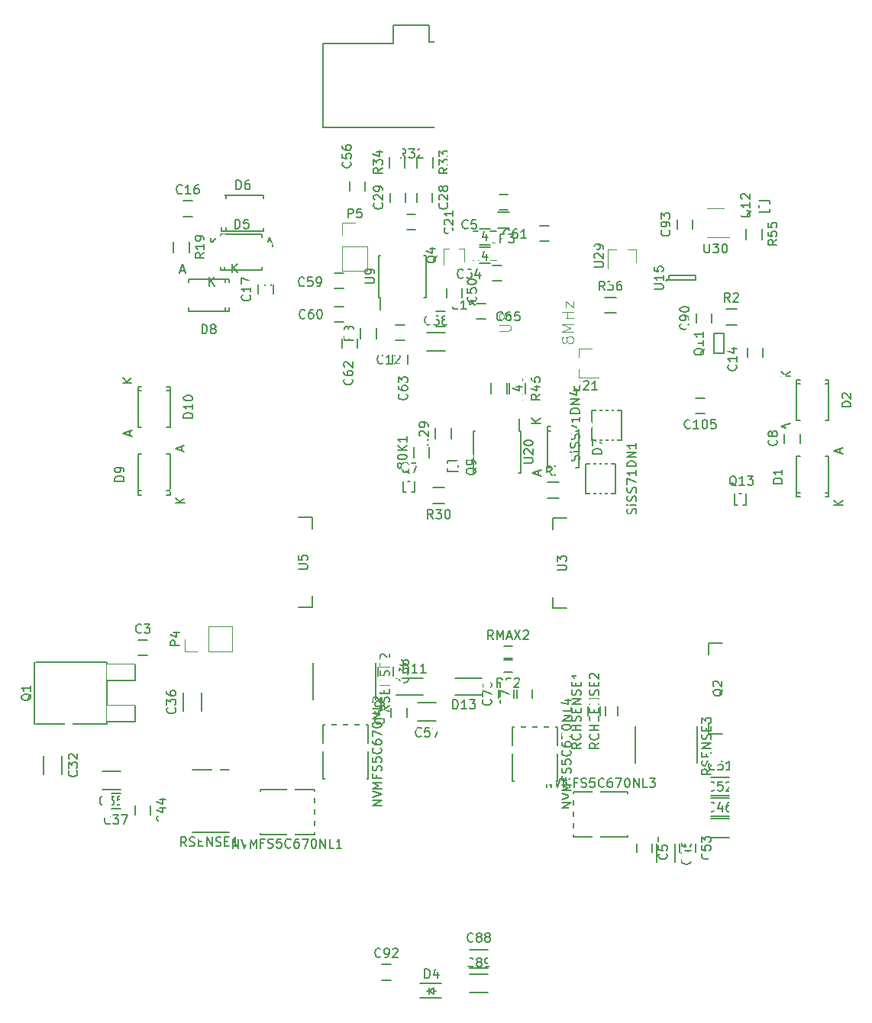
<source format=gto>
G04 #@! TF.FileFunction,Legend,Top*
%FSLAX46Y46*%
G04 Gerber Fmt 4.6, Leading zero omitted, Abs format (unit mm)*
G04 Created by KiCad (PCBNEW 4.0.2+e4-6225~38~ubuntu16.10.1-stable) date Mi 04 Jan 2017 00:52:02 CET*
%MOMM*%
G01*
G04 APERTURE LIST*
%ADD10C,0.150000*%
%ADD11C,0.200000*%
%ADD12C,0.120000*%
%ADD13C,0.088900*%
%ADD14R,9.400000X10.800000*%
%ADD15R,4.600000X1.390000*%
%ADD16R,0.910000X1.220000*%
%ADD17R,0.405000X1.300000*%
%ADD18R,2.235000X1.725000*%
%ADD19R,1.000000X1.600000*%
%ADD20R,0.450000X1.450000*%
%ADD21C,6.000000*%
%ADD22R,1.000000X1.250000*%
%ADD23C,2.000000*%
%ADD24R,1.250000X1.000000*%
%ADD25R,6.000000X8.750000*%
%ADD26R,6.000000X9.000000*%
%ADD27R,1.500000X0.400000*%
%ADD28R,1.800860X2.499360*%
%ADD29C,0.899160*%
%ADD30R,4.600000X0.800000*%
%ADD31R,0.650000X1.060000*%
%ADD32R,1.050000X1.050000*%
%ADD33C,1.050000*%
%ADD34R,1.400000X6.400000*%
%ADD35R,6.400000X1.400000*%
%ADD36R,1.700000X4.560000*%
%ADD37R,1.200000X0.750000*%
%ADD38R,1.300000X0.750000*%
%ADD39R,0.905000X5.700000*%
%ADD40R,0.425000X4.560000*%
%ADD41R,4.560000X1.700000*%
%ADD42R,0.750000X1.200000*%
%ADD43R,0.750000X1.300000*%
%ADD44R,5.700000X0.905000*%
%ADD45R,4.560000X0.425000*%
%ADD46R,1.000000X1.300000*%
%ADD47R,1.300000X1.000000*%
%ADD48R,1.600000X1.000000*%
%ADD49C,3.500000*%
%ADD50R,0.900000X0.900000*%
%ADD51C,1.300000*%
%ADD52C,4.000000*%
%ADD53R,0.711200X0.457200*%
%ADD54R,0.800000X0.400000*%
%ADD55R,3.048000X1.651000*%
%ADD56R,6.096000X6.096000*%
%ADD57R,2.499360X1.800860*%
%ADD58R,2.499360X2.301240*%
%ADD59C,1.500000*%
%ADD60R,0.900000X0.800000*%
%ADD61R,1.700000X1.700000*%
%ADD62R,0.600000X0.800000*%
%ADD63O,1.700000X1.700000*%
%ADD64R,0.800000X0.900000*%
%ADD65R,0.900000X0.600000*%
%ADD66R,1.060000X0.650000*%
%ADD67R,0.400000X0.800000*%
%ADD68C,0.889000*%
%ADD69C,0.600000*%
%ADD70C,0.100000*%
G04 APERTURE END LIST*
D10*
D11*
X52500000Y-4750000D02*
X45250000Y-4750000D01*
X45250000Y-2900000D02*
X45000000Y-2900000D01*
X45250000Y-4650000D02*
X45250000Y-2900000D01*
X33500000Y-14250000D02*
X35000000Y-14250000D01*
X33500000Y-4900000D02*
X33500000Y-14150000D01*
X35000000Y-4900000D02*
X33500000Y-4900000D01*
X52500000Y-14250000D02*
X52500000Y-4750000D01*
X35000000Y-14250000D02*
X52500000Y-14250000D01*
X41250000Y-4900000D02*
X35000000Y-4900000D01*
X41250000Y-2900000D02*
X41250000Y-4900000D01*
X41250000Y-2900000D02*
X45000000Y-2900000D01*
D10*
X76250000Y-81500000D02*
X76250000Y-80250000D01*
X76250000Y-81500000D02*
X77750000Y-81500000D01*
X76250000Y-71500000D02*
X77750000Y-71500000D01*
X76250000Y-71500000D02*
X76250000Y-72750000D01*
X41600000Y-77200000D02*
X44600000Y-77200000D01*
X41600000Y-75400000D02*
X44600000Y-75400000D01*
X65900000Y-53200000D02*
X65900000Y-54850000D01*
X65900000Y-54850000D02*
X62600000Y-54850000D01*
X62600000Y-54850000D02*
X62600000Y-51550000D01*
X62600000Y-51550000D02*
X65900000Y-51550000D01*
X65900000Y-51550000D02*
X65900000Y-53250000D01*
X44000000Y-80125000D02*
X46000000Y-80125000D01*
X46000000Y-78075000D02*
X44000000Y-78075000D01*
X39625000Y-33075000D02*
X39850000Y-33075000D01*
X39625000Y-28425000D02*
X39850000Y-28425000D01*
X44875000Y-28425000D02*
X44650000Y-28425000D01*
X44875000Y-33075000D02*
X44650000Y-33075000D01*
X39625000Y-33075000D02*
X39625000Y-28425000D01*
X44875000Y-33075000D02*
X44875000Y-28425000D01*
X39850000Y-33075000D02*
X39850000Y-34425000D01*
X42750000Y-25600000D02*
X43750000Y-25600000D01*
X43750000Y-23900000D02*
X42750000Y-23900000D01*
X47000000Y-34650000D02*
X46000000Y-34650000D01*
X46000000Y-36350000D02*
X47000000Y-36350000D01*
X41500000Y-37850000D02*
X42500000Y-37850000D01*
X42500000Y-36150000D02*
X41500000Y-36150000D01*
X45600000Y-22500000D02*
X45600000Y-21500000D01*
X43900000Y-21500000D02*
X43900000Y-22500000D01*
X40900000Y-21500000D02*
X40900000Y-22500000D01*
X42600000Y-22500000D02*
X42600000Y-21500000D01*
X82250000Y-39700000D02*
X82250000Y-38700000D01*
X80550000Y-38700000D02*
X80550000Y-39700000D01*
X48850000Y-33100000D02*
X48850000Y-32100000D01*
X47150000Y-32100000D02*
X47150000Y-33100000D01*
X52300000Y-31250000D02*
X53300000Y-31250000D01*
X53300000Y-29550000D02*
X52300000Y-29550000D01*
X38100000Y-21250000D02*
X38100000Y-20250000D01*
X36400000Y-20250000D02*
X36400000Y-21250000D01*
X35750000Y-30400000D02*
X34750000Y-30400000D01*
X34750000Y-32100000D02*
X35750000Y-32100000D01*
X35750000Y-34150000D02*
X34750000Y-34150000D01*
X34750000Y-35850000D02*
X35750000Y-35850000D01*
X57500000Y-26850000D02*
X58500000Y-26850000D01*
X58500000Y-25150000D02*
X57500000Y-25150000D01*
X35550000Y-37700000D02*
X35550000Y-38700000D01*
X37250000Y-38700000D02*
X37250000Y-37700000D01*
X41150000Y-39500000D02*
X41150000Y-40500000D01*
X42850000Y-40500000D02*
X42850000Y-39500000D01*
X50500000Y-35450000D02*
X51500000Y-35450000D01*
X51500000Y-33750000D02*
X50500000Y-33750000D01*
X53000000Y-23350000D02*
X54000000Y-23350000D01*
X54000000Y-21650000D02*
X53000000Y-21650000D01*
X84650000Y-48250000D02*
X84650000Y-49250000D01*
X86350000Y-49250000D02*
X86350000Y-48250000D01*
X89500060Y-54799140D02*
X89149540Y-54799140D01*
X85999940Y-54799140D02*
X86350460Y-54799140D01*
X89500060Y-50749560D02*
X89149540Y-50749560D01*
X89500060Y-55250440D02*
X89149540Y-55250440D01*
X85999940Y-55250440D02*
X86350460Y-55250440D01*
X85999940Y-50749560D02*
X86350460Y-50749560D01*
X89500060Y-55250440D02*
X89500060Y-50749560D01*
X85999940Y-55250440D02*
X85999940Y-50749560D01*
X85999940Y-42700860D02*
X86350460Y-42700860D01*
X89500060Y-42700860D02*
X89149540Y-42700860D01*
X85999940Y-46750440D02*
X86350460Y-46750440D01*
X85999940Y-42249560D02*
X86350460Y-42249560D01*
X89500060Y-42249560D02*
X89149540Y-42249560D01*
X89500060Y-46750440D02*
X89149540Y-46750440D01*
X85999940Y-42249560D02*
X85999940Y-46750440D01*
X89500060Y-42249560D02*
X89500060Y-46750440D01*
X59000000Y-67600000D02*
X59000000Y-66350000D01*
X59000000Y-67600000D02*
X60500000Y-67600000D01*
X59000000Y-57600000D02*
X60500000Y-57600000D01*
X59000000Y-57600000D02*
X59000000Y-58850000D01*
X32300000Y-57500000D02*
X32300000Y-58750000D01*
X32300000Y-57500000D02*
X30800000Y-57500000D01*
X32300000Y-67500000D02*
X30800000Y-67500000D01*
X32300000Y-67500000D02*
X32300000Y-66250000D01*
X71700000Y-31200000D02*
G75*
G03X71700000Y-31200000I-100000J0D01*
G01*
X71850000Y-30650000D02*
X71850000Y-31150000D01*
X74750000Y-30650000D02*
X71850000Y-30650000D01*
X74750000Y-31150000D02*
X74750000Y-30650000D01*
X71850000Y-31150000D02*
X74750000Y-31150000D01*
X19000000Y-22400000D02*
X18000000Y-22400000D01*
X18000000Y-24100000D02*
X19000000Y-24100000D01*
X74800000Y-45950000D02*
X75800000Y-45950000D01*
X75800000Y-44250000D02*
X74800000Y-44250000D01*
X23032000Y-85560000D02*
X18968000Y-85560000D01*
X23032000Y-92490000D02*
X18968000Y-92490000D01*
X32360000Y-73668000D02*
X32360000Y-77732000D01*
X39290000Y-73668000D02*
X39290000Y-77732000D01*
X68060000Y-80718000D02*
X68060000Y-84782000D01*
X74990000Y-80718000D02*
X74990000Y-84782000D01*
X29500000Y-92750000D02*
X26500000Y-92750000D01*
X26500000Y-92750000D02*
X26500000Y-87750000D01*
X26500000Y-87750000D02*
X32500000Y-87750000D01*
X32500000Y-87750000D02*
X32500000Y-92750000D01*
X32500000Y-92750000D02*
X29500000Y-92750000D01*
X38500000Y-83500000D02*
X38500000Y-86500000D01*
X38500000Y-86500000D02*
X33500000Y-86500000D01*
X33500000Y-86500000D02*
X33500000Y-80500000D01*
X33500000Y-80500000D02*
X38500000Y-80500000D01*
X38500000Y-80500000D02*
X38500000Y-83500000D01*
X64250000Y-88000000D02*
X67250000Y-88000000D01*
X67250000Y-88000000D02*
X67250000Y-93000000D01*
X67250000Y-93000000D02*
X61250000Y-93000000D01*
X61250000Y-93000000D02*
X61250000Y-88000000D01*
X61250000Y-88000000D02*
X64250000Y-88000000D01*
X59500000Y-83750000D02*
X59500000Y-86750000D01*
X59500000Y-86750000D02*
X54500000Y-86750000D01*
X54500000Y-86750000D02*
X54500000Y-80750000D01*
X54500000Y-80750000D02*
X59500000Y-80750000D01*
X59500000Y-80750000D02*
X59500000Y-83750000D01*
X79350000Y-36125000D02*
X78150000Y-36125000D01*
X78150000Y-34375000D02*
X79350000Y-34375000D01*
X39375000Y-36500000D02*
X39375000Y-37700000D01*
X37625000Y-37700000D02*
X37625000Y-36500000D01*
X47675000Y-47600000D02*
X47675000Y-48800000D01*
X45925000Y-48800000D02*
X45925000Y-47600000D01*
X45700000Y-54225000D02*
X46900000Y-54225000D01*
X46900000Y-55975000D02*
X45700000Y-55975000D01*
X43925000Y-18700000D02*
X43925000Y-17500000D01*
X45675000Y-17500000D02*
X45675000Y-18700000D01*
X42575000Y-17500000D02*
X42575000Y-18700000D01*
X40825000Y-18700000D02*
X40825000Y-17500000D01*
X65950000Y-34825000D02*
X64750000Y-34825000D01*
X64750000Y-33075000D02*
X65950000Y-33075000D01*
X50800000Y-25525000D02*
X52000000Y-25525000D01*
X52000000Y-27275000D02*
X50800000Y-27275000D01*
X52000000Y-29275000D02*
X50800000Y-29275000D01*
X50800000Y-27525000D02*
X52000000Y-27525000D01*
X9000000Y-87725000D02*
X11000000Y-87725000D01*
X11000000Y-85675000D02*
X9000000Y-85675000D01*
X17975000Y-77000000D02*
X17975000Y-79000000D01*
X20025000Y-79000000D02*
X20025000Y-77000000D01*
X72525000Y-95750000D02*
X72525000Y-93750000D01*
X70475000Y-93750000D02*
X70475000Y-95750000D01*
X78500000Y-90975000D02*
X76500000Y-90975000D01*
X76500000Y-93025000D02*
X78500000Y-93025000D01*
X78500000Y-86375000D02*
X76500000Y-86375000D01*
X76500000Y-88425000D02*
X78500000Y-88425000D01*
X78500000Y-88675000D02*
X76500000Y-88675000D01*
X76500000Y-90725000D02*
X78500000Y-90725000D01*
X54500000Y-73175000D02*
X53500000Y-73175000D01*
X53500000Y-71825000D02*
X54500000Y-71825000D01*
X64175000Y-78500000D02*
X64175000Y-79500000D01*
X62825000Y-79500000D02*
X62825000Y-78500000D01*
X66175000Y-78500000D02*
X66175000Y-79500000D01*
X64825000Y-79500000D02*
X64825000Y-78500000D01*
X76850000Y-39300000D02*
X77950000Y-39300000D01*
X77950000Y-39300000D02*
X77950000Y-37100000D01*
X77950000Y-37100000D02*
X76850000Y-37100000D01*
X76850000Y-37100000D02*
X76850000Y-39250000D01*
X76850000Y-39250000D02*
X76850000Y-39300000D01*
X81800000Y-23100000D02*
X81800000Y-22900000D01*
X83000000Y-23300000D02*
X83000000Y-23600000D01*
X83000000Y-23600000D02*
X81800000Y-23600000D01*
X81800000Y-22400000D02*
X83000000Y-22400000D01*
X83000000Y-22400000D02*
X83000000Y-22700000D01*
X9476000Y-75603000D02*
X12651000Y-75603000D01*
X12651000Y-75603000D02*
X12651000Y-73825000D01*
X12651000Y-73825000D02*
X9476000Y-73825000D01*
X9476000Y-80175000D02*
X12651000Y-80175000D01*
X12651000Y-80175000D02*
X12651000Y-78397000D01*
X12651000Y-78397000D02*
X9476000Y-78397000D01*
X3380000Y-73571000D02*
X9476000Y-73571000D01*
X9476000Y-73571000D02*
X9476000Y-80429000D01*
X9476000Y-80429000D02*
X1602000Y-80429000D01*
X1475000Y-80429000D02*
X1475000Y-73571000D01*
X1602000Y-73571000D02*
X3380000Y-73571000D01*
X58356184Y-47906138D02*
X58706704Y-47906138D01*
X61856304Y-47906138D02*
X61505784Y-47906138D01*
X58356184Y-51955718D02*
X58706704Y-51955718D01*
X58356184Y-47454838D02*
X58706704Y-47454838D01*
X61856304Y-47454838D02*
X61505784Y-47454838D01*
X61856304Y-51955718D02*
X61505784Y-51955718D01*
X58356184Y-47454838D02*
X58356184Y-51955718D01*
X61856304Y-47454838D02*
X61856304Y-51955718D01*
X59600000Y-55375000D02*
X58400000Y-55375000D01*
X58400000Y-53625000D02*
X59600000Y-53625000D01*
X22599140Y-31099940D02*
X22599140Y-31450460D01*
X22599140Y-34600060D02*
X22599140Y-34249540D01*
X18549560Y-31099940D02*
X18549560Y-31450460D01*
X23050440Y-31099940D02*
X23050440Y-31450460D01*
X23050440Y-34600060D02*
X23050440Y-34249540D01*
X18549560Y-34600060D02*
X18549560Y-34249540D01*
X23050440Y-31099940D02*
X18549560Y-31099940D01*
X23050440Y-34600060D02*
X18549560Y-34600060D01*
X16875000Y-28100000D02*
X16875000Y-26900000D01*
X18625000Y-26900000D02*
X18625000Y-28100000D01*
X26250000Y-31700000D02*
X26250000Y-32700000D01*
X27950000Y-32700000D02*
X27950000Y-31700000D01*
X10000000Y-89850000D02*
X11000000Y-89850000D01*
X11000000Y-88150000D02*
X10000000Y-88150000D01*
X41250000Y-75100000D02*
X41250000Y-74100000D01*
X39550000Y-74100000D02*
X39550000Y-75100000D01*
X22093680Y-29900000D02*
X22093680Y-29700200D01*
X22550720Y-29850000D02*
X22550720Y-29701000D01*
X26696160Y-29900000D02*
X26696160Y-29751000D01*
X22098760Y-26300000D02*
X22098760Y-26449000D01*
X22550720Y-26300000D02*
X22550720Y-26449000D01*
X26701240Y-26300000D02*
X26701240Y-26449000D01*
X22550720Y-30048980D02*
X22550720Y-29850860D01*
X22550720Y-26101020D02*
X22550720Y-26299140D01*
X26696160Y-30096440D02*
X26696160Y-29898320D01*
X22093680Y-30096440D02*
X26696160Y-30096440D01*
X22093680Y-30096440D02*
X22093680Y-29898320D01*
X22098760Y-26101020D02*
X22098760Y-26299140D01*
X22098760Y-26101020D02*
X26701240Y-26101020D01*
X26701240Y-26101020D02*
X26701240Y-26299140D01*
X22243680Y-25550000D02*
X22243680Y-25350200D01*
X22700720Y-25500000D02*
X22700720Y-25351000D01*
X26846160Y-25550000D02*
X26846160Y-25401000D01*
X22248760Y-21950000D02*
X22248760Y-22099000D01*
X22700720Y-21950000D02*
X22700720Y-22099000D01*
X26851240Y-21950000D02*
X26851240Y-22099000D01*
X22700720Y-25698980D02*
X22700720Y-25500860D01*
X22700720Y-21751020D02*
X22700720Y-21949140D01*
X26846160Y-25746440D02*
X26846160Y-25548320D01*
X22243680Y-25746440D02*
X26846160Y-25746440D01*
X22243680Y-25746440D02*
X22243680Y-25548320D01*
X22248760Y-21751020D02*
X22248760Y-21949140D01*
X22248760Y-21751020D02*
X26851240Y-21751020D01*
X26851240Y-21751020D02*
X26851240Y-21949140D01*
X14000000Y-71150000D02*
X13000000Y-71150000D01*
X13000000Y-72850000D02*
X14000000Y-72850000D01*
X14350000Y-90500000D02*
X14350000Y-89500000D01*
X12650000Y-89500000D02*
X12650000Y-90500000D01*
X74750000Y-94700000D02*
X74750000Y-93700000D01*
X73050000Y-93700000D02*
X73050000Y-94700000D01*
X69950000Y-94700000D02*
X69950000Y-93700000D01*
X68250000Y-93700000D02*
X68250000Y-94700000D01*
X47000000Y-36975000D02*
X45000000Y-36975000D01*
X45000000Y-39025000D02*
X47000000Y-39025000D01*
X41050000Y-78700000D02*
X41050000Y-79700000D01*
X42750000Y-79700000D02*
X42750000Y-78700000D01*
X16500060Y-54549140D02*
X16149540Y-54549140D01*
X12999940Y-54549140D02*
X13350460Y-54549140D01*
X16500060Y-50499560D02*
X16149540Y-50499560D01*
X16500060Y-55000440D02*
X16149540Y-55000440D01*
X12999940Y-55000440D02*
X13350460Y-55000440D01*
X12999940Y-50499560D02*
X13350460Y-50499560D01*
X16500060Y-55000440D02*
X16500060Y-50499560D01*
X12999940Y-55000440D02*
X12999940Y-50499560D01*
X12999940Y-43450860D02*
X13350460Y-43450860D01*
X16500060Y-43450860D02*
X16149540Y-43450860D01*
X12999940Y-47500440D02*
X13350460Y-47500440D01*
X12999940Y-42999560D02*
X13350460Y-42999560D01*
X16500060Y-42999560D02*
X16149540Y-42999560D01*
X16500060Y-47500440D02*
X16149540Y-47500440D01*
X12999940Y-42999560D02*
X12999940Y-47500440D01*
X16500060Y-42999560D02*
X16500060Y-47500440D01*
X51100000Y-75400000D02*
X48100000Y-75400000D01*
X51100000Y-77200000D02*
X48100000Y-77200000D01*
X63300000Y-47300000D02*
X63300000Y-45650000D01*
X63300000Y-45650000D02*
X66600000Y-45650000D01*
X66600000Y-45650000D02*
X66600000Y-48950000D01*
X66600000Y-48950000D02*
X63300000Y-48950000D01*
X63300000Y-48950000D02*
X63300000Y-47250000D01*
X55375000Y-47925000D02*
X55250000Y-47925000D01*
X55375000Y-52575000D02*
X55150000Y-52575000D01*
X50125000Y-52575000D02*
X50350000Y-52575000D01*
X50125000Y-47925000D02*
X50350000Y-47925000D01*
X55375000Y-47925000D02*
X55375000Y-52575000D01*
X50125000Y-47925000D02*
X50125000Y-52575000D01*
X55250000Y-47925000D02*
X55250000Y-46575000D01*
X54125000Y-43800000D02*
X54125000Y-42600000D01*
X55875000Y-42600000D02*
X55875000Y-43800000D01*
X52125000Y-43800000D02*
X52125000Y-42600000D01*
X53875000Y-42600000D02*
X53875000Y-43800000D01*
D12*
X61840000Y-38820000D02*
X61840000Y-39750000D01*
X61840000Y-41980000D02*
X61840000Y-41050000D01*
X61840000Y-41980000D02*
X64000000Y-41980000D01*
X61840000Y-38820000D02*
X63300000Y-38820000D01*
D10*
X54950000Y-76600000D02*
X54950000Y-77600000D01*
X56650000Y-77600000D02*
X56650000Y-76600000D01*
X52950000Y-76600000D02*
X52950000Y-77600000D01*
X54650000Y-77600000D02*
X54650000Y-76600000D01*
X53500000Y-73325000D02*
X54500000Y-73325000D01*
X54500000Y-74675000D02*
X53500000Y-74675000D01*
X4525000Y-86000000D02*
X4525000Y-84000000D01*
X2475000Y-84000000D02*
X2475000Y-86000000D01*
X45275000Y-49700000D02*
X45275000Y-50900000D01*
X43525000Y-50900000D02*
X43525000Y-49700000D01*
X80375000Y-26650000D02*
X80375000Y-25450000D01*
X82125000Y-25450000D02*
X82125000Y-26650000D01*
D12*
X49160000Y-27665000D02*
X48550000Y-27665000D01*
X46840000Y-27665000D02*
X47450000Y-27665000D01*
X46840000Y-27665000D02*
X46840000Y-29500000D01*
X49160000Y-29100000D02*
X49160000Y-27665000D01*
X20770000Y-72390000D02*
X23430000Y-72390000D01*
X23430000Y-72390000D02*
X23430000Y-69610000D01*
X23430000Y-69610000D02*
X20770000Y-69610000D01*
X20770000Y-69610000D02*
X20770000Y-72390000D01*
X19500000Y-72390000D02*
X18110000Y-72390000D01*
X18110000Y-72390000D02*
X18110000Y-71000000D01*
X35610000Y-27470000D02*
X35610000Y-30130000D01*
X35610000Y-30130000D02*
X38390000Y-30130000D01*
X38390000Y-30130000D02*
X38390000Y-27470000D01*
X38390000Y-27470000D02*
X35610000Y-27470000D01*
X35610000Y-26200000D02*
X35610000Y-24810000D01*
X35610000Y-24810000D02*
X37000000Y-24810000D01*
X68180000Y-27740000D02*
X67250000Y-27740000D01*
X65020000Y-27740000D02*
X65950000Y-27740000D01*
X65020000Y-27740000D02*
X65020000Y-29900000D01*
X68180000Y-27740000D02*
X68180000Y-29200000D01*
D10*
X51750000Y-105475000D02*
X49750000Y-105475000D01*
X49750000Y-107525000D02*
X51750000Y-107525000D01*
X51750000Y-108225000D02*
X49750000Y-108225000D01*
X49750000Y-110275000D02*
X51750000Y-110275000D01*
X74850000Y-34900000D02*
X74850000Y-35900000D01*
X76550000Y-35900000D02*
X76550000Y-34900000D01*
X41000000Y-107150000D02*
X40000000Y-107150000D01*
X40000000Y-108850000D02*
X41000000Y-108850000D01*
X45750000Y-110050001D02*
X46000000Y-110050001D01*
X45250000Y-110050001D02*
X45000000Y-110050001D01*
X45250000Y-110050001D02*
X45750000Y-109700001D01*
X45750000Y-109700001D02*
X45750000Y-110400001D01*
X45750000Y-110400001D02*
X45250000Y-110050001D01*
X45250000Y-109700001D02*
X45250000Y-110400001D01*
X44200000Y-110850001D02*
X46600000Y-110850001D01*
X44200000Y-109250001D02*
X46600000Y-109250001D01*
X72750000Y-24500000D02*
X72750000Y-25500000D01*
X74450000Y-25500000D02*
X74450000Y-24500000D01*
D12*
X77900000Y-23190000D02*
X76100000Y-23190000D01*
X76100000Y-26410000D02*
X78550000Y-26410000D01*
D10*
X42900000Y-53500000D02*
X43100000Y-53500000D01*
X42700000Y-54700000D02*
X42400000Y-54700000D01*
X42400000Y-54700000D02*
X42400000Y-53500000D01*
X43600000Y-53500000D02*
X43600000Y-54700000D01*
X43600000Y-54700000D02*
X43300000Y-54700000D01*
X48500000Y-51700000D02*
X48500000Y-51900000D01*
X47300000Y-51500000D02*
X47300000Y-51200000D01*
X47300000Y-51200000D02*
X48500000Y-51200000D01*
X48500000Y-52400000D02*
X47300000Y-52400000D01*
X47300000Y-52400000D02*
X47300000Y-52100000D01*
X79650000Y-54900000D02*
X79850000Y-54900000D01*
X79450000Y-56100000D02*
X79150000Y-56100000D01*
X79150000Y-56100000D02*
X79150000Y-54900000D01*
X80350000Y-54900000D02*
X80350000Y-56100000D01*
X80350000Y-56100000D02*
X80050000Y-56100000D01*
X52900000Y-23625000D02*
X54100000Y-23625000D01*
X54100000Y-25375000D02*
X52900000Y-25375000D01*
X77797619Y-76595238D02*
X77750000Y-76690476D01*
X77654762Y-76785714D01*
X77511905Y-76928571D01*
X77464286Y-77023810D01*
X77464286Y-77119048D01*
X77702381Y-77071429D02*
X77654762Y-77166667D01*
X77559524Y-77261905D01*
X77369048Y-77309524D01*
X77035714Y-77309524D01*
X76845238Y-77261905D01*
X76750000Y-77166667D01*
X76702381Y-77071429D01*
X76702381Y-76880952D01*
X76750000Y-76785714D01*
X76845238Y-76690476D01*
X77035714Y-76642857D01*
X77369048Y-76642857D01*
X77559524Y-76690476D01*
X77654762Y-76785714D01*
X77702381Y-76880952D01*
X77702381Y-77071429D01*
X76797619Y-76261905D02*
X76750000Y-76214286D01*
X76702381Y-76119048D01*
X76702381Y-75880952D01*
X76750000Y-75785714D01*
X76797619Y-75738095D01*
X76892857Y-75690476D01*
X76988095Y-75690476D01*
X77130952Y-75738095D01*
X77702381Y-76309524D01*
X77702381Y-75690476D01*
X42385714Y-74752381D02*
X42385714Y-73752381D01*
X42623809Y-73752381D01*
X42766667Y-73800000D01*
X42861905Y-73895238D01*
X42909524Y-73990476D01*
X42957143Y-74180952D01*
X42957143Y-74323810D01*
X42909524Y-74514286D01*
X42861905Y-74609524D01*
X42766667Y-74704762D01*
X42623809Y-74752381D01*
X42385714Y-74752381D01*
X43909524Y-74752381D02*
X43338095Y-74752381D01*
X43623809Y-74752381D02*
X43623809Y-73752381D01*
X43528571Y-73895238D01*
X43433333Y-73990476D01*
X43338095Y-74038095D01*
X44861905Y-74752381D02*
X44290476Y-74752381D01*
X44576190Y-74752381D02*
X44576190Y-73752381D01*
X44480952Y-73895238D01*
X44385714Y-73990476D01*
X44290476Y-74038095D01*
X68154762Y-57128571D02*
X68202381Y-56985714D01*
X68202381Y-56747618D01*
X68154762Y-56652380D01*
X68107143Y-56604761D01*
X68011905Y-56557142D01*
X67916667Y-56557142D01*
X67821429Y-56604761D01*
X67773810Y-56652380D01*
X67726190Y-56747618D01*
X67678571Y-56938095D01*
X67630952Y-57033333D01*
X67583333Y-57080952D01*
X67488095Y-57128571D01*
X67392857Y-57128571D01*
X67297619Y-57080952D01*
X67250000Y-57033333D01*
X67202381Y-56938095D01*
X67202381Y-56699999D01*
X67250000Y-56557142D01*
X68202381Y-56128571D02*
X67535714Y-56128571D01*
X67202381Y-56128571D02*
X67250000Y-56176190D01*
X67297619Y-56128571D01*
X67250000Y-56080952D01*
X67202381Y-56128571D01*
X67297619Y-56128571D01*
X68154762Y-55700000D02*
X68202381Y-55557143D01*
X68202381Y-55319047D01*
X68154762Y-55223809D01*
X68107143Y-55176190D01*
X68011905Y-55128571D01*
X67916667Y-55128571D01*
X67821429Y-55176190D01*
X67773810Y-55223809D01*
X67726190Y-55319047D01*
X67678571Y-55509524D01*
X67630952Y-55604762D01*
X67583333Y-55652381D01*
X67488095Y-55700000D01*
X67392857Y-55700000D01*
X67297619Y-55652381D01*
X67250000Y-55604762D01*
X67202381Y-55509524D01*
X67202381Y-55271428D01*
X67250000Y-55128571D01*
X68154762Y-54747619D02*
X68202381Y-54604762D01*
X68202381Y-54366666D01*
X68154762Y-54271428D01*
X68107143Y-54223809D01*
X68011905Y-54176190D01*
X67916667Y-54176190D01*
X67821429Y-54223809D01*
X67773810Y-54271428D01*
X67726190Y-54366666D01*
X67678571Y-54557143D01*
X67630952Y-54652381D01*
X67583333Y-54700000D01*
X67488095Y-54747619D01*
X67392857Y-54747619D01*
X67297619Y-54700000D01*
X67250000Y-54652381D01*
X67202381Y-54557143D01*
X67202381Y-54319047D01*
X67250000Y-54176190D01*
X67202381Y-53842857D02*
X67202381Y-53176190D01*
X68202381Y-53604762D01*
X68202381Y-52271428D02*
X68202381Y-52842857D01*
X68202381Y-52557143D02*
X67202381Y-52557143D01*
X67345238Y-52652381D01*
X67440476Y-52747619D01*
X67488095Y-52842857D01*
X68202381Y-51842857D02*
X67202381Y-51842857D01*
X67202381Y-51604762D01*
X67250000Y-51461904D01*
X67345238Y-51366666D01*
X67440476Y-51319047D01*
X67630952Y-51271428D01*
X67773810Y-51271428D01*
X67964286Y-51319047D01*
X68059524Y-51366666D01*
X68154762Y-51461904D01*
X68202381Y-51604762D01*
X68202381Y-51842857D01*
X68202381Y-50842857D02*
X67202381Y-50842857D01*
X68202381Y-50271428D01*
X67202381Y-50271428D01*
X68202381Y-49271428D02*
X68202381Y-49842857D01*
X68202381Y-49557143D02*
X67202381Y-49557143D01*
X67345238Y-49652381D01*
X67440476Y-49747619D01*
X67488095Y-49842857D01*
X44357143Y-81757143D02*
X44309524Y-81804762D01*
X44166667Y-81852381D01*
X44071429Y-81852381D01*
X43928571Y-81804762D01*
X43833333Y-81709524D01*
X43785714Y-81614286D01*
X43738095Y-81423810D01*
X43738095Y-81280952D01*
X43785714Y-81090476D01*
X43833333Y-80995238D01*
X43928571Y-80900000D01*
X44071429Y-80852381D01*
X44166667Y-80852381D01*
X44309524Y-80900000D01*
X44357143Y-80947619D01*
X45261905Y-80852381D02*
X44785714Y-80852381D01*
X44738095Y-81328571D01*
X44785714Y-81280952D01*
X44880952Y-81233333D01*
X45119048Y-81233333D01*
X45214286Y-81280952D01*
X45261905Y-81328571D01*
X45309524Y-81423810D01*
X45309524Y-81661905D01*
X45261905Y-81757143D01*
X45214286Y-81804762D01*
X45119048Y-81852381D01*
X44880952Y-81852381D01*
X44785714Y-81804762D01*
X44738095Y-81757143D01*
X45642857Y-80852381D02*
X46309524Y-80852381D01*
X45880952Y-81852381D01*
X38152381Y-31511905D02*
X38961905Y-31511905D01*
X39057143Y-31464286D01*
X39104762Y-31416667D01*
X39152381Y-31321429D01*
X39152381Y-31130952D01*
X39104762Y-31035714D01*
X39057143Y-30988095D01*
X38961905Y-30940476D01*
X38152381Y-30940476D01*
X39152381Y-30416667D02*
X39152381Y-30226191D01*
X39104762Y-30130952D01*
X39057143Y-30083333D01*
X38914286Y-29988095D01*
X38723810Y-29940476D01*
X38342857Y-29940476D01*
X38247619Y-29988095D01*
X38200000Y-30035714D01*
X38152381Y-30130952D01*
X38152381Y-30321429D01*
X38200000Y-30416667D01*
X38247619Y-30464286D01*
X38342857Y-30511905D01*
X38580952Y-30511905D01*
X38676190Y-30464286D01*
X38723810Y-30416667D01*
X38771429Y-30321429D01*
X38771429Y-30130952D01*
X38723810Y-30035714D01*
X38676190Y-29988095D01*
X38580952Y-29940476D01*
D13*
X52994524Y-36852619D02*
X54022619Y-36852619D01*
X54143571Y-36792143D01*
X54204048Y-36731667D01*
X54264524Y-36610714D01*
X54264524Y-36368810D01*
X54204048Y-36247857D01*
X54143571Y-36187381D01*
X54022619Y-36126905D01*
X52994524Y-36126905D01*
X53538810Y-35340714D02*
X53478333Y-35461667D01*
X53417857Y-35522143D01*
X53296905Y-35582619D01*
X53236429Y-35582619D01*
X53115476Y-35522143D01*
X53055000Y-35461667D01*
X52994524Y-35340714D01*
X52994524Y-35098810D01*
X53055000Y-34977857D01*
X53115476Y-34917381D01*
X53236429Y-34856905D01*
X53296905Y-34856905D01*
X53417857Y-34917381D01*
X53478333Y-34977857D01*
X53538810Y-35098810D01*
X53538810Y-35340714D01*
X53599286Y-35461667D01*
X53659762Y-35522143D01*
X53780714Y-35582619D01*
X54022619Y-35582619D01*
X54143571Y-35522143D01*
X54204048Y-35461667D01*
X54264524Y-35340714D01*
X54264524Y-35098810D01*
X54204048Y-34977857D01*
X54143571Y-34917381D01*
X54022619Y-34856905D01*
X53780714Y-34856905D01*
X53659762Y-34917381D01*
X53599286Y-34977857D01*
X53538810Y-35098810D01*
X60523810Y-37910952D02*
X60463333Y-38031905D01*
X60402857Y-38092381D01*
X60281905Y-38152857D01*
X60221429Y-38152857D01*
X60100476Y-38092381D01*
X60040000Y-38031905D01*
X59979524Y-37910952D01*
X59979524Y-37669048D01*
X60040000Y-37548095D01*
X60100476Y-37487619D01*
X60221429Y-37427143D01*
X60281905Y-37427143D01*
X60402857Y-37487619D01*
X60463333Y-37548095D01*
X60523810Y-37669048D01*
X60523810Y-37910952D01*
X60584286Y-38031905D01*
X60644762Y-38092381D01*
X60765714Y-38152857D01*
X61007619Y-38152857D01*
X61128571Y-38092381D01*
X61189048Y-38031905D01*
X61249524Y-37910952D01*
X61249524Y-37669048D01*
X61189048Y-37548095D01*
X61128571Y-37487619D01*
X61007619Y-37427143D01*
X60765714Y-37427143D01*
X60644762Y-37487619D01*
X60584286Y-37548095D01*
X60523810Y-37669048D01*
X61249524Y-36882857D02*
X59979524Y-36882857D01*
X60886667Y-36459524D01*
X59979524Y-36036190D01*
X61249524Y-36036190D01*
X61249524Y-35431428D02*
X59979524Y-35431428D01*
X60584286Y-35431428D02*
X60584286Y-34705714D01*
X61249524Y-34705714D02*
X59979524Y-34705714D01*
X60402857Y-34221904D02*
X60402857Y-33556666D01*
X61249524Y-34221904D01*
X61249524Y-33556666D01*
D10*
X83785714Y-94452381D02*
X83785714Y-93452381D01*
X84166667Y-93452381D01*
X84261905Y-93500000D01*
X84309524Y-93547619D01*
X84357143Y-93642857D01*
X84357143Y-93785714D01*
X84309524Y-93880952D01*
X84261905Y-93928571D01*
X84166667Y-93976190D01*
X83785714Y-93976190D01*
X85309524Y-94452381D02*
X84738095Y-94452381D01*
X85023809Y-94452381D02*
X85023809Y-93452381D01*
X84928571Y-93595238D01*
X84833333Y-93690476D01*
X84738095Y-93738095D01*
X85928571Y-93452381D02*
X86023810Y-93452381D01*
X86119048Y-93500000D01*
X86166667Y-93547619D01*
X86214286Y-93642857D01*
X86261905Y-93833333D01*
X86261905Y-94071429D01*
X86214286Y-94261905D01*
X86166667Y-94357143D01*
X86119048Y-94404762D01*
X86023810Y-94452381D01*
X85928571Y-94452381D01*
X85833333Y-94404762D01*
X85785714Y-94357143D01*
X85738095Y-94261905D01*
X85690476Y-94071429D01*
X85690476Y-93833333D01*
X85738095Y-93642857D01*
X85785714Y-93547619D01*
X85833333Y-93500000D01*
X85928571Y-93452381D01*
X83785714Y-94452381D02*
X83785714Y-93452381D01*
X84166667Y-93452381D01*
X84261905Y-93500000D01*
X84309524Y-93547619D01*
X84357143Y-93642857D01*
X84357143Y-93785714D01*
X84309524Y-93880952D01*
X84261905Y-93928571D01*
X84166667Y-93976190D01*
X83785714Y-93976190D01*
X85309524Y-94452381D02*
X84738095Y-94452381D01*
X85023809Y-94452381D02*
X85023809Y-93452381D01*
X84928571Y-93595238D01*
X84833333Y-93690476D01*
X84738095Y-93738095D01*
X85928571Y-93452381D02*
X86023810Y-93452381D01*
X86119048Y-93500000D01*
X86166667Y-93547619D01*
X86214286Y-93642857D01*
X86261905Y-93833333D01*
X86261905Y-94071429D01*
X86214286Y-94261905D01*
X86166667Y-94357143D01*
X86119048Y-94404762D01*
X86023810Y-94452381D01*
X85928571Y-94452381D01*
X85833333Y-94404762D01*
X85785714Y-94357143D01*
X85738095Y-94261905D01*
X85690476Y-94071429D01*
X85690476Y-93833333D01*
X85738095Y-93642857D01*
X85785714Y-93547619D01*
X85833333Y-93500000D01*
X85928571Y-93452381D01*
X47798143Y-25396857D02*
X47845762Y-25444476D01*
X47893381Y-25587333D01*
X47893381Y-25682571D01*
X47845762Y-25825429D01*
X47750524Y-25920667D01*
X47655286Y-25968286D01*
X47464810Y-26015905D01*
X47321952Y-26015905D01*
X47131476Y-25968286D01*
X47036238Y-25920667D01*
X46941000Y-25825429D01*
X46893381Y-25682571D01*
X46893381Y-25587333D01*
X46941000Y-25444476D01*
X46988619Y-25396857D01*
X46988619Y-25015905D02*
X46941000Y-24968286D01*
X46893381Y-24873048D01*
X46893381Y-24634952D01*
X46941000Y-24539714D01*
X46988619Y-24492095D01*
X47083857Y-24444476D01*
X47179095Y-24444476D01*
X47321952Y-24492095D01*
X47893381Y-25063524D01*
X47893381Y-24444476D01*
X47893381Y-23492095D02*
X47893381Y-24063524D01*
X47893381Y-23777810D02*
X46893381Y-23777810D01*
X47036238Y-23873048D01*
X47131476Y-23968286D01*
X47179095Y-24063524D01*
X48407143Y-34327143D02*
X48359524Y-34374762D01*
X48216667Y-34422381D01*
X48121429Y-34422381D01*
X47978571Y-34374762D01*
X47883333Y-34279524D01*
X47835714Y-34184286D01*
X47788095Y-33993810D01*
X47788095Y-33850952D01*
X47835714Y-33660476D01*
X47883333Y-33565238D01*
X47978571Y-33470000D01*
X48121429Y-33422381D01*
X48216667Y-33422381D01*
X48359524Y-33470000D01*
X48407143Y-33517619D01*
X49359524Y-34422381D02*
X48788095Y-34422381D01*
X49073809Y-34422381D02*
X49073809Y-33422381D01*
X48978571Y-33565238D01*
X48883333Y-33660476D01*
X48788095Y-33708095D01*
X50264286Y-33422381D02*
X49788095Y-33422381D01*
X49740476Y-33898571D01*
X49788095Y-33850952D01*
X49883333Y-33803333D01*
X50121429Y-33803333D01*
X50216667Y-33850952D01*
X50264286Y-33898571D01*
X50311905Y-33993810D01*
X50311905Y-34231905D01*
X50264286Y-34327143D01*
X50216667Y-34374762D01*
X50121429Y-34422381D01*
X49883333Y-34422381D01*
X49788095Y-34374762D01*
X49740476Y-34327143D01*
X4785714Y-6452381D02*
X4785714Y-5452381D01*
X5166667Y-5452381D01*
X5261905Y-5500000D01*
X5309524Y-5547619D01*
X5357143Y-5642857D01*
X5357143Y-5785714D01*
X5309524Y-5880952D01*
X5261905Y-5928571D01*
X5166667Y-5976190D01*
X4785714Y-5976190D01*
X5738095Y-5547619D02*
X5785714Y-5500000D01*
X5880952Y-5452381D01*
X6119048Y-5452381D01*
X6214286Y-5500000D01*
X6261905Y-5547619D01*
X6309524Y-5642857D01*
X6309524Y-5738095D01*
X6261905Y-5880952D01*
X5690476Y-6452381D01*
X6309524Y-6452381D01*
X7261905Y-6452381D02*
X6690476Y-6452381D01*
X6976190Y-6452381D02*
X6976190Y-5452381D01*
X6880952Y-5595238D01*
X6785714Y-5690476D01*
X6690476Y-5738095D01*
X4785714Y-6452381D02*
X4785714Y-5452381D01*
X5166667Y-5452381D01*
X5261905Y-5500000D01*
X5309524Y-5547619D01*
X5357143Y-5642857D01*
X5357143Y-5785714D01*
X5309524Y-5880952D01*
X5261905Y-5928571D01*
X5166667Y-5976190D01*
X4785714Y-5976190D01*
X5738095Y-5547619D02*
X5785714Y-5500000D01*
X5880952Y-5452381D01*
X6119048Y-5452381D01*
X6214286Y-5500000D01*
X6261905Y-5547619D01*
X6309524Y-5642857D01*
X6309524Y-5738095D01*
X6261905Y-5880952D01*
X5690476Y-6452381D01*
X6309524Y-6452381D01*
X7261905Y-6452381D02*
X6690476Y-6452381D01*
X6976190Y-6452381D02*
X6976190Y-5452381D01*
X6880952Y-5595238D01*
X6785714Y-5690476D01*
X6690476Y-5738095D01*
X83785714Y-6452381D02*
X83785714Y-5452381D01*
X84166667Y-5452381D01*
X84261905Y-5500000D01*
X84309524Y-5547619D01*
X84357143Y-5642857D01*
X84357143Y-5785714D01*
X84309524Y-5880952D01*
X84261905Y-5928571D01*
X84166667Y-5976190D01*
X83785714Y-5976190D01*
X84738095Y-5547619D02*
X84785714Y-5500000D01*
X84880952Y-5452381D01*
X85119048Y-5452381D01*
X85214286Y-5500000D01*
X85261905Y-5547619D01*
X85309524Y-5642857D01*
X85309524Y-5738095D01*
X85261905Y-5880952D01*
X84690476Y-6452381D01*
X85309524Y-6452381D01*
X85690476Y-5547619D02*
X85738095Y-5500000D01*
X85833333Y-5452381D01*
X86071429Y-5452381D01*
X86166667Y-5500000D01*
X86214286Y-5547619D01*
X86261905Y-5642857D01*
X86261905Y-5738095D01*
X86214286Y-5880952D01*
X85642857Y-6452381D01*
X86261905Y-6452381D01*
X83785714Y-6452381D02*
X83785714Y-5452381D01*
X84166667Y-5452381D01*
X84261905Y-5500000D01*
X84309524Y-5547619D01*
X84357143Y-5642857D01*
X84357143Y-5785714D01*
X84309524Y-5880952D01*
X84261905Y-5928571D01*
X84166667Y-5976190D01*
X83785714Y-5976190D01*
X84738095Y-5547619D02*
X84785714Y-5500000D01*
X84880952Y-5452381D01*
X85119048Y-5452381D01*
X85214286Y-5500000D01*
X85261905Y-5547619D01*
X85309524Y-5642857D01*
X85309524Y-5738095D01*
X85261905Y-5880952D01*
X84690476Y-6452381D01*
X85309524Y-6452381D01*
X85690476Y-5547619D02*
X85738095Y-5500000D01*
X85833333Y-5452381D01*
X86071429Y-5452381D01*
X86166667Y-5500000D01*
X86214286Y-5547619D01*
X86261905Y-5642857D01*
X86261905Y-5738095D01*
X86214286Y-5880952D01*
X85642857Y-6452381D01*
X86261905Y-6452381D01*
X4785714Y-94452381D02*
X4785714Y-93452381D01*
X5166667Y-93452381D01*
X5261905Y-93500000D01*
X5309524Y-93547619D01*
X5357143Y-93642857D01*
X5357143Y-93785714D01*
X5309524Y-93880952D01*
X5261905Y-93928571D01*
X5166667Y-93976190D01*
X4785714Y-93976190D01*
X5738095Y-93547619D02*
X5785714Y-93500000D01*
X5880952Y-93452381D01*
X6119048Y-93452381D01*
X6214286Y-93500000D01*
X6261905Y-93547619D01*
X6309524Y-93642857D01*
X6309524Y-93738095D01*
X6261905Y-93880952D01*
X5690476Y-94452381D01*
X6309524Y-94452381D01*
X7166667Y-93785714D02*
X7166667Y-94452381D01*
X6928571Y-93404762D02*
X6690476Y-94119048D01*
X7309524Y-94119048D01*
X4785714Y-94452381D02*
X4785714Y-93452381D01*
X5166667Y-93452381D01*
X5261905Y-93500000D01*
X5309524Y-93547619D01*
X5357143Y-93642857D01*
X5357143Y-93785714D01*
X5309524Y-93880952D01*
X5261905Y-93928571D01*
X5166667Y-93976190D01*
X4785714Y-93976190D01*
X5738095Y-93547619D02*
X5785714Y-93500000D01*
X5880952Y-93452381D01*
X6119048Y-93452381D01*
X6214286Y-93500000D01*
X6261905Y-93547619D01*
X6309524Y-93642857D01*
X6309524Y-93738095D01*
X6261905Y-93880952D01*
X5690476Y-94452381D01*
X6309524Y-94452381D01*
X7166667Y-93785714D02*
X7166667Y-94452381D01*
X6928571Y-93404762D02*
X6690476Y-94119048D01*
X7309524Y-94119048D01*
X40107143Y-40357143D02*
X40059524Y-40404762D01*
X39916667Y-40452381D01*
X39821429Y-40452381D01*
X39678571Y-40404762D01*
X39583333Y-40309524D01*
X39535714Y-40214286D01*
X39488095Y-40023810D01*
X39488095Y-39880952D01*
X39535714Y-39690476D01*
X39583333Y-39595238D01*
X39678571Y-39500000D01*
X39821429Y-39452381D01*
X39916667Y-39452381D01*
X40059524Y-39500000D01*
X40107143Y-39547619D01*
X41059524Y-40452381D02*
X40488095Y-40452381D01*
X40773809Y-40452381D02*
X40773809Y-39452381D01*
X40678571Y-39595238D01*
X40583333Y-39690476D01*
X40488095Y-39738095D01*
X41440476Y-39547619D02*
X41488095Y-39500000D01*
X41583333Y-39452381D01*
X41821429Y-39452381D01*
X41916667Y-39500000D01*
X41964286Y-39547619D01*
X42011905Y-39642857D01*
X42011905Y-39738095D01*
X41964286Y-39880952D01*
X41392857Y-40452381D01*
X42011905Y-40452381D01*
X47207143Y-22642857D02*
X47254762Y-22690476D01*
X47302381Y-22833333D01*
X47302381Y-22928571D01*
X47254762Y-23071429D01*
X47159524Y-23166667D01*
X47064286Y-23214286D01*
X46873810Y-23261905D01*
X46730952Y-23261905D01*
X46540476Y-23214286D01*
X46445238Y-23166667D01*
X46350000Y-23071429D01*
X46302381Y-22928571D01*
X46302381Y-22833333D01*
X46350000Y-22690476D01*
X46397619Y-22642857D01*
X46397619Y-22261905D02*
X46350000Y-22214286D01*
X46302381Y-22119048D01*
X46302381Y-21880952D01*
X46350000Y-21785714D01*
X46397619Y-21738095D01*
X46492857Y-21690476D01*
X46588095Y-21690476D01*
X46730952Y-21738095D01*
X47302381Y-22309524D01*
X47302381Y-21690476D01*
X46730952Y-21119048D02*
X46683333Y-21214286D01*
X46635714Y-21261905D01*
X46540476Y-21309524D01*
X46492857Y-21309524D01*
X46397619Y-21261905D01*
X46350000Y-21214286D01*
X46302381Y-21119048D01*
X46302381Y-20928571D01*
X46350000Y-20833333D01*
X46397619Y-20785714D01*
X46492857Y-20738095D01*
X46540476Y-20738095D01*
X46635714Y-20785714D01*
X46683333Y-20833333D01*
X46730952Y-20928571D01*
X46730952Y-21119048D01*
X46778571Y-21214286D01*
X46826190Y-21261905D01*
X46921429Y-21309524D01*
X47111905Y-21309524D01*
X47207143Y-21261905D01*
X47254762Y-21214286D01*
X47302381Y-21119048D01*
X47302381Y-20928571D01*
X47254762Y-20833333D01*
X47207143Y-20785714D01*
X47111905Y-20738095D01*
X46921429Y-20738095D01*
X46826190Y-20785714D01*
X46778571Y-20833333D01*
X46730952Y-20928571D01*
X40007143Y-22642857D02*
X40054762Y-22690476D01*
X40102381Y-22833333D01*
X40102381Y-22928571D01*
X40054762Y-23071429D01*
X39959524Y-23166667D01*
X39864286Y-23214286D01*
X39673810Y-23261905D01*
X39530952Y-23261905D01*
X39340476Y-23214286D01*
X39245238Y-23166667D01*
X39150000Y-23071429D01*
X39102381Y-22928571D01*
X39102381Y-22833333D01*
X39150000Y-22690476D01*
X39197619Y-22642857D01*
X39197619Y-22261905D02*
X39150000Y-22214286D01*
X39102381Y-22119048D01*
X39102381Y-21880952D01*
X39150000Y-21785714D01*
X39197619Y-21738095D01*
X39292857Y-21690476D01*
X39388095Y-21690476D01*
X39530952Y-21738095D01*
X40102381Y-22309524D01*
X40102381Y-21690476D01*
X40102381Y-21214286D02*
X40102381Y-21023810D01*
X40054762Y-20928571D01*
X40007143Y-20880952D01*
X39864286Y-20785714D01*
X39673810Y-20738095D01*
X39292857Y-20738095D01*
X39197619Y-20785714D01*
X39150000Y-20833333D01*
X39102381Y-20928571D01*
X39102381Y-21119048D01*
X39150000Y-21214286D01*
X39197619Y-21261905D01*
X39292857Y-21309524D01*
X39530952Y-21309524D01*
X39626190Y-21261905D01*
X39673810Y-21214286D01*
X39721429Y-21119048D01*
X39721429Y-20928571D01*
X39673810Y-20833333D01*
X39626190Y-20785714D01*
X39530952Y-20738095D01*
X42642143Y-17607381D02*
X42308809Y-17131190D01*
X42070714Y-17607381D02*
X42070714Y-16607381D01*
X42451667Y-16607381D01*
X42546905Y-16655000D01*
X42594524Y-16702619D01*
X42642143Y-16797857D01*
X42642143Y-16940714D01*
X42594524Y-17035952D01*
X42546905Y-17083571D01*
X42451667Y-17131190D01*
X42070714Y-17131190D01*
X42975476Y-16607381D02*
X43594524Y-16607381D01*
X43261190Y-16988333D01*
X43404048Y-16988333D01*
X43499286Y-17035952D01*
X43546905Y-17083571D01*
X43594524Y-17178810D01*
X43594524Y-17416905D01*
X43546905Y-17512143D01*
X43499286Y-17559762D01*
X43404048Y-17607381D01*
X43118333Y-17607381D01*
X43023095Y-17559762D01*
X42975476Y-17512143D01*
X43975476Y-16702619D02*
X44023095Y-16655000D01*
X44118333Y-16607381D01*
X44356429Y-16607381D01*
X44451667Y-16655000D01*
X44499286Y-16702619D01*
X44546905Y-16797857D01*
X44546905Y-16893095D01*
X44499286Y-17035952D01*
X43927857Y-17607381D01*
X44546905Y-17607381D01*
X79257143Y-40592857D02*
X79304762Y-40640476D01*
X79352381Y-40783333D01*
X79352381Y-40878571D01*
X79304762Y-41021429D01*
X79209524Y-41116667D01*
X79114286Y-41164286D01*
X78923810Y-41211905D01*
X78780952Y-41211905D01*
X78590476Y-41164286D01*
X78495238Y-41116667D01*
X78400000Y-41021429D01*
X78352381Y-40878571D01*
X78352381Y-40783333D01*
X78400000Y-40640476D01*
X78447619Y-40592857D01*
X79352381Y-39640476D02*
X79352381Y-40211905D01*
X79352381Y-39926191D02*
X78352381Y-39926191D01*
X78495238Y-40021429D01*
X78590476Y-40116667D01*
X78638095Y-40211905D01*
X78685714Y-38783333D02*
X79352381Y-38783333D01*
X78304762Y-39021429D02*
X79019048Y-39259524D01*
X79019048Y-38640476D01*
X50379143Y-32994857D02*
X50426762Y-33042476D01*
X50474381Y-33185333D01*
X50474381Y-33280571D01*
X50426762Y-33423429D01*
X50331524Y-33518667D01*
X50236286Y-33566286D01*
X50045810Y-33613905D01*
X49902952Y-33613905D01*
X49712476Y-33566286D01*
X49617238Y-33518667D01*
X49522000Y-33423429D01*
X49474381Y-33280571D01*
X49474381Y-33185333D01*
X49522000Y-33042476D01*
X49569619Y-32994857D01*
X49474381Y-32090095D02*
X49474381Y-32566286D01*
X49950571Y-32613905D01*
X49902952Y-32566286D01*
X49855333Y-32471048D01*
X49855333Y-32232952D01*
X49902952Y-32137714D01*
X49950571Y-32090095D01*
X50045810Y-32042476D01*
X50283905Y-32042476D01*
X50379143Y-32090095D01*
X50426762Y-32137714D01*
X50474381Y-32232952D01*
X50474381Y-32471048D01*
X50426762Y-32566286D01*
X50379143Y-32613905D01*
X49474381Y-31423429D02*
X49474381Y-31328190D01*
X49522000Y-31232952D01*
X49569619Y-31185333D01*
X49664857Y-31137714D01*
X49855333Y-31090095D01*
X50093429Y-31090095D01*
X50283905Y-31137714D01*
X50379143Y-31185333D01*
X50426762Y-31232952D01*
X50474381Y-31328190D01*
X50474381Y-31423429D01*
X50426762Y-31518667D01*
X50379143Y-31566286D01*
X50283905Y-31613905D01*
X50093429Y-31661524D01*
X49855333Y-31661524D01*
X49664857Y-31613905D01*
X49569619Y-31566286D01*
X49522000Y-31518667D01*
X49474381Y-31423429D01*
X49007143Y-30857143D02*
X48959524Y-30904762D01*
X48816667Y-30952381D01*
X48721429Y-30952381D01*
X48578571Y-30904762D01*
X48483333Y-30809524D01*
X48435714Y-30714286D01*
X48388095Y-30523810D01*
X48388095Y-30380952D01*
X48435714Y-30190476D01*
X48483333Y-30095238D01*
X48578571Y-30000000D01*
X48721429Y-29952381D01*
X48816667Y-29952381D01*
X48959524Y-30000000D01*
X49007143Y-30047619D01*
X49911905Y-29952381D02*
X49435714Y-29952381D01*
X49388095Y-30428571D01*
X49435714Y-30380952D01*
X49530952Y-30333333D01*
X49769048Y-30333333D01*
X49864286Y-30380952D01*
X49911905Y-30428571D01*
X49959524Y-30523810D01*
X49959524Y-30761905D01*
X49911905Y-30857143D01*
X49864286Y-30904762D01*
X49769048Y-30952381D01*
X49530952Y-30952381D01*
X49435714Y-30904762D01*
X49388095Y-30857143D01*
X50816667Y-30285714D02*
X50816667Y-30952381D01*
X50578571Y-29904762D02*
X50340476Y-30619048D01*
X50959524Y-30619048D01*
X36495143Y-18064857D02*
X36542762Y-18112476D01*
X36590381Y-18255333D01*
X36590381Y-18350571D01*
X36542762Y-18493429D01*
X36447524Y-18588667D01*
X36352286Y-18636286D01*
X36161810Y-18683905D01*
X36018952Y-18683905D01*
X35828476Y-18636286D01*
X35733238Y-18588667D01*
X35638000Y-18493429D01*
X35590381Y-18350571D01*
X35590381Y-18255333D01*
X35638000Y-18112476D01*
X35685619Y-18064857D01*
X35590381Y-17160095D02*
X35590381Y-17636286D01*
X36066571Y-17683905D01*
X36018952Y-17636286D01*
X35971333Y-17541048D01*
X35971333Y-17302952D01*
X36018952Y-17207714D01*
X36066571Y-17160095D01*
X36161810Y-17112476D01*
X36399905Y-17112476D01*
X36495143Y-17160095D01*
X36542762Y-17207714D01*
X36590381Y-17302952D01*
X36590381Y-17541048D01*
X36542762Y-17636286D01*
X36495143Y-17683905D01*
X35590381Y-16255333D02*
X35590381Y-16445810D01*
X35638000Y-16541048D01*
X35685619Y-16588667D01*
X35828476Y-16683905D01*
X36018952Y-16731524D01*
X36399905Y-16731524D01*
X36495143Y-16683905D01*
X36542762Y-16636286D01*
X36590381Y-16541048D01*
X36590381Y-16350571D01*
X36542762Y-16255333D01*
X36495143Y-16207714D01*
X36399905Y-16160095D01*
X36161810Y-16160095D01*
X36066571Y-16207714D01*
X36018952Y-16255333D01*
X35971333Y-16350571D01*
X35971333Y-16541048D01*
X36018952Y-16636286D01*
X36066571Y-16683905D01*
X36161810Y-16731524D01*
X31379143Y-31763143D02*
X31331524Y-31810762D01*
X31188667Y-31858381D01*
X31093429Y-31858381D01*
X30950571Y-31810762D01*
X30855333Y-31715524D01*
X30807714Y-31620286D01*
X30760095Y-31429810D01*
X30760095Y-31286952D01*
X30807714Y-31096476D01*
X30855333Y-31001238D01*
X30950571Y-30906000D01*
X31093429Y-30858381D01*
X31188667Y-30858381D01*
X31331524Y-30906000D01*
X31379143Y-30953619D01*
X32283905Y-30858381D02*
X31807714Y-30858381D01*
X31760095Y-31334571D01*
X31807714Y-31286952D01*
X31902952Y-31239333D01*
X32141048Y-31239333D01*
X32236286Y-31286952D01*
X32283905Y-31334571D01*
X32331524Y-31429810D01*
X32331524Y-31667905D01*
X32283905Y-31763143D01*
X32236286Y-31810762D01*
X32141048Y-31858381D01*
X31902952Y-31858381D01*
X31807714Y-31810762D01*
X31760095Y-31763143D01*
X32807714Y-31858381D02*
X32998190Y-31858381D01*
X33093429Y-31810762D01*
X33141048Y-31763143D01*
X33236286Y-31620286D01*
X33283905Y-31429810D01*
X33283905Y-31048857D01*
X33236286Y-30953619D01*
X33188667Y-30906000D01*
X33093429Y-30858381D01*
X32902952Y-30858381D01*
X32807714Y-30906000D01*
X32760095Y-30953619D01*
X32712476Y-31048857D01*
X32712476Y-31286952D01*
X32760095Y-31382190D01*
X32807714Y-31429810D01*
X32902952Y-31477429D01*
X33093429Y-31477429D01*
X33188667Y-31429810D01*
X33236286Y-31382190D01*
X33283905Y-31286952D01*
X31479143Y-35357143D02*
X31431524Y-35404762D01*
X31288667Y-35452381D01*
X31193429Y-35452381D01*
X31050571Y-35404762D01*
X30955333Y-35309524D01*
X30907714Y-35214286D01*
X30860095Y-35023810D01*
X30860095Y-34880952D01*
X30907714Y-34690476D01*
X30955333Y-34595238D01*
X31050571Y-34500000D01*
X31193429Y-34452381D01*
X31288667Y-34452381D01*
X31431524Y-34500000D01*
X31479143Y-34547619D01*
X32336286Y-34452381D02*
X32145809Y-34452381D01*
X32050571Y-34500000D01*
X32002952Y-34547619D01*
X31907714Y-34690476D01*
X31860095Y-34880952D01*
X31860095Y-35261905D01*
X31907714Y-35357143D01*
X31955333Y-35404762D01*
X32050571Y-35452381D01*
X32241048Y-35452381D01*
X32336286Y-35404762D01*
X32383905Y-35357143D01*
X32431524Y-35261905D01*
X32431524Y-35023810D01*
X32383905Y-34928571D01*
X32336286Y-34880952D01*
X32241048Y-34833333D01*
X32050571Y-34833333D01*
X31955333Y-34880952D01*
X31907714Y-34928571D01*
X31860095Y-35023810D01*
X33050571Y-34452381D02*
X33145810Y-34452381D01*
X33241048Y-34500000D01*
X33288667Y-34547619D01*
X33336286Y-34642857D01*
X33383905Y-34833333D01*
X33383905Y-35071429D01*
X33336286Y-35261905D01*
X33288667Y-35357143D01*
X33241048Y-35404762D01*
X33145810Y-35452381D01*
X33050571Y-35452381D01*
X32955333Y-35404762D01*
X32907714Y-35357143D01*
X32860095Y-35261905D01*
X32812476Y-35071429D01*
X32812476Y-34833333D01*
X32860095Y-34642857D01*
X32907714Y-34547619D01*
X32955333Y-34500000D01*
X33050571Y-34452381D01*
X54107143Y-26436143D02*
X54059524Y-26483762D01*
X53916667Y-26531381D01*
X53821429Y-26531381D01*
X53678571Y-26483762D01*
X53583333Y-26388524D01*
X53535714Y-26293286D01*
X53488095Y-26102810D01*
X53488095Y-25959952D01*
X53535714Y-25769476D01*
X53583333Y-25674238D01*
X53678571Y-25579000D01*
X53821429Y-25531381D01*
X53916667Y-25531381D01*
X54059524Y-25579000D01*
X54107143Y-25626619D01*
X54964286Y-25531381D02*
X54773809Y-25531381D01*
X54678571Y-25579000D01*
X54630952Y-25626619D01*
X54535714Y-25769476D01*
X54488095Y-25959952D01*
X54488095Y-26340905D01*
X54535714Y-26436143D01*
X54583333Y-26483762D01*
X54678571Y-26531381D01*
X54869048Y-26531381D01*
X54964286Y-26483762D01*
X55011905Y-26436143D01*
X55059524Y-26340905D01*
X55059524Y-26102810D01*
X55011905Y-26007571D01*
X54964286Y-25959952D01*
X54869048Y-25912333D01*
X54678571Y-25912333D01*
X54583333Y-25959952D01*
X54535714Y-26007571D01*
X54488095Y-26102810D01*
X56011905Y-26531381D02*
X55440476Y-26531381D01*
X55726190Y-26531381D02*
X55726190Y-25531381D01*
X55630952Y-25674238D01*
X55535714Y-25769476D01*
X55440476Y-25817095D01*
X36673143Y-42151857D02*
X36720762Y-42199476D01*
X36768381Y-42342333D01*
X36768381Y-42437571D01*
X36720762Y-42580429D01*
X36625524Y-42675667D01*
X36530286Y-42723286D01*
X36339810Y-42770905D01*
X36196952Y-42770905D01*
X36006476Y-42723286D01*
X35911238Y-42675667D01*
X35816000Y-42580429D01*
X35768381Y-42437571D01*
X35768381Y-42342333D01*
X35816000Y-42199476D01*
X35863619Y-42151857D01*
X35768381Y-41294714D02*
X35768381Y-41485191D01*
X35816000Y-41580429D01*
X35863619Y-41628048D01*
X36006476Y-41723286D01*
X36196952Y-41770905D01*
X36577905Y-41770905D01*
X36673143Y-41723286D01*
X36720762Y-41675667D01*
X36768381Y-41580429D01*
X36768381Y-41389952D01*
X36720762Y-41294714D01*
X36673143Y-41247095D01*
X36577905Y-41199476D01*
X36339810Y-41199476D01*
X36244571Y-41247095D01*
X36196952Y-41294714D01*
X36149333Y-41389952D01*
X36149333Y-41580429D01*
X36196952Y-41675667D01*
X36244571Y-41723286D01*
X36339810Y-41770905D01*
X35863619Y-40818524D02*
X35816000Y-40770905D01*
X35768381Y-40675667D01*
X35768381Y-40437571D01*
X35816000Y-40342333D01*
X35863619Y-40294714D01*
X35958857Y-40247095D01*
X36054095Y-40247095D01*
X36196952Y-40294714D01*
X36768381Y-40866143D01*
X36768381Y-40247095D01*
X42740143Y-43824857D02*
X42787762Y-43872476D01*
X42835381Y-44015333D01*
X42835381Y-44110571D01*
X42787762Y-44253429D01*
X42692524Y-44348667D01*
X42597286Y-44396286D01*
X42406810Y-44443905D01*
X42263952Y-44443905D01*
X42073476Y-44396286D01*
X41978238Y-44348667D01*
X41883000Y-44253429D01*
X41835381Y-44110571D01*
X41835381Y-44015333D01*
X41883000Y-43872476D01*
X41930619Y-43824857D01*
X41835381Y-42967714D02*
X41835381Y-43158191D01*
X41883000Y-43253429D01*
X41930619Y-43301048D01*
X42073476Y-43396286D01*
X42263952Y-43443905D01*
X42644905Y-43443905D01*
X42740143Y-43396286D01*
X42787762Y-43348667D01*
X42835381Y-43253429D01*
X42835381Y-43062952D01*
X42787762Y-42967714D01*
X42740143Y-42920095D01*
X42644905Y-42872476D01*
X42406810Y-42872476D01*
X42311571Y-42920095D01*
X42263952Y-42967714D01*
X42216333Y-43062952D01*
X42216333Y-43253429D01*
X42263952Y-43348667D01*
X42311571Y-43396286D01*
X42406810Y-43443905D01*
X41835381Y-42539143D02*
X41835381Y-41920095D01*
X42216333Y-42253429D01*
X42216333Y-42110571D01*
X42263952Y-42015333D01*
X42311571Y-41967714D01*
X42406810Y-41920095D01*
X42644905Y-41920095D01*
X42740143Y-41967714D01*
X42787762Y-42015333D01*
X42835381Y-42110571D01*
X42835381Y-42396286D01*
X42787762Y-42491524D01*
X42740143Y-42539143D01*
X53387143Y-35587143D02*
X53339524Y-35634762D01*
X53196667Y-35682381D01*
X53101429Y-35682381D01*
X52958571Y-35634762D01*
X52863333Y-35539524D01*
X52815714Y-35444286D01*
X52768095Y-35253810D01*
X52768095Y-35110952D01*
X52815714Y-34920476D01*
X52863333Y-34825238D01*
X52958571Y-34730000D01*
X53101429Y-34682381D01*
X53196667Y-34682381D01*
X53339524Y-34730000D01*
X53387143Y-34777619D01*
X54244286Y-34682381D02*
X54053809Y-34682381D01*
X53958571Y-34730000D01*
X53910952Y-34777619D01*
X53815714Y-34920476D01*
X53768095Y-35110952D01*
X53768095Y-35491905D01*
X53815714Y-35587143D01*
X53863333Y-35634762D01*
X53958571Y-35682381D01*
X54149048Y-35682381D01*
X54244286Y-35634762D01*
X54291905Y-35587143D01*
X54339524Y-35491905D01*
X54339524Y-35253810D01*
X54291905Y-35158571D01*
X54244286Y-35110952D01*
X54149048Y-35063333D01*
X53958571Y-35063333D01*
X53863333Y-35110952D01*
X53815714Y-35158571D01*
X53768095Y-35253810D01*
X55244286Y-34682381D02*
X54768095Y-34682381D01*
X54720476Y-35158571D01*
X54768095Y-35110952D01*
X54863333Y-35063333D01*
X55101429Y-35063333D01*
X55196667Y-35110952D01*
X55244286Y-35158571D01*
X55291905Y-35253810D01*
X55291905Y-35491905D01*
X55244286Y-35587143D01*
X55196667Y-35634762D01*
X55101429Y-35682381D01*
X54863333Y-35682381D01*
X54768095Y-35634762D01*
X54720476Y-35587143D01*
X49523334Y-25397143D02*
X49475715Y-25444762D01*
X49332858Y-25492381D01*
X49237620Y-25492381D01*
X49094762Y-25444762D01*
X48999524Y-25349524D01*
X48951905Y-25254286D01*
X48904286Y-25063810D01*
X48904286Y-24920952D01*
X48951905Y-24730476D01*
X48999524Y-24635238D01*
X49094762Y-24540000D01*
X49237620Y-24492381D01*
X49332858Y-24492381D01*
X49475715Y-24540000D01*
X49523334Y-24587619D01*
X50428096Y-24492381D02*
X49951905Y-24492381D01*
X49904286Y-24968571D01*
X49951905Y-24920952D01*
X50047143Y-24873333D01*
X50285239Y-24873333D01*
X50380477Y-24920952D01*
X50428096Y-24968571D01*
X50475715Y-25063810D01*
X50475715Y-25301905D01*
X50428096Y-25397143D01*
X50380477Y-25444762D01*
X50285239Y-25492381D01*
X50047143Y-25492381D01*
X49951905Y-25444762D01*
X49904286Y-25397143D01*
X83757143Y-48916666D02*
X83804762Y-48964285D01*
X83852381Y-49107142D01*
X83852381Y-49202380D01*
X83804762Y-49345238D01*
X83709524Y-49440476D01*
X83614286Y-49488095D01*
X83423810Y-49535714D01*
X83280952Y-49535714D01*
X83090476Y-49488095D01*
X82995238Y-49440476D01*
X82900000Y-49345238D01*
X82852381Y-49202380D01*
X82852381Y-49107142D01*
X82900000Y-48964285D01*
X82947619Y-48916666D01*
X83280952Y-48345238D02*
X83233333Y-48440476D01*
X83185714Y-48488095D01*
X83090476Y-48535714D01*
X83042857Y-48535714D01*
X82947619Y-48488095D01*
X82900000Y-48440476D01*
X82852381Y-48345238D01*
X82852381Y-48154761D01*
X82900000Y-48059523D01*
X82947619Y-48011904D01*
X83042857Y-47964285D01*
X83090476Y-47964285D01*
X83185714Y-48011904D01*
X83233333Y-48059523D01*
X83280952Y-48154761D01*
X83280952Y-48345238D01*
X83328571Y-48440476D01*
X83376190Y-48488095D01*
X83471429Y-48535714D01*
X83661905Y-48535714D01*
X83757143Y-48488095D01*
X83804762Y-48440476D01*
X83852381Y-48345238D01*
X83852381Y-48154761D01*
X83804762Y-48059523D01*
X83757143Y-48011904D01*
X83661905Y-47964285D01*
X83471429Y-47964285D01*
X83376190Y-48011904D01*
X83328571Y-48059523D01*
X83280952Y-48154761D01*
X84392381Y-53738095D02*
X83392381Y-53738095D01*
X83392381Y-53500000D01*
X83440000Y-53357142D01*
X83535238Y-53261904D01*
X83630476Y-53214285D01*
X83820952Y-53166666D01*
X83963810Y-53166666D01*
X84154286Y-53214285D01*
X84249524Y-53261904D01*
X84344762Y-53357142D01*
X84392381Y-53500000D01*
X84392381Y-53738095D01*
X84392381Y-52214285D02*
X84392381Y-52785714D01*
X84392381Y-52500000D02*
X83392381Y-52500000D01*
X83535238Y-52595238D01*
X83630476Y-52690476D01*
X83678095Y-52785714D01*
X91152381Y-56161905D02*
X90152381Y-56161905D01*
X91152381Y-55590476D02*
X90580952Y-56019048D01*
X90152381Y-55590476D02*
X90723810Y-56161905D01*
X90816667Y-50338095D02*
X90816667Y-49861904D01*
X91102381Y-50433333D02*
X90102381Y-50100000D01*
X91102381Y-49766666D01*
X92012381Y-45238095D02*
X91012381Y-45238095D01*
X91012381Y-45000000D01*
X91060000Y-44857142D01*
X91155238Y-44761904D01*
X91250476Y-44714285D01*
X91440952Y-44666666D01*
X91583810Y-44666666D01*
X91774286Y-44714285D01*
X91869524Y-44761904D01*
X91964762Y-44857142D01*
X92012381Y-45000000D01*
X92012381Y-45238095D01*
X91107619Y-44285714D02*
X91060000Y-44238095D01*
X91012381Y-44142857D01*
X91012381Y-43904761D01*
X91060000Y-43809523D01*
X91107619Y-43761904D01*
X91202857Y-43714285D01*
X91298095Y-43714285D01*
X91440952Y-43761904D01*
X92012381Y-44333333D01*
X92012381Y-43714285D01*
X85252381Y-41861905D02*
X84252381Y-41861905D01*
X85252381Y-41290476D02*
X84680952Y-41719048D01*
X84252381Y-41290476D02*
X84823810Y-41861905D01*
X85016667Y-47638095D02*
X85016667Y-47161904D01*
X85302381Y-47733333D02*
X84302381Y-47400000D01*
X85302381Y-47066666D01*
X59452381Y-63361905D02*
X60261905Y-63361905D01*
X60357143Y-63314286D01*
X60404762Y-63266667D01*
X60452381Y-63171429D01*
X60452381Y-62980952D01*
X60404762Y-62885714D01*
X60357143Y-62838095D01*
X60261905Y-62790476D01*
X59452381Y-62790476D01*
X59452381Y-62409524D02*
X59452381Y-61790476D01*
X59833333Y-62123810D01*
X59833333Y-61980952D01*
X59880952Y-61885714D01*
X59928571Y-61838095D01*
X60023810Y-61790476D01*
X60261905Y-61790476D01*
X60357143Y-61838095D01*
X60404762Y-61885714D01*
X60452381Y-61980952D01*
X60452381Y-62266667D01*
X60404762Y-62361905D01*
X60357143Y-62409524D01*
X30752381Y-63261905D02*
X31561905Y-63261905D01*
X31657143Y-63214286D01*
X31704762Y-63166667D01*
X31752381Y-63071429D01*
X31752381Y-62880952D01*
X31704762Y-62785714D01*
X31657143Y-62738095D01*
X31561905Y-62690476D01*
X30752381Y-62690476D01*
X30752381Y-61738095D02*
X30752381Y-62214286D01*
X31228571Y-62261905D01*
X31180952Y-62214286D01*
X31133333Y-62119048D01*
X31133333Y-61880952D01*
X31180952Y-61785714D01*
X31228571Y-61738095D01*
X31323810Y-61690476D01*
X31561905Y-61690476D01*
X31657143Y-61738095D01*
X31704762Y-61785714D01*
X31752381Y-61880952D01*
X31752381Y-62119048D01*
X31704762Y-62214286D01*
X31657143Y-62261905D01*
X70202381Y-32188095D02*
X71011905Y-32188095D01*
X71107143Y-32140476D01*
X71154762Y-32092857D01*
X71202381Y-31997619D01*
X71202381Y-31807142D01*
X71154762Y-31711904D01*
X71107143Y-31664285D01*
X71011905Y-31616666D01*
X70202381Y-31616666D01*
X71202381Y-30616666D02*
X71202381Y-31188095D01*
X71202381Y-30902381D02*
X70202381Y-30902381D01*
X70345238Y-30997619D01*
X70440476Y-31092857D01*
X70488095Y-31188095D01*
X70202381Y-29711904D02*
X70202381Y-30188095D01*
X70678571Y-30235714D01*
X70630952Y-30188095D01*
X70583333Y-30092857D01*
X70583333Y-29854761D01*
X70630952Y-29759523D01*
X70678571Y-29711904D01*
X70773810Y-29664285D01*
X71011905Y-29664285D01*
X71107143Y-29711904D01*
X71154762Y-29759523D01*
X71202381Y-29854761D01*
X71202381Y-30092857D01*
X71154762Y-30188095D01*
X71107143Y-30235714D01*
X17857143Y-21507143D02*
X17809524Y-21554762D01*
X17666667Y-21602381D01*
X17571429Y-21602381D01*
X17428571Y-21554762D01*
X17333333Y-21459524D01*
X17285714Y-21364286D01*
X17238095Y-21173810D01*
X17238095Y-21030952D01*
X17285714Y-20840476D01*
X17333333Y-20745238D01*
X17428571Y-20650000D01*
X17571429Y-20602381D01*
X17666667Y-20602381D01*
X17809524Y-20650000D01*
X17857143Y-20697619D01*
X18809524Y-21602381D02*
X18238095Y-21602381D01*
X18523809Y-21602381D02*
X18523809Y-20602381D01*
X18428571Y-20745238D01*
X18333333Y-20840476D01*
X18238095Y-20888095D01*
X19666667Y-20602381D02*
X19476190Y-20602381D01*
X19380952Y-20650000D01*
X19333333Y-20697619D01*
X19238095Y-20840476D01*
X19190476Y-21030952D01*
X19190476Y-21411905D01*
X19238095Y-21507143D01*
X19285714Y-21554762D01*
X19380952Y-21602381D01*
X19571429Y-21602381D01*
X19666667Y-21554762D01*
X19714286Y-21507143D01*
X19761905Y-21411905D01*
X19761905Y-21173810D01*
X19714286Y-21078571D01*
X19666667Y-21030952D01*
X19571429Y-20983333D01*
X19380952Y-20983333D01*
X19285714Y-21030952D01*
X19238095Y-21078571D01*
X19190476Y-21173810D01*
X74180953Y-47557143D02*
X74133334Y-47604762D01*
X73990477Y-47652381D01*
X73895239Y-47652381D01*
X73752381Y-47604762D01*
X73657143Y-47509524D01*
X73609524Y-47414286D01*
X73561905Y-47223810D01*
X73561905Y-47080952D01*
X73609524Y-46890476D01*
X73657143Y-46795238D01*
X73752381Y-46700000D01*
X73895239Y-46652381D01*
X73990477Y-46652381D01*
X74133334Y-46700000D01*
X74180953Y-46747619D01*
X75133334Y-47652381D02*
X74561905Y-47652381D01*
X74847619Y-47652381D02*
X74847619Y-46652381D01*
X74752381Y-46795238D01*
X74657143Y-46890476D01*
X74561905Y-46938095D01*
X75752381Y-46652381D02*
X75847620Y-46652381D01*
X75942858Y-46700000D01*
X75990477Y-46747619D01*
X76038096Y-46842857D01*
X76085715Y-47033333D01*
X76085715Y-47271429D01*
X76038096Y-47461905D01*
X75990477Y-47557143D01*
X75942858Y-47604762D01*
X75847620Y-47652381D01*
X75752381Y-47652381D01*
X75657143Y-47604762D01*
X75609524Y-47557143D01*
X75561905Y-47461905D01*
X75514286Y-47271429D01*
X75514286Y-47033333D01*
X75561905Y-46842857D01*
X75609524Y-46747619D01*
X75657143Y-46700000D01*
X75752381Y-46652381D01*
X76990477Y-46652381D02*
X76514286Y-46652381D01*
X76466667Y-47128571D01*
X76514286Y-47080952D01*
X76609524Y-47033333D01*
X76847620Y-47033333D01*
X76942858Y-47080952D01*
X76990477Y-47128571D01*
X77038096Y-47223810D01*
X77038096Y-47461905D01*
X76990477Y-47557143D01*
X76942858Y-47604762D01*
X76847620Y-47652381D01*
X76609524Y-47652381D01*
X76514286Y-47604762D01*
X76466667Y-47557143D01*
X18302381Y-94002381D02*
X17969047Y-93526190D01*
X17730952Y-94002381D02*
X17730952Y-93002381D01*
X18111905Y-93002381D01*
X18207143Y-93050000D01*
X18254762Y-93097619D01*
X18302381Y-93192857D01*
X18302381Y-93335714D01*
X18254762Y-93430952D01*
X18207143Y-93478571D01*
X18111905Y-93526190D01*
X17730952Y-93526190D01*
X18683333Y-93954762D02*
X18826190Y-94002381D01*
X19064286Y-94002381D01*
X19159524Y-93954762D01*
X19207143Y-93907143D01*
X19254762Y-93811905D01*
X19254762Y-93716667D01*
X19207143Y-93621429D01*
X19159524Y-93573810D01*
X19064286Y-93526190D01*
X18873809Y-93478571D01*
X18778571Y-93430952D01*
X18730952Y-93383333D01*
X18683333Y-93288095D01*
X18683333Y-93192857D01*
X18730952Y-93097619D01*
X18778571Y-93050000D01*
X18873809Y-93002381D01*
X19111905Y-93002381D01*
X19254762Y-93050000D01*
X19683333Y-93478571D02*
X20016667Y-93478571D01*
X20159524Y-94002381D02*
X19683333Y-94002381D01*
X19683333Y-93002381D01*
X20159524Y-93002381D01*
X20588095Y-94002381D02*
X20588095Y-93002381D01*
X21159524Y-94002381D01*
X21159524Y-93002381D01*
X21588095Y-93954762D02*
X21730952Y-94002381D01*
X21969048Y-94002381D01*
X22064286Y-93954762D01*
X22111905Y-93907143D01*
X22159524Y-93811905D01*
X22159524Y-93716667D01*
X22111905Y-93621429D01*
X22064286Y-93573810D01*
X21969048Y-93526190D01*
X21778571Y-93478571D01*
X21683333Y-93430952D01*
X21635714Y-93383333D01*
X21588095Y-93288095D01*
X21588095Y-93192857D01*
X21635714Y-93097619D01*
X21683333Y-93050000D01*
X21778571Y-93002381D01*
X22016667Y-93002381D01*
X22159524Y-93050000D01*
X22588095Y-93478571D02*
X22921429Y-93478571D01*
X23064286Y-94002381D02*
X22588095Y-94002381D01*
X22588095Y-93002381D01*
X23064286Y-93002381D01*
X24016667Y-94002381D02*
X23445238Y-94002381D01*
X23730952Y-94002381D02*
X23730952Y-93002381D01*
X23635714Y-93145238D01*
X23540476Y-93240476D01*
X23445238Y-93288095D01*
X40802381Y-78397619D02*
X40326190Y-78730953D01*
X40802381Y-78969048D02*
X39802381Y-78969048D01*
X39802381Y-78588095D01*
X39850000Y-78492857D01*
X39897619Y-78445238D01*
X39992857Y-78397619D01*
X40135714Y-78397619D01*
X40230952Y-78445238D01*
X40278571Y-78492857D01*
X40326190Y-78588095D01*
X40326190Y-78969048D01*
X40754762Y-78016667D02*
X40802381Y-77873810D01*
X40802381Y-77635714D01*
X40754762Y-77540476D01*
X40707143Y-77492857D01*
X40611905Y-77445238D01*
X40516667Y-77445238D01*
X40421429Y-77492857D01*
X40373810Y-77540476D01*
X40326190Y-77635714D01*
X40278571Y-77826191D01*
X40230952Y-77921429D01*
X40183333Y-77969048D01*
X40088095Y-78016667D01*
X39992857Y-78016667D01*
X39897619Y-77969048D01*
X39850000Y-77921429D01*
X39802381Y-77826191D01*
X39802381Y-77588095D01*
X39850000Y-77445238D01*
X40278571Y-77016667D02*
X40278571Y-76683333D01*
X40802381Y-76540476D02*
X40802381Y-77016667D01*
X39802381Y-77016667D01*
X39802381Y-76540476D01*
X40802381Y-76111905D02*
X39802381Y-76111905D01*
X40802381Y-75540476D01*
X39802381Y-75540476D01*
X40754762Y-75111905D02*
X40802381Y-74969048D01*
X40802381Y-74730952D01*
X40754762Y-74635714D01*
X40707143Y-74588095D01*
X40611905Y-74540476D01*
X40516667Y-74540476D01*
X40421429Y-74588095D01*
X40373810Y-74635714D01*
X40326190Y-74730952D01*
X40278571Y-74921429D01*
X40230952Y-75016667D01*
X40183333Y-75064286D01*
X40088095Y-75111905D01*
X39992857Y-75111905D01*
X39897619Y-75064286D01*
X39850000Y-75016667D01*
X39802381Y-74921429D01*
X39802381Y-74683333D01*
X39850000Y-74540476D01*
X40278571Y-74111905D02*
X40278571Y-73778571D01*
X40802381Y-73635714D02*
X40802381Y-74111905D01*
X39802381Y-74111905D01*
X39802381Y-73635714D01*
X39897619Y-73254762D02*
X39850000Y-73207143D01*
X39802381Y-73111905D01*
X39802381Y-72873809D01*
X39850000Y-72778571D01*
X39897619Y-72730952D01*
X39992857Y-72683333D01*
X40088095Y-72683333D01*
X40230952Y-72730952D01*
X40802381Y-73302381D01*
X40802381Y-72683333D01*
X76502381Y-85447619D02*
X76026190Y-85780953D01*
X76502381Y-86019048D02*
X75502381Y-86019048D01*
X75502381Y-85638095D01*
X75550000Y-85542857D01*
X75597619Y-85495238D01*
X75692857Y-85447619D01*
X75835714Y-85447619D01*
X75930952Y-85495238D01*
X75978571Y-85542857D01*
X76026190Y-85638095D01*
X76026190Y-86019048D01*
X76454762Y-85066667D02*
X76502381Y-84923810D01*
X76502381Y-84685714D01*
X76454762Y-84590476D01*
X76407143Y-84542857D01*
X76311905Y-84495238D01*
X76216667Y-84495238D01*
X76121429Y-84542857D01*
X76073810Y-84590476D01*
X76026190Y-84685714D01*
X75978571Y-84876191D01*
X75930952Y-84971429D01*
X75883333Y-85019048D01*
X75788095Y-85066667D01*
X75692857Y-85066667D01*
X75597619Y-85019048D01*
X75550000Y-84971429D01*
X75502381Y-84876191D01*
X75502381Y-84638095D01*
X75550000Y-84495238D01*
X75978571Y-84066667D02*
X75978571Y-83733333D01*
X76502381Y-83590476D02*
X76502381Y-84066667D01*
X75502381Y-84066667D01*
X75502381Y-83590476D01*
X76502381Y-83161905D02*
X75502381Y-83161905D01*
X76502381Y-82590476D01*
X75502381Y-82590476D01*
X76454762Y-82161905D02*
X76502381Y-82019048D01*
X76502381Y-81780952D01*
X76454762Y-81685714D01*
X76407143Y-81638095D01*
X76311905Y-81590476D01*
X76216667Y-81590476D01*
X76121429Y-81638095D01*
X76073810Y-81685714D01*
X76026190Y-81780952D01*
X75978571Y-81971429D01*
X75930952Y-82066667D01*
X75883333Y-82114286D01*
X75788095Y-82161905D01*
X75692857Y-82161905D01*
X75597619Y-82114286D01*
X75550000Y-82066667D01*
X75502381Y-81971429D01*
X75502381Y-81733333D01*
X75550000Y-81590476D01*
X75978571Y-81161905D02*
X75978571Y-80828571D01*
X76502381Y-80685714D02*
X76502381Y-81161905D01*
X75502381Y-81161905D01*
X75502381Y-80685714D01*
X75502381Y-80352381D02*
X75502381Y-79733333D01*
X75883333Y-80066667D01*
X75883333Y-79923809D01*
X75930952Y-79828571D01*
X75978571Y-79780952D01*
X76073810Y-79733333D01*
X76311905Y-79733333D01*
X76407143Y-79780952D01*
X76454762Y-79828571D01*
X76502381Y-79923809D01*
X76502381Y-80209524D01*
X76454762Y-80304762D01*
X76407143Y-80352381D01*
X23500000Y-94202381D02*
X23500000Y-93202381D01*
X24071429Y-94202381D01*
X24071429Y-93202381D01*
X24404762Y-93202381D02*
X24738095Y-94202381D01*
X25071429Y-93202381D01*
X25404762Y-94202381D02*
X25404762Y-93202381D01*
X25738096Y-93916667D01*
X26071429Y-93202381D01*
X26071429Y-94202381D01*
X26880953Y-93678571D02*
X26547619Y-93678571D01*
X26547619Y-94202381D02*
X26547619Y-93202381D01*
X27023810Y-93202381D01*
X27357143Y-94154762D02*
X27500000Y-94202381D01*
X27738096Y-94202381D01*
X27833334Y-94154762D01*
X27880953Y-94107143D01*
X27928572Y-94011905D01*
X27928572Y-93916667D01*
X27880953Y-93821429D01*
X27833334Y-93773810D01*
X27738096Y-93726190D01*
X27547619Y-93678571D01*
X27452381Y-93630952D01*
X27404762Y-93583333D01*
X27357143Y-93488095D01*
X27357143Y-93392857D01*
X27404762Y-93297619D01*
X27452381Y-93250000D01*
X27547619Y-93202381D01*
X27785715Y-93202381D01*
X27928572Y-93250000D01*
X28833334Y-93202381D02*
X28357143Y-93202381D01*
X28309524Y-93678571D01*
X28357143Y-93630952D01*
X28452381Y-93583333D01*
X28690477Y-93583333D01*
X28785715Y-93630952D01*
X28833334Y-93678571D01*
X28880953Y-93773810D01*
X28880953Y-94011905D01*
X28833334Y-94107143D01*
X28785715Y-94154762D01*
X28690477Y-94202381D01*
X28452381Y-94202381D01*
X28357143Y-94154762D01*
X28309524Y-94107143D01*
X29880953Y-94107143D02*
X29833334Y-94154762D01*
X29690477Y-94202381D01*
X29595239Y-94202381D01*
X29452381Y-94154762D01*
X29357143Y-94059524D01*
X29309524Y-93964286D01*
X29261905Y-93773810D01*
X29261905Y-93630952D01*
X29309524Y-93440476D01*
X29357143Y-93345238D01*
X29452381Y-93250000D01*
X29595239Y-93202381D01*
X29690477Y-93202381D01*
X29833334Y-93250000D01*
X29880953Y-93297619D01*
X30738096Y-93202381D02*
X30547619Y-93202381D01*
X30452381Y-93250000D01*
X30404762Y-93297619D01*
X30309524Y-93440476D01*
X30261905Y-93630952D01*
X30261905Y-94011905D01*
X30309524Y-94107143D01*
X30357143Y-94154762D01*
X30452381Y-94202381D01*
X30642858Y-94202381D01*
X30738096Y-94154762D01*
X30785715Y-94107143D01*
X30833334Y-94011905D01*
X30833334Y-93773810D01*
X30785715Y-93678571D01*
X30738096Y-93630952D01*
X30642858Y-93583333D01*
X30452381Y-93583333D01*
X30357143Y-93630952D01*
X30309524Y-93678571D01*
X30261905Y-93773810D01*
X31166667Y-93202381D02*
X31833334Y-93202381D01*
X31404762Y-94202381D01*
X32404762Y-93202381D02*
X32500001Y-93202381D01*
X32595239Y-93250000D01*
X32642858Y-93297619D01*
X32690477Y-93392857D01*
X32738096Y-93583333D01*
X32738096Y-93821429D01*
X32690477Y-94011905D01*
X32642858Y-94107143D01*
X32595239Y-94154762D01*
X32500001Y-94202381D01*
X32404762Y-94202381D01*
X32309524Y-94154762D01*
X32261905Y-94107143D01*
X32214286Y-94011905D01*
X32166667Y-93821429D01*
X32166667Y-93583333D01*
X32214286Y-93392857D01*
X32261905Y-93297619D01*
X32309524Y-93250000D01*
X32404762Y-93202381D01*
X33166667Y-94202381D02*
X33166667Y-93202381D01*
X33738096Y-94202381D01*
X33738096Y-93202381D01*
X34690477Y-94202381D02*
X34214286Y-94202381D01*
X34214286Y-93202381D01*
X35547620Y-94202381D02*
X34976191Y-94202381D01*
X35261905Y-94202381D02*
X35261905Y-93202381D01*
X35166667Y-93345238D01*
X35071429Y-93440476D01*
X34976191Y-93488095D01*
X39952381Y-89500000D02*
X38952381Y-89500000D01*
X39952381Y-88928571D01*
X38952381Y-88928571D01*
X38952381Y-88595238D02*
X39952381Y-88261905D01*
X38952381Y-87928571D01*
X39952381Y-87595238D02*
X38952381Y-87595238D01*
X39666667Y-87261904D01*
X38952381Y-86928571D01*
X39952381Y-86928571D01*
X39428571Y-86119047D02*
X39428571Y-86452381D01*
X39952381Y-86452381D02*
X38952381Y-86452381D01*
X38952381Y-85976190D01*
X39904762Y-85642857D02*
X39952381Y-85500000D01*
X39952381Y-85261904D01*
X39904762Y-85166666D01*
X39857143Y-85119047D01*
X39761905Y-85071428D01*
X39666667Y-85071428D01*
X39571429Y-85119047D01*
X39523810Y-85166666D01*
X39476190Y-85261904D01*
X39428571Y-85452381D01*
X39380952Y-85547619D01*
X39333333Y-85595238D01*
X39238095Y-85642857D01*
X39142857Y-85642857D01*
X39047619Y-85595238D01*
X39000000Y-85547619D01*
X38952381Y-85452381D01*
X38952381Y-85214285D01*
X39000000Y-85071428D01*
X38952381Y-84166666D02*
X38952381Y-84642857D01*
X39428571Y-84690476D01*
X39380952Y-84642857D01*
X39333333Y-84547619D01*
X39333333Y-84309523D01*
X39380952Y-84214285D01*
X39428571Y-84166666D01*
X39523810Y-84119047D01*
X39761905Y-84119047D01*
X39857143Y-84166666D01*
X39904762Y-84214285D01*
X39952381Y-84309523D01*
X39952381Y-84547619D01*
X39904762Y-84642857D01*
X39857143Y-84690476D01*
X39857143Y-83119047D02*
X39904762Y-83166666D01*
X39952381Y-83309523D01*
X39952381Y-83404761D01*
X39904762Y-83547619D01*
X39809524Y-83642857D01*
X39714286Y-83690476D01*
X39523810Y-83738095D01*
X39380952Y-83738095D01*
X39190476Y-83690476D01*
X39095238Y-83642857D01*
X39000000Y-83547619D01*
X38952381Y-83404761D01*
X38952381Y-83309523D01*
X39000000Y-83166666D01*
X39047619Y-83119047D01*
X38952381Y-82261904D02*
X38952381Y-82452381D01*
X39000000Y-82547619D01*
X39047619Y-82595238D01*
X39190476Y-82690476D01*
X39380952Y-82738095D01*
X39761905Y-82738095D01*
X39857143Y-82690476D01*
X39904762Y-82642857D01*
X39952381Y-82547619D01*
X39952381Y-82357142D01*
X39904762Y-82261904D01*
X39857143Y-82214285D01*
X39761905Y-82166666D01*
X39523810Y-82166666D01*
X39428571Y-82214285D01*
X39380952Y-82261904D01*
X39333333Y-82357142D01*
X39333333Y-82547619D01*
X39380952Y-82642857D01*
X39428571Y-82690476D01*
X39523810Y-82738095D01*
X38952381Y-81833333D02*
X38952381Y-81166666D01*
X39952381Y-81595238D01*
X38952381Y-80595238D02*
X38952381Y-80499999D01*
X39000000Y-80404761D01*
X39047619Y-80357142D01*
X39142857Y-80309523D01*
X39333333Y-80261904D01*
X39571429Y-80261904D01*
X39761905Y-80309523D01*
X39857143Y-80357142D01*
X39904762Y-80404761D01*
X39952381Y-80499999D01*
X39952381Y-80595238D01*
X39904762Y-80690476D01*
X39857143Y-80738095D01*
X39761905Y-80785714D01*
X39571429Y-80833333D01*
X39333333Y-80833333D01*
X39142857Y-80785714D01*
X39047619Y-80738095D01*
X39000000Y-80690476D01*
X38952381Y-80595238D01*
X39952381Y-79833333D02*
X38952381Y-79833333D01*
X39952381Y-79261904D01*
X38952381Y-79261904D01*
X39952381Y-78309523D02*
X39952381Y-78785714D01*
X38952381Y-78785714D01*
X39047619Y-78023809D02*
X39000000Y-77976190D01*
X38952381Y-77880952D01*
X38952381Y-77642856D01*
X39000000Y-77547618D01*
X39047619Y-77499999D01*
X39142857Y-77452380D01*
X39238095Y-77452380D01*
X39380952Y-77499999D01*
X39952381Y-78071428D01*
X39952381Y-77452380D01*
X58250000Y-87452381D02*
X58250000Y-86452381D01*
X58821429Y-87452381D01*
X58821429Y-86452381D01*
X59154762Y-86452381D02*
X59488095Y-87452381D01*
X59821429Y-86452381D01*
X60154762Y-87452381D02*
X60154762Y-86452381D01*
X60488096Y-87166667D01*
X60821429Y-86452381D01*
X60821429Y-87452381D01*
X61630953Y-86928571D02*
X61297619Y-86928571D01*
X61297619Y-87452381D02*
X61297619Y-86452381D01*
X61773810Y-86452381D01*
X62107143Y-87404762D02*
X62250000Y-87452381D01*
X62488096Y-87452381D01*
X62583334Y-87404762D01*
X62630953Y-87357143D01*
X62678572Y-87261905D01*
X62678572Y-87166667D01*
X62630953Y-87071429D01*
X62583334Y-87023810D01*
X62488096Y-86976190D01*
X62297619Y-86928571D01*
X62202381Y-86880952D01*
X62154762Y-86833333D01*
X62107143Y-86738095D01*
X62107143Y-86642857D01*
X62154762Y-86547619D01*
X62202381Y-86500000D01*
X62297619Y-86452381D01*
X62535715Y-86452381D01*
X62678572Y-86500000D01*
X63583334Y-86452381D02*
X63107143Y-86452381D01*
X63059524Y-86928571D01*
X63107143Y-86880952D01*
X63202381Y-86833333D01*
X63440477Y-86833333D01*
X63535715Y-86880952D01*
X63583334Y-86928571D01*
X63630953Y-87023810D01*
X63630953Y-87261905D01*
X63583334Y-87357143D01*
X63535715Y-87404762D01*
X63440477Y-87452381D01*
X63202381Y-87452381D01*
X63107143Y-87404762D01*
X63059524Y-87357143D01*
X64630953Y-87357143D02*
X64583334Y-87404762D01*
X64440477Y-87452381D01*
X64345239Y-87452381D01*
X64202381Y-87404762D01*
X64107143Y-87309524D01*
X64059524Y-87214286D01*
X64011905Y-87023810D01*
X64011905Y-86880952D01*
X64059524Y-86690476D01*
X64107143Y-86595238D01*
X64202381Y-86500000D01*
X64345239Y-86452381D01*
X64440477Y-86452381D01*
X64583334Y-86500000D01*
X64630953Y-86547619D01*
X65488096Y-86452381D02*
X65297619Y-86452381D01*
X65202381Y-86500000D01*
X65154762Y-86547619D01*
X65059524Y-86690476D01*
X65011905Y-86880952D01*
X65011905Y-87261905D01*
X65059524Y-87357143D01*
X65107143Y-87404762D01*
X65202381Y-87452381D01*
X65392858Y-87452381D01*
X65488096Y-87404762D01*
X65535715Y-87357143D01*
X65583334Y-87261905D01*
X65583334Y-87023810D01*
X65535715Y-86928571D01*
X65488096Y-86880952D01*
X65392858Y-86833333D01*
X65202381Y-86833333D01*
X65107143Y-86880952D01*
X65059524Y-86928571D01*
X65011905Y-87023810D01*
X65916667Y-86452381D02*
X66583334Y-86452381D01*
X66154762Y-87452381D01*
X67154762Y-86452381D02*
X67250001Y-86452381D01*
X67345239Y-86500000D01*
X67392858Y-86547619D01*
X67440477Y-86642857D01*
X67488096Y-86833333D01*
X67488096Y-87071429D01*
X67440477Y-87261905D01*
X67392858Y-87357143D01*
X67345239Y-87404762D01*
X67250001Y-87452381D01*
X67154762Y-87452381D01*
X67059524Y-87404762D01*
X67011905Y-87357143D01*
X66964286Y-87261905D01*
X66916667Y-87071429D01*
X66916667Y-86833333D01*
X66964286Y-86642857D01*
X67011905Y-86547619D01*
X67059524Y-86500000D01*
X67154762Y-86452381D01*
X67916667Y-87452381D02*
X67916667Y-86452381D01*
X68488096Y-87452381D01*
X68488096Y-86452381D01*
X69440477Y-87452381D02*
X68964286Y-87452381D01*
X68964286Y-86452381D01*
X69678572Y-86452381D02*
X70297620Y-86452381D01*
X69964286Y-86833333D01*
X70107144Y-86833333D01*
X70202382Y-86880952D01*
X70250001Y-86928571D01*
X70297620Y-87023810D01*
X70297620Y-87261905D01*
X70250001Y-87357143D01*
X70202382Y-87404762D01*
X70107144Y-87452381D01*
X69821429Y-87452381D01*
X69726191Y-87404762D01*
X69678572Y-87357143D01*
X60952381Y-89750000D02*
X59952381Y-89750000D01*
X60952381Y-89178571D01*
X59952381Y-89178571D01*
X59952381Y-88845238D02*
X60952381Y-88511905D01*
X59952381Y-88178571D01*
X60952381Y-87845238D02*
X59952381Y-87845238D01*
X60666667Y-87511904D01*
X59952381Y-87178571D01*
X60952381Y-87178571D01*
X60428571Y-86369047D02*
X60428571Y-86702381D01*
X60952381Y-86702381D02*
X59952381Y-86702381D01*
X59952381Y-86226190D01*
X60904762Y-85892857D02*
X60952381Y-85750000D01*
X60952381Y-85511904D01*
X60904762Y-85416666D01*
X60857143Y-85369047D01*
X60761905Y-85321428D01*
X60666667Y-85321428D01*
X60571429Y-85369047D01*
X60523810Y-85416666D01*
X60476190Y-85511904D01*
X60428571Y-85702381D01*
X60380952Y-85797619D01*
X60333333Y-85845238D01*
X60238095Y-85892857D01*
X60142857Y-85892857D01*
X60047619Y-85845238D01*
X60000000Y-85797619D01*
X59952381Y-85702381D01*
X59952381Y-85464285D01*
X60000000Y-85321428D01*
X59952381Y-84416666D02*
X59952381Y-84892857D01*
X60428571Y-84940476D01*
X60380952Y-84892857D01*
X60333333Y-84797619D01*
X60333333Y-84559523D01*
X60380952Y-84464285D01*
X60428571Y-84416666D01*
X60523810Y-84369047D01*
X60761905Y-84369047D01*
X60857143Y-84416666D01*
X60904762Y-84464285D01*
X60952381Y-84559523D01*
X60952381Y-84797619D01*
X60904762Y-84892857D01*
X60857143Y-84940476D01*
X60857143Y-83369047D02*
X60904762Y-83416666D01*
X60952381Y-83559523D01*
X60952381Y-83654761D01*
X60904762Y-83797619D01*
X60809524Y-83892857D01*
X60714286Y-83940476D01*
X60523810Y-83988095D01*
X60380952Y-83988095D01*
X60190476Y-83940476D01*
X60095238Y-83892857D01*
X60000000Y-83797619D01*
X59952381Y-83654761D01*
X59952381Y-83559523D01*
X60000000Y-83416666D01*
X60047619Y-83369047D01*
X59952381Y-82511904D02*
X59952381Y-82702381D01*
X60000000Y-82797619D01*
X60047619Y-82845238D01*
X60190476Y-82940476D01*
X60380952Y-82988095D01*
X60761905Y-82988095D01*
X60857143Y-82940476D01*
X60904762Y-82892857D01*
X60952381Y-82797619D01*
X60952381Y-82607142D01*
X60904762Y-82511904D01*
X60857143Y-82464285D01*
X60761905Y-82416666D01*
X60523810Y-82416666D01*
X60428571Y-82464285D01*
X60380952Y-82511904D01*
X60333333Y-82607142D01*
X60333333Y-82797619D01*
X60380952Y-82892857D01*
X60428571Y-82940476D01*
X60523810Y-82988095D01*
X59952381Y-82083333D02*
X59952381Y-81416666D01*
X60952381Y-81845238D01*
X59952381Y-80845238D02*
X59952381Y-80749999D01*
X60000000Y-80654761D01*
X60047619Y-80607142D01*
X60142857Y-80559523D01*
X60333333Y-80511904D01*
X60571429Y-80511904D01*
X60761905Y-80559523D01*
X60857143Y-80607142D01*
X60904762Y-80654761D01*
X60952381Y-80749999D01*
X60952381Y-80845238D01*
X60904762Y-80940476D01*
X60857143Y-80988095D01*
X60761905Y-81035714D01*
X60571429Y-81083333D01*
X60333333Y-81083333D01*
X60142857Y-81035714D01*
X60047619Y-80988095D01*
X60000000Y-80940476D01*
X59952381Y-80845238D01*
X60952381Y-80083333D02*
X59952381Y-80083333D01*
X60952381Y-79511904D01*
X59952381Y-79511904D01*
X60952381Y-78559523D02*
X60952381Y-79035714D01*
X59952381Y-79035714D01*
X60285714Y-77797618D02*
X60952381Y-77797618D01*
X59904762Y-78035714D02*
X60619048Y-78273809D01*
X60619048Y-77654761D01*
X78583334Y-33602381D02*
X78250000Y-33126190D01*
X78011905Y-33602381D02*
X78011905Y-32602381D01*
X78392858Y-32602381D01*
X78488096Y-32650000D01*
X78535715Y-32697619D01*
X78583334Y-32792857D01*
X78583334Y-32935714D01*
X78535715Y-33030952D01*
X78488096Y-33078571D01*
X78392858Y-33126190D01*
X78011905Y-33126190D01*
X78964286Y-32697619D02*
X79011905Y-32650000D01*
X79107143Y-32602381D01*
X79345239Y-32602381D01*
X79440477Y-32650000D01*
X79488096Y-32697619D01*
X79535715Y-32792857D01*
X79535715Y-32888095D01*
X79488096Y-33030952D01*
X78916667Y-33602381D01*
X79535715Y-33602381D01*
X36852381Y-37266666D02*
X36376190Y-37600000D01*
X36852381Y-37838095D02*
X35852381Y-37838095D01*
X35852381Y-37457142D01*
X35900000Y-37361904D01*
X35947619Y-37314285D01*
X36042857Y-37266666D01*
X36185714Y-37266666D01*
X36280952Y-37314285D01*
X36328571Y-37361904D01*
X36376190Y-37457142D01*
X36376190Y-37838095D01*
X36280952Y-36695238D02*
X36233333Y-36790476D01*
X36185714Y-36838095D01*
X36090476Y-36885714D01*
X36042857Y-36885714D01*
X35947619Y-36838095D01*
X35900000Y-36790476D01*
X35852381Y-36695238D01*
X35852381Y-36504761D01*
X35900000Y-36409523D01*
X35947619Y-36361904D01*
X36042857Y-36314285D01*
X36090476Y-36314285D01*
X36185714Y-36361904D01*
X36233333Y-36409523D01*
X36280952Y-36504761D01*
X36280952Y-36695238D01*
X36328571Y-36790476D01*
X36376190Y-36838095D01*
X36471429Y-36885714D01*
X36661905Y-36885714D01*
X36757143Y-36838095D01*
X36804762Y-36790476D01*
X36852381Y-36695238D01*
X36852381Y-36504761D01*
X36804762Y-36409523D01*
X36757143Y-36361904D01*
X36661905Y-36314285D01*
X36471429Y-36314285D01*
X36376190Y-36361904D01*
X36328571Y-36409523D01*
X36280952Y-36504761D01*
X45152381Y-48842857D02*
X44676190Y-49176191D01*
X45152381Y-49414286D02*
X44152381Y-49414286D01*
X44152381Y-49033333D01*
X44200000Y-48938095D01*
X44247619Y-48890476D01*
X44342857Y-48842857D01*
X44485714Y-48842857D01*
X44580952Y-48890476D01*
X44628571Y-48938095D01*
X44676190Y-49033333D01*
X44676190Y-49414286D01*
X44247619Y-48461905D02*
X44200000Y-48414286D01*
X44152381Y-48319048D01*
X44152381Y-48080952D01*
X44200000Y-47985714D01*
X44247619Y-47938095D01*
X44342857Y-47890476D01*
X44438095Y-47890476D01*
X44580952Y-47938095D01*
X45152381Y-48509524D01*
X45152381Y-47890476D01*
X45152381Y-47414286D02*
X45152381Y-47223810D01*
X45104762Y-47128571D01*
X45057143Y-47080952D01*
X44914286Y-46985714D01*
X44723810Y-46938095D01*
X44342857Y-46938095D01*
X44247619Y-46985714D01*
X44200000Y-47033333D01*
X44152381Y-47128571D01*
X44152381Y-47319048D01*
X44200000Y-47414286D01*
X44247619Y-47461905D01*
X44342857Y-47509524D01*
X44580952Y-47509524D01*
X44676190Y-47461905D01*
X44723810Y-47414286D01*
X44771429Y-47319048D01*
X44771429Y-47128571D01*
X44723810Y-47033333D01*
X44676190Y-46985714D01*
X44580952Y-46938095D01*
X45657143Y-57652381D02*
X45323809Y-57176190D01*
X45085714Y-57652381D02*
X45085714Y-56652381D01*
X45466667Y-56652381D01*
X45561905Y-56700000D01*
X45609524Y-56747619D01*
X45657143Y-56842857D01*
X45657143Y-56985714D01*
X45609524Y-57080952D01*
X45561905Y-57128571D01*
X45466667Y-57176190D01*
X45085714Y-57176190D01*
X45990476Y-56652381D02*
X46609524Y-56652381D01*
X46276190Y-57033333D01*
X46419048Y-57033333D01*
X46514286Y-57080952D01*
X46561905Y-57128571D01*
X46609524Y-57223810D01*
X46609524Y-57461905D01*
X46561905Y-57557143D01*
X46514286Y-57604762D01*
X46419048Y-57652381D01*
X46133333Y-57652381D01*
X46038095Y-57604762D01*
X45990476Y-57557143D01*
X47228571Y-56652381D02*
X47323810Y-56652381D01*
X47419048Y-56700000D01*
X47466667Y-56747619D01*
X47514286Y-56842857D01*
X47561905Y-57033333D01*
X47561905Y-57271429D01*
X47514286Y-57461905D01*
X47466667Y-57557143D01*
X47419048Y-57604762D01*
X47323810Y-57652381D01*
X47228571Y-57652381D01*
X47133333Y-57604762D01*
X47085714Y-57557143D01*
X47038095Y-57461905D01*
X46990476Y-57271429D01*
X46990476Y-57033333D01*
X47038095Y-56842857D01*
X47085714Y-56747619D01*
X47133333Y-56700000D01*
X47228571Y-56652381D01*
X47352381Y-18742857D02*
X46876190Y-19076191D01*
X47352381Y-19314286D02*
X46352381Y-19314286D01*
X46352381Y-18933333D01*
X46400000Y-18838095D01*
X46447619Y-18790476D01*
X46542857Y-18742857D01*
X46685714Y-18742857D01*
X46780952Y-18790476D01*
X46828571Y-18838095D01*
X46876190Y-18933333D01*
X46876190Y-19314286D01*
X46352381Y-18409524D02*
X46352381Y-17790476D01*
X46733333Y-18123810D01*
X46733333Y-17980952D01*
X46780952Y-17885714D01*
X46828571Y-17838095D01*
X46923810Y-17790476D01*
X47161905Y-17790476D01*
X47257143Y-17838095D01*
X47304762Y-17885714D01*
X47352381Y-17980952D01*
X47352381Y-18266667D01*
X47304762Y-18361905D01*
X47257143Y-18409524D01*
X46352381Y-17457143D02*
X46352381Y-16838095D01*
X46733333Y-17171429D01*
X46733333Y-17028571D01*
X46780952Y-16933333D01*
X46828571Y-16885714D01*
X46923810Y-16838095D01*
X47161905Y-16838095D01*
X47257143Y-16885714D01*
X47304762Y-16933333D01*
X47352381Y-17028571D01*
X47352381Y-17314286D01*
X47304762Y-17409524D01*
X47257143Y-17457143D01*
X40052381Y-18742857D02*
X39576190Y-19076191D01*
X40052381Y-19314286D02*
X39052381Y-19314286D01*
X39052381Y-18933333D01*
X39100000Y-18838095D01*
X39147619Y-18790476D01*
X39242857Y-18742857D01*
X39385714Y-18742857D01*
X39480952Y-18790476D01*
X39528571Y-18838095D01*
X39576190Y-18933333D01*
X39576190Y-19314286D01*
X39052381Y-18409524D02*
X39052381Y-17790476D01*
X39433333Y-18123810D01*
X39433333Y-17980952D01*
X39480952Y-17885714D01*
X39528571Y-17838095D01*
X39623810Y-17790476D01*
X39861905Y-17790476D01*
X39957143Y-17838095D01*
X40004762Y-17885714D01*
X40052381Y-17980952D01*
X40052381Y-18266667D01*
X40004762Y-18361905D01*
X39957143Y-18409524D01*
X39385714Y-16933333D02*
X40052381Y-16933333D01*
X39004762Y-17171429D02*
X39719048Y-17409524D01*
X39719048Y-16790476D01*
X64707143Y-32302381D02*
X64373809Y-31826190D01*
X64135714Y-32302381D02*
X64135714Y-31302381D01*
X64516667Y-31302381D01*
X64611905Y-31350000D01*
X64659524Y-31397619D01*
X64707143Y-31492857D01*
X64707143Y-31635714D01*
X64659524Y-31730952D01*
X64611905Y-31778571D01*
X64516667Y-31826190D01*
X64135714Y-31826190D01*
X65040476Y-31302381D02*
X65659524Y-31302381D01*
X65326190Y-31683333D01*
X65469048Y-31683333D01*
X65564286Y-31730952D01*
X65611905Y-31778571D01*
X65659524Y-31873810D01*
X65659524Y-32111905D01*
X65611905Y-32207143D01*
X65564286Y-32254762D01*
X65469048Y-32302381D01*
X65183333Y-32302381D01*
X65088095Y-32254762D01*
X65040476Y-32207143D01*
X66516667Y-31302381D02*
X66326190Y-31302381D01*
X66230952Y-31350000D01*
X66183333Y-31397619D01*
X66088095Y-31540476D01*
X66040476Y-31730952D01*
X66040476Y-32111905D01*
X66088095Y-32207143D01*
X66135714Y-32254762D01*
X66230952Y-32302381D01*
X66421429Y-32302381D01*
X66516667Y-32254762D01*
X66564286Y-32207143D01*
X66611905Y-32111905D01*
X66611905Y-31873810D01*
X66564286Y-31778571D01*
X66516667Y-31730952D01*
X66421429Y-31683333D01*
X66230952Y-31683333D01*
X66135714Y-31730952D01*
X66088095Y-31778571D01*
X66040476Y-31873810D01*
X50757143Y-28952381D02*
X50423809Y-28476190D01*
X50185714Y-28952381D02*
X50185714Y-27952381D01*
X50566667Y-27952381D01*
X50661905Y-28000000D01*
X50709524Y-28047619D01*
X50757143Y-28142857D01*
X50757143Y-28285714D01*
X50709524Y-28380952D01*
X50661905Y-28428571D01*
X50566667Y-28476190D01*
X50185714Y-28476190D01*
X51614286Y-28285714D02*
X51614286Y-28952381D01*
X51376190Y-27904762D02*
X51138095Y-28619048D01*
X51757143Y-28619048D01*
X52661905Y-28952381D02*
X52090476Y-28952381D01*
X52376190Y-28952381D02*
X52376190Y-27952381D01*
X52280952Y-28095238D01*
X52185714Y-28190476D01*
X52090476Y-28238095D01*
X50757143Y-26752381D02*
X50423809Y-26276190D01*
X50185714Y-26752381D02*
X50185714Y-25752381D01*
X50566667Y-25752381D01*
X50661905Y-25800000D01*
X50709524Y-25847619D01*
X50757143Y-25942857D01*
X50757143Y-26085714D01*
X50709524Y-26180952D01*
X50661905Y-26228571D01*
X50566667Y-26276190D01*
X50185714Y-26276190D01*
X51614286Y-26085714D02*
X51614286Y-26752381D01*
X51376190Y-25704762D02*
X51138095Y-26419048D01*
X51757143Y-26419048D01*
X52042857Y-25752381D02*
X52709524Y-25752381D01*
X52280952Y-26752381D01*
X9357143Y-89357143D02*
X9309524Y-89404762D01*
X9166667Y-89452381D01*
X9071429Y-89452381D01*
X8928571Y-89404762D01*
X8833333Y-89309524D01*
X8785714Y-89214286D01*
X8738095Y-89023810D01*
X8738095Y-88880952D01*
X8785714Y-88690476D01*
X8833333Y-88595238D01*
X8928571Y-88500000D01*
X9071429Y-88452381D01*
X9166667Y-88452381D01*
X9309524Y-88500000D01*
X9357143Y-88547619D01*
X9690476Y-88452381D02*
X10309524Y-88452381D01*
X9976190Y-88833333D01*
X10119048Y-88833333D01*
X10214286Y-88880952D01*
X10261905Y-88928571D01*
X10309524Y-89023810D01*
X10309524Y-89261905D01*
X10261905Y-89357143D01*
X10214286Y-89404762D01*
X10119048Y-89452381D01*
X9833333Y-89452381D01*
X9738095Y-89404762D01*
X9690476Y-89357143D01*
X11214286Y-88452381D02*
X10738095Y-88452381D01*
X10690476Y-88928571D01*
X10738095Y-88880952D01*
X10833333Y-88833333D01*
X11071429Y-88833333D01*
X11166667Y-88880952D01*
X11214286Y-88928571D01*
X11261905Y-89023810D01*
X11261905Y-89261905D01*
X11214286Y-89357143D01*
X11166667Y-89404762D01*
X11071429Y-89452381D01*
X10833333Y-89452381D01*
X10738095Y-89404762D01*
X10690476Y-89357143D01*
X17057143Y-78642857D02*
X17104762Y-78690476D01*
X17152381Y-78833333D01*
X17152381Y-78928571D01*
X17104762Y-79071429D01*
X17009524Y-79166667D01*
X16914286Y-79214286D01*
X16723810Y-79261905D01*
X16580952Y-79261905D01*
X16390476Y-79214286D01*
X16295238Y-79166667D01*
X16200000Y-79071429D01*
X16152381Y-78928571D01*
X16152381Y-78833333D01*
X16200000Y-78690476D01*
X16247619Y-78642857D01*
X16152381Y-78309524D02*
X16152381Y-77690476D01*
X16533333Y-78023810D01*
X16533333Y-77880952D01*
X16580952Y-77785714D01*
X16628571Y-77738095D01*
X16723810Y-77690476D01*
X16961905Y-77690476D01*
X17057143Y-77738095D01*
X17104762Y-77785714D01*
X17152381Y-77880952D01*
X17152381Y-78166667D01*
X17104762Y-78261905D01*
X17057143Y-78309524D01*
X16152381Y-76833333D02*
X16152381Y-77023810D01*
X16200000Y-77119048D01*
X16247619Y-77166667D01*
X16390476Y-77261905D01*
X16580952Y-77309524D01*
X16961905Y-77309524D01*
X17057143Y-77261905D01*
X17104762Y-77214286D01*
X17152381Y-77119048D01*
X17152381Y-76928571D01*
X17104762Y-76833333D01*
X17057143Y-76785714D01*
X16961905Y-76738095D01*
X16723810Y-76738095D01*
X16628571Y-76785714D01*
X16580952Y-76833333D01*
X16533333Y-76928571D01*
X16533333Y-77119048D01*
X16580952Y-77214286D01*
X16628571Y-77261905D01*
X16723810Y-77309524D01*
X74157143Y-95392857D02*
X74204762Y-95440476D01*
X74252381Y-95583333D01*
X74252381Y-95678571D01*
X74204762Y-95821429D01*
X74109524Y-95916667D01*
X74014286Y-95964286D01*
X73823810Y-96011905D01*
X73680952Y-96011905D01*
X73490476Y-95964286D01*
X73395238Y-95916667D01*
X73300000Y-95821429D01*
X73252381Y-95678571D01*
X73252381Y-95583333D01*
X73300000Y-95440476D01*
X73347619Y-95392857D01*
X73585714Y-94535714D02*
X74252381Y-94535714D01*
X73204762Y-94773810D02*
X73919048Y-95011905D01*
X73919048Y-94392857D01*
X73252381Y-93535714D02*
X73252381Y-94011905D01*
X73728571Y-94059524D01*
X73680952Y-94011905D01*
X73633333Y-93916667D01*
X73633333Y-93678571D01*
X73680952Y-93583333D01*
X73728571Y-93535714D01*
X73823810Y-93488095D01*
X74061905Y-93488095D01*
X74157143Y-93535714D01*
X74204762Y-93583333D01*
X74252381Y-93678571D01*
X74252381Y-93916667D01*
X74204762Y-94011905D01*
X74157143Y-94059524D01*
X76857143Y-90057143D02*
X76809524Y-90104762D01*
X76666667Y-90152381D01*
X76571429Y-90152381D01*
X76428571Y-90104762D01*
X76333333Y-90009524D01*
X76285714Y-89914286D01*
X76238095Y-89723810D01*
X76238095Y-89580952D01*
X76285714Y-89390476D01*
X76333333Y-89295238D01*
X76428571Y-89200000D01*
X76571429Y-89152381D01*
X76666667Y-89152381D01*
X76809524Y-89200000D01*
X76857143Y-89247619D01*
X77714286Y-89485714D02*
X77714286Y-90152381D01*
X77476190Y-89104762D02*
X77238095Y-89819048D01*
X77857143Y-89819048D01*
X78666667Y-89152381D02*
X78476190Y-89152381D01*
X78380952Y-89200000D01*
X78333333Y-89247619D01*
X78238095Y-89390476D01*
X78190476Y-89580952D01*
X78190476Y-89961905D01*
X78238095Y-90057143D01*
X78285714Y-90104762D01*
X78380952Y-90152381D01*
X78571429Y-90152381D01*
X78666667Y-90104762D01*
X78714286Y-90057143D01*
X78761905Y-89961905D01*
X78761905Y-89723810D01*
X78714286Y-89628571D01*
X78666667Y-89580952D01*
X78571429Y-89533333D01*
X78380952Y-89533333D01*
X78285714Y-89580952D01*
X78238095Y-89628571D01*
X78190476Y-89723810D01*
X76857143Y-85457143D02*
X76809524Y-85504762D01*
X76666667Y-85552381D01*
X76571429Y-85552381D01*
X76428571Y-85504762D01*
X76333333Y-85409524D01*
X76285714Y-85314286D01*
X76238095Y-85123810D01*
X76238095Y-84980952D01*
X76285714Y-84790476D01*
X76333333Y-84695238D01*
X76428571Y-84600000D01*
X76571429Y-84552381D01*
X76666667Y-84552381D01*
X76809524Y-84600000D01*
X76857143Y-84647619D01*
X77761905Y-84552381D02*
X77285714Y-84552381D01*
X77238095Y-85028571D01*
X77285714Y-84980952D01*
X77380952Y-84933333D01*
X77619048Y-84933333D01*
X77714286Y-84980952D01*
X77761905Y-85028571D01*
X77809524Y-85123810D01*
X77809524Y-85361905D01*
X77761905Y-85457143D01*
X77714286Y-85504762D01*
X77619048Y-85552381D01*
X77380952Y-85552381D01*
X77285714Y-85504762D01*
X77238095Y-85457143D01*
X78761905Y-85552381D02*
X78190476Y-85552381D01*
X78476190Y-85552381D02*
X78476190Y-84552381D01*
X78380952Y-84695238D01*
X78285714Y-84790476D01*
X78190476Y-84838095D01*
X76857143Y-87757143D02*
X76809524Y-87804762D01*
X76666667Y-87852381D01*
X76571429Y-87852381D01*
X76428571Y-87804762D01*
X76333333Y-87709524D01*
X76285714Y-87614286D01*
X76238095Y-87423810D01*
X76238095Y-87280952D01*
X76285714Y-87090476D01*
X76333333Y-86995238D01*
X76428571Y-86900000D01*
X76571429Y-86852381D01*
X76666667Y-86852381D01*
X76809524Y-86900000D01*
X76857143Y-86947619D01*
X77761905Y-86852381D02*
X77285714Y-86852381D01*
X77238095Y-87328571D01*
X77285714Y-87280952D01*
X77380952Y-87233333D01*
X77619048Y-87233333D01*
X77714286Y-87280952D01*
X77761905Y-87328571D01*
X77809524Y-87423810D01*
X77809524Y-87661905D01*
X77761905Y-87757143D01*
X77714286Y-87804762D01*
X77619048Y-87852381D01*
X77380952Y-87852381D01*
X77285714Y-87804762D01*
X77238095Y-87757143D01*
X78190476Y-86947619D02*
X78238095Y-86900000D01*
X78333333Y-86852381D01*
X78571429Y-86852381D01*
X78666667Y-86900000D01*
X78714286Y-86947619D01*
X78761905Y-87042857D01*
X78761905Y-87138095D01*
X78714286Y-87280952D01*
X78142857Y-87852381D01*
X78761905Y-87852381D01*
X52357143Y-71052381D02*
X52023809Y-70576190D01*
X51785714Y-71052381D02*
X51785714Y-70052381D01*
X52166667Y-70052381D01*
X52261905Y-70100000D01*
X52309524Y-70147619D01*
X52357143Y-70242857D01*
X52357143Y-70385714D01*
X52309524Y-70480952D01*
X52261905Y-70528571D01*
X52166667Y-70576190D01*
X51785714Y-70576190D01*
X52785714Y-71052381D02*
X52785714Y-70052381D01*
X53119048Y-70766667D01*
X53452381Y-70052381D01*
X53452381Y-71052381D01*
X53880952Y-70766667D02*
X54357143Y-70766667D01*
X53785714Y-71052381D02*
X54119047Y-70052381D01*
X54452381Y-71052381D01*
X54690476Y-70052381D02*
X55357143Y-71052381D01*
X55357143Y-70052381D02*
X54690476Y-71052381D01*
X55690476Y-70147619D02*
X55738095Y-70100000D01*
X55833333Y-70052381D01*
X56071429Y-70052381D01*
X56166667Y-70100000D01*
X56214286Y-70147619D01*
X56261905Y-70242857D01*
X56261905Y-70338095D01*
X56214286Y-70480952D01*
X55642857Y-71052381D01*
X56261905Y-71052381D01*
X62052381Y-82571428D02*
X61576190Y-82904762D01*
X62052381Y-83142857D02*
X61052381Y-83142857D01*
X61052381Y-82761904D01*
X61100000Y-82666666D01*
X61147619Y-82619047D01*
X61242857Y-82571428D01*
X61385714Y-82571428D01*
X61480952Y-82619047D01*
X61528571Y-82666666D01*
X61576190Y-82761904D01*
X61576190Y-83142857D01*
X61957143Y-81571428D02*
X62004762Y-81619047D01*
X62052381Y-81761904D01*
X62052381Y-81857142D01*
X62004762Y-82000000D01*
X61909524Y-82095238D01*
X61814286Y-82142857D01*
X61623810Y-82190476D01*
X61480952Y-82190476D01*
X61290476Y-82142857D01*
X61195238Y-82095238D01*
X61100000Y-82000000D01*
X61052381Y-81857142D01*
X61052381Y-81761904D01*
X61100000Y-81619047D01*
X61147619Y-81571428D01*
X62052381Y-81142857D02*
X61052381Y-81142857D01*
X61528571Y-81142857D02*
X61528571Y-80571428D01*
X62052381Y-80571428D02*
X61052381Y-80571428D01*
X62004762Y-80142857D02*
X62052381Y-80000000D01*
X62052381Y-79761904D01*
X62004762Y-79666666D01*
X61957143Y-79619047D01*
X61861905Y-79571428D01*
X61766667Y-79571428D01*
X61671429Y-79619047D01*
X61623810Y-79666666D01*
X61576190Y-79761904D01*
X61528571Y-79952381D01*
X61480952Y-80047619D01*
X61433333Y-80095238D01*
X61338095Y-80142857D01*
X61242857Y-80142857D01*
X61147619Y-80095238D01*
X61100000Y-80047619D01*
X61052381Y-79952381D01*
X61052381Y-79714285D01*
X61100000Y-79571428D01*
X61528571Y-79142857D02*
X61528571Y-78809523D01*
X62052381Y-78666666D02*
X62052381Y-79142857D01*
X61052381Y-79142857D01*
X61052381Y-78666666D01*
X62052381Y-78238095D02*
X61052381Y-78238095D01*
X62052381Y-77666666D01*
X61052381Y-77666666D01*
X62004762Y-77238095D02*
X62052381Y-77095238D01*
X62052381Y-76857142D01*
X62004762Y-76761904D01*
X61957143Y-76714285D01*
X61861905Y-76666666D01*
X61766667Y-76666666D01*
X61671429Y-76714285D01*
X61623810Y-76761904D01*
X61576190Y-76857142D01*
X61528571Y-77047619D01*
X61480952Y-77142857D01*
X61433333Y-77190476D01*
X61338095Y-77238095D01*
X61242857Y-77238095D01*
X61147619Y-77190476D01*
X61100000Y-77142857D01*
X61052381Y-77047619D01*
X61052381Y-76809523D01*
X61100000Y-76666666D01*
X61528571Y-76238095D02*
X61528571Y-75904761D01*
X62052381Y-75761904D02*
X62052381Y-76238095D01*
X61052381Y-76238095D01*
X61052381Y-75761904D01*
X62052381Y-74809523D02*
X62052381Y-75380952D01*
X62052381Y-75095238D02*
X61052381Y-75095238D01*
X61195238Y-75190476D01*
X61290476Y-75285714D01*
X61338095Y-75380952D01*
X64052381Y-82571428D02*
X63576190Y-82904762D01*
X64052381Y-83142857D02*
X63052381Y-83142857D01*
X63052381Y-82761904D01*
X63100000Y-82666666D01*
X63147619Y-82619047D01*
X63242857Y-82571428D01*
X63385714Y-82571428D01*
X63480952Y-82619047D01*
X63528571Y-82666666D01*
X63576190Y-82761904D01*
X63576190Y-83142857D01*
X63957143Y-81571428D02*
X64004762Y-81619047D01*
X64052381Y-81761904D01*
X64052381Y-81857142D01*
X64004762Y-82000000D01*
X63909524Y-82095238D01*
X63814286Y-82142857D01*
X63623810Y-82190476D01*
X63480952Y-82190476D01*
X63290476Y-82142857D01*
X63195238Y-82095238D01*
X63100000Y-82000000D01*
X63052381Y-81857142D01*
X63052381Y-81761904D01*
X63100000Y-81619047D01*
X63147619Y-81571428D01*
X64052381Y-81142857D02*
X63052381Y-81142857D01*
X63528571Y-81142857D02*
X63528571Y-80571428D01*
X64052381Y-80571428D02*
X63052381Y-80571428D01*
X64004762Y-80142857D02*
X64052381Y-80000000D01*
X64052381Y-79761904D01*
X64004762Y-79666666D01*
X63957143Y-79619047D01*
X63861905Y-79571428D01*
X63766667Y-79571428D01*
X63671429Y-79619047D01*
X63623810Y-79666666D01*
X63576190Y-79761904D01*
X63528571Y-79952381D01*
X63480952Y-80047619D01*
X63433333Y-80095238D01*
X63338095Y-80142857D01*
X63242857Y-80142857D01*
X63147619Y-80095238D01*
X63100000Y-80047619D01*
X63052381Y-79952381D01*
X63052381Y-79714285D01*
X63100000Y-79571428D01*
X63528571Y-79142857D02*
X63528571Y-78809523D01*
X64052381Y-78666666D02*
X64052381Y-79142857D01*
X63052381Y-79142857D01*
X63052381Y-78666666D01*
X64052381Y-78238095D02*
X63052381Y-78238095D01*
X64052381Y-77666666D01*
X63052381Y-77666666D01*
X64004762Y-77238095D02*
X64052381Y-77095238D01*
X64052381Y-76857142D01*
X64004762Y-76761904D01*
X63957143Y-76714285D01*
X63861905Y-76666666D01*
X63766667Y-76666666D01*
X63671429Y-76714285D01*
X63623810Y-76761904D01*
X63576190Y-76857142D01*
X63528571Y-77047619D01*
X63480952Y-77142857D01*
X63433333Y-77190476D01*
X63338095Y-77238095D01*
X63242857Y-77238095D01*
X63147619Y-77190476D01*
X63100000Y-77142857D01*
X63052381Y-77047619D01*
X63052381Y-76809523D01*
X63100000Y-76666666D01*
X63528571Y-76238095D02*
X63528571Y-75904761D01*
X64052381Y-75761904D02*
X64052381Y-76238095D01*
X63052381Y-76238095D01*
X63052381Y-75761904D01*
X63147619Y-75380952D02*
X63100000Y-75333333D01*
X63052381Y-75238095D01*
X63052381Y-74999999D01*
X63100000Y-74904761D01*
X63147619Y-74857142D01*
X63242857Y-74809523D01*
X63338095Y-74809523D01*
X63480952Y-74857142D01*
X64052381Y-75428571D01*
X64052381Y-74809523D01*
X75747619Y-38771428D02*
X75700000Y-38866666D01*
X75604762Y-38961904D01*
X75461905Y-39104761D01*
X75414286Y-39200000D01*
X75414286Y-39295238D01*
X75652381Y-39247619D02*
X75604762Y-39342857D01*
X75509524Y-39438095D01*
X75319048Y-39485714D01*
X74985714Y-39485714D01*
X74795238Y-39438095D01*
X74700000Y-39342857D01*
X74652381Y-39247619D01*
X74652381Y-39057142D01*
X74700000Y-38961904D01*
X74795238Y-38866666D01*
X74985714Y-38819047D01*
X75319048Y-38819047D01*
X75509524Y-38866666D01*
X75604762Y-38961904D01*
X75652381Y-39057142D01*
X75652381Y-39247619D01*
X75652381Y-37866666D02*
X75652381Y-38438095D01*
X75652381Y-38152381D02*
X74652381Y-38152381D01*
X74795238Y-38247619D01*
X74890476Y-38342857D01*
X74938095Y-38438095D01*
X75652381Y-36914285D02*
X75652381Y-37485714D01*
X75652381Y-37200000D02*
X74652381Y-37200000D01*
X74795238Y-37295238D01*
X74890476Y-37390476D01*
X74938095Y-37485714D01*
X80915619Y-23444428D02*
X80868000Y-23539666D01*
X80772762Y-23634904D01*
X80629905Y-23777761D01*
X80582286Y-23873000D01*
X80582286Y-23968238D01*
X80820381Y-23920619D02*
X80772762Y-24015857D01*
X80677524Y-24111095D01*
X80487048Y-24158714D01*
X80153714Y-24158714D01*
X79963238Y-24111095D01*
X79868000Y-24015857D01*
X79820381Y-23920619D01*
X79820381Y-23730142D01*
X79868000Y-23634904D01*
X79963238Y-23539666D01*
X80153714Y-23492047D01*
X80487048Y-23492047D01*
X80677524Y-23539666D01*
X80772762Y-23634904D01*
X80820381Y-23730142D01*
X80820381Y-23920619D01*
X80820381Y-22539666D02*
X80820381Y-23111095D01*
X80820381Y-22825381D02*
X79820381Y-22825381D01*
X79963238Y-22920619D01*
X80058476Y-23015857D01*
X80106095Y-23111095D01*
X79915619Y-22158714D02*
X79868000Y-22111095D01*
X79820381Y-22015857D01*
X79820381Y-21777761D01*
X79868000Y-21682523D01*
X79915619Y-21634904D01*
X80010857Y-21587285D01*
X80106095Y-21587285D01*
X80248952Y-21634904D01*
X80820381Y-22206333D01*
X80820381Y-21587285D01*
X1133619Y-77095238D02*
X1086000Y-77190476D01*
X990762Y-77285714D01*
X847905Y-77428571D01*
X800286Y-77523810D01*
X800286Y-77619048D01*
X1038381Y-77571429D02*
X990762Y-77666667D01*
X895524Y-77761905D01*
X705048Y-77809524D01*
X371714Y-77809524D01*
X181238Y-77761905D01*
X86000Y-77666667D01*
X38381Y-77571429D01*
X38381Y-77380952D01*
X86000Y-77285714D01*
X181238Y-77190476D01*
X371714Y-77142857D01*
X705048Y-77142857D01*
X895524Y-77190476D01*
X990762Y-77285714D01*
X1038381Y-77380952D01*
X1038381Y-77571429D01*
X1038381Y-76190476D02*
X1038381Y-76761905D01*
X1038381Y-76476191D02*
X38381Y-76476191D01*
X181238Y-76571429D01*
X276476Y-76666667D01*
X324095Y-76761905D01*
X64368625Y-50443373D02*
X63368625Y-50443373D01*
X63368625Y-50205278D01*
X63416244Y-50062420D01*
X63511482Y-49967182D01*
X63606720Y-49919563D01*
X63797196Y-49871944D01*
X63940054Y-49871944D01*
X64130530Y-49919563D01*
X64225768Y-49967182D01*
X64321006Y-50062420D01*
X64368625Y-50205278D01*
X64368625Y-50443373D01*
X63368625Y-49538611D02*
X63368625Y-48871944D01*
X64368625Y-49300516D01*
X57608625Y-47067183D02*
X56608625Y-47067183D01*
X57608625Y-46495754D02*
X57037196Y-46924326D01*
X56608625Y-46495754D02*
X57180054Y-47067183D01*
X57372911Y-52843373D02*
X57372911Y-52367182D01*
X57658625Y-52938611D02*
X56658625Y-52605278D01*
X57658625Y-52271944D01*
X58833334Y-52852381D02*
X58500000Y-52376190D01*
X58261905Y-52852381D02*
X58261905Y-51852381D01*
X58642858Y-51852381D01*
X58738096Y-51900000D01*
X58785715Y-51947619D01*
X58833334Y-52042857D01*
X58833334Y-52185714D01*
X58785715Y-52280952D01*
X58738096Y-52328571D01*
X58642858Y-52376190D01*
X58261905Y-52376190D01*
X59166667Y-51852381D02*
X59785715Y-51852381D01*
X59452381Y-52233333D01*
X59595239Y-52233333D01*
X59690477Y-52280952D01*
X59738096Y-52328571D01*
X59785715Y-52423810D01*
X59785715Y-52661905D01*
X59738096Y-52757143D01*
X59690477Y-52804762D01*
X59595239Y-52852381D01*
X59309524Y-52852381D01*
X59214286Y-52804762D01*
X59166667Y-52757143D01*
X20061905Y-37112381D02*
X20061905Y-36112381D01*
X20300000Y-36112381D01*
X20442858Y-36160000D01*
X20538096Y-36255238D01*
X20585715Y-36350476D01*
X20633334Y-36540952D01*
X20633334Y-36683810D01*
X20585715Y-36874286D01*
X20538096Y-36969524D01*
X20442858Y-37064762D01*
X20300000Y-37112381D01*
X20061905Y-37112381D01*
X21204762Y-36540952D02*
X21109524Y-36493333D01*
X21061905Y-36445714D01*
X21014286Y-36350476D01*
X21014286Y-36302857D01*
X21061905Y-36207619D01*
X21109524Y-36160000D01*
X21204762Y-36112381D01*
X21395239Y-36112381D01*
X21490477Y-36160000D01*
X21538096Y-36207619D01*
X21585715Y-36302857D01*
X21585715Y-36350476D01*
X21538096Y-36445714D01*
X21490477Y-36493333D01*
X21395239Y-36540952D01*
X21204762Y-36540952D01*
X21109524Y-36588571D01*
X21061905Y-36636190D01*
X21014286Y-36731429D01*
X21014286Y-36921905D01*
X21061905Y-37017143D01*
X21109524Y-37064762D01*
X21204762Y-37112381D01*
X21395239Y-37112381D01*
X21490477Y-37064762D01*
X21538096Y-37017143D01*
X21585715Y-36921905D01*
X21585715Y-36731429D01*
X21538096Y-36636190D01*
X21490477Y-36588571D01*
X21395239Y-36540952D01*
X23438095Y-30352381D02*
X23438095Y-29352381D01*
X24009524Y-30352381D02*
X23580952Y-29780952D01*
X24009524Y-29352381D02*
X23438095Y-29923810D01*
X17661905Y-30116667D02*
X18138096Y-30116667D01*
X17566667Y-30402381D02*
X17900000Y-29402381D01*
X18233334Y-30402381D01*
X20302381Y-28142857D02*
X19826190Y-28476191D01*
X20302381Y-28714286D02*
X19302381Y-28714286D01*
X19302381Y-28333333D01*
X19350000Y-28238095D01*
X19397619Y-28190476D01*
X19492857Y-28142857D01*
X19635714Y-28142857D01*
X19730952Y-28190476D01*
X19778571Y-28238095D01*
X19826190Y-28333333D01*
X19826190Y-28714286D01*
X20302381Y-27190476D02*
X20302381Y-27761905D01*
X20302381Y-27476191D02*
X19302381Y-27476191D01*
X19445238Y-27571429D01*
X19540476Y-27666667D01*
X19588095Y-27761905D01*
X20302381Y-26714286D02*
X20302381Y-26523810D01*
X20254762Y-26428571D01*
X20207143Y-26380952D01*
X20064286Y-26285714D01*
X19873810Y-26238095D01*
X19492857Y-26238095D01*
X19397619Y-26285714D01*
X19350000Y-26333333D01*
X19302381Y-26428571D01*
X19302381Y-26619048D01*
X19350000Y-26714286D01*
X19397619Y-26761905D01*
X19492857Y-26809524D01*
X19730952Y-26809524D01*
X19826190Y-26761905D01*
X19873810Y-26714286D01*
X19921429Y-26619048D01*
X19921429Y-26428571D01*
X19873810Y-26333333D01*
X19826190Y-26285714D01*
X19730952Y-26238095D01*
X25357143Y-32842857D02*
X25404762Y-32890476D01*
X25452381Y-33033333D01*
X25452381Y-33128571D01*
X25404762Y-33271429D01*
X25309524Y-33366667D01*
X25214286Y-33414286D01*
X25023810Y-33461905D01*
X24880952Y-33461905D01*
X24690476Y-33414286D01*
X24595238Y-33366667D01*
X24500000Y-33271429D01*
X24452381Y-33128571D01*
X24452381Y-33033333D01*
X24500000Y-32890476D01*
X24547619Y-32842857D01*
X25452381Y-31890476D02*
X25452381Y-32461905D01*
X25452381Y-32176191D02*
X24452381Y-32176191D01*
X24595238Y-32271429D01*
X24690476Y-32366667D01*
X24738095Y-32461905D01*
X24452381Y-31557143D02*
X24452381Y-30890476D01*
X25452381Y-31319048D01*
X9857143Y-91457143D02*
X9809524Y-91504762D01*
X9666667Y-91552381D01*
X9571429Y-91552381D01*
X9428571Y-91504762D01*
X9333333Y-91409524D01*
X9285714Y-91314286D01*
X9238095Y-91123810D01*
X9238095Y-90980952D01*
X9285714Y-90790476D01*
X9333333Y-90695238D01*
X9428571Y-90600000D01*
X9571429Y-90552381D01*
X9666667Y-90552381D01*
X9809524Y-90600000D01*
X9857143Y-90647619D01*
X10190476Y-90552381D02*
X10809524Y-90552381D01*
X10476190Y-90933333D01*
X10619048Y-90933333D01*
X10714286Y-90980952D01*
X10761905Y-91028571D01*
X10809524Y-91123810D01*
X10809524Y-91361905D01*
X10761905Y-91457143D01*
X10714286Y-91504762D01*
X10619048Y-91552381D01*
X10333333Y-91552381D01*
X10238095Y-91504762D01*
X10190476Y-91457143D01*
X11142857Y-90552381D02*
X11809524Y-90552381D01*
X11380952Y-91552381D01*
X42857143Y-75242857D02*
X42904762Y-75290476D01*
X42952381Y-75433333D01*
X42952381Y-75528571D01*
X42904762Y-75671429D01*
X42809524Y-75766667D01*
X42714286Y-75814286D01*
X42523810Y-75861905D01*
X42380952Y-75861905D01*
X42190476Y-75814286D01*
X42095238Y-75766667D01*
X42000000Y-75671429D01*
X41952381Y-75528571D01*
X41952381Y-75433333D01*
X42000000Y-75290476D01*
X42047619Y-75242857D01*
X41952381Y-74909524D02*
X41952381Y-74290476D01*
X42333333Y-74623810D01*
X42333333Y-74480952D01*
X42380952Y-74385714D01*
X42428571Y-74338095D01*
X42523810Y-74290476D01*
X42761905Y-74290476D01*
X42857143Y-74338095D01*
X42904762Y-74385714D01*
X42952381Y-74480952D01*
X42952381Y-74766667D01*
X42904762Y-74861905D01*
X42857143Y-74909524D01*
X42380952Y-73719048D02*
X42333333Y-73814286D01*
X42285714Y-73861905D01*
X42190476Y-73909524D01*
X42142857Y-73909524D01*
X42047619Y-73861905D01*
X42000000Y-73814286D01*
X41952381Y-73719048D01*
X41952381Y-73528571D01*
X42000000Y-73433333D01*
X42047619Y-73385714D01*
X42142857Y-73338095D01*
X42190476Y-73338095D01*
X42285714Y-73385714D01*
X42333333Y-73433333D01*
X42380952Y-73528571D01*
X42380952Y-73719048D01*
X42428571Y-73814286D01*
X42476190Y-73861905D01*
X42571429Y-73909524D01*
X42761905Y-73909524D01*
X42857143Y-73861905D01*
X42904762Y-73814286D01*
X42952381Y-73719048D01*
X42952381Y-73528571D01*
X42904762Y-73433333D01*
X42857143Y-73385714D01*
X42761905Y-73338095D01*
X42571429Y-73338095D01*
X42476190Y-73385714D01*
X42428571Y-73433333D01*
X42380952Y-73528571D01*
X23711905Y-25452381D02*
X23711905Y-24452381D01*
X23950000Y-24452381D01*
X24092858Y-24500000D01*
X24188096Y-24595238D01*
X24235715Y-24690476D01*
X24283334Y-24880952D01*
X24283334Y-25023810D01*
X24235715Y-25214286D01*
X24188096Y-25309524D01*
X24092858Y-25404762D01*
X23950000Y-25452381D01*
X23711905Y-25452381D01*
X25188096Y-24452381D02*
X24711905Y-24452381D01*
X24664286Y-24928571D01*
X24711905Y-24880952D01*
X24807143Y-24833333D01*
X25045239Y-24833333D01*
X25140477Y-24880952D01*
X25188096Y-24928571D01*
X25235715Y-25023810D01*
X25235715Y-25261905D01*
X25188096Y-25357143D01*
X25140477Y-25404762D01*
X25045239Y-25452381D01*
X24807143Y-25452381D01*
X24711905Y-25404762D01*
X24664286Y-25357143D01*
X20888095Y-31852381D02*
X20888095Y-30852381D01*
X21459524Y-31852381D02*
X21030952Y-31280952D01*
X21459524Y-30852381D02*
X20888095Y-31423810D01*
X27161905Y-31466667D02*
X27638096Y-31466667D01*
X27066667Y-31752381D02*
X27400000Y-30752381D01*
X27733334Y-31752381D01*
X23861905Y-21102381D02*
X23861905Y-20102381D01*
X24100000Y-20102381D01*
X24242858Y-20150000D01*
X24338096Y-20245238D01*
X24385715Y-20340476D01*
X24433334Y-20530952D01*
X24433334Y-20673810D01*
X24385715Y-20864286D01*
X24338096Y-20959524D01*
X24242858Y-21054762D01*
X24100000Y-21102381D01*
X23861905Y-21102381D01*
X25290477Y-20102381D02*
X25100000Y-20102381D01*
X25004762Y-20150000D01*
X24957143Y-20197619D01*
X24861905Y-20340476D01*
X24814286Y-20530952D01*
X24814286Y-20911905D01*
X24861905Y-21007143D01*
X24909524Y-21054762D01*
X25004762Y-21102381D01*
X25195239Y-21102381D01*
X25290477Y-21054762D01*
X25338096Y-21007143D01*
X25385715Y-20911905D01*
X25385715Y-20673810D01*
X25338096Y-20578571D01*
X25290477Y-20530952D01*
X25195239Y-20483333D01*
X25004762Y-20483333D01*
X24909524Y-20530952D01*
X24861905Y-20578571D01*
X24814286Y-20673810D01*
X21038095Y-27502381D02*
X21038095Y-26502381D01*
X21609524Y-27502381D02*
X21180952Y-26930952D01*
X21609524Y-26502381D02*
X21038095Y-27073810D01*
X27311905Y-27116667D02*
X27788096Y-27116667D01*
X27216667Y-27402381D02*
X27550000Y-26402381D01*
X27883334Y-27402381D01*
X13333334Y-70257143D02*
X13285715Y-70304762D01*
X13142858Y-70352381D01*
X13047620Y-70352381D01*
X12904762Y-70304762D01*
X12809524Y-70209524D01*
X12761905Y-70114286D01*
X12714286Y-69923810D01*
X12714286Y-69780952D01*
X12761905Y-69590476D01*
X12809524Y-69495238D01*
X12904762Y-69400000D01*
X13047620Y-69352381D01*
X13142858Y-69352381D01*
X13285715Y-69400000D01*
X13333334Y-69447619D01*
X13666667Y-69352381D02*
X14285715Y-69352381D01*
X13952381Y-69733333D01*
X14095239Y-69733333D01*
X14190477Y-69780952D01*
X14238096Y-69828571D01*
X14285715Y-69923810D01*
X14285715Y-70161905D01*
X14238096Y-70257143D01*
X14190477Y-70304762D01*
X14095239Y-70352381D01*
X13809524Y-70352381D01*
X13714286Y-70304762D01*
X13666667Y-70257143D01*
X15957143Y-90642857D02*
X16004762Y-90690476D01*
X16052381Y-90833333D01*
X16052381Y-90928571D01*
X16004762Y-91071429D01*
X15909524Y-91166667D01*
X15814286Y-91214286D01*
X15623810Y-91261905D01*
X15480952Y-91261905D01*
X15290476Y-91214286D01*
X15195238Y-91166667D01*
X15100000Y-91071429D01*
X15052381Y-90928571D01*
X15052381Y-90833333D01*
X15100000Y-90690476D01*
X15147619Y-90642857D01*
X15385714Y-89785714D02*
X16052381Y-89785714D01*
X15004762Y-90023810D02*
X15719048Y-90261905D01*
X15719048Y-89642857D01*
X15385714Y-88833333D02*
X16052381Y-88833333D01*
X15004762Y-89071429D02*
X15719048Y-89309524D01*
X15719048Y-88690476D01*
X76357143Y-94842857D02*
X76404762Y-94890476D01*
X76452381Y-95033333D01*
X76452381Y-95128571D01*
X76404762Y-95271429D01*
X76309524Y-95366667D01*
X76214286Y-95414286D01*
X76023810Y-95461905D01*
X75880952Y-95461905D01*
X75690476Y-95414286D01*
X75595238Y-95366667D01*
X75500000Y-95271429D01*
X75452381Y-95128571D01*
X75452381Y-95033333D01*
X75500000Y-94890476D01*
X75547619Y-94842857D01*
X75452381Y-93938095D02*
X75452381Y-94414286D01*
X75928571Y-94461905D01*
X75880952Y-94414286D01*
X75833333Y-94319048D01*
X75833333Y-94080952D01*
X75880952Y-93985714D01*
X75928571Y-93938095D01*
X76023810Y-93890476D01*
X76261905Y-93890476D01*
X76357143Y-93938095D01*
X76404762Y-93985714D01*
X76452381Y-94080952D01*
X76452381Y-94319048D01*
X76404762Y-94414286D01*
X76357143Y-94461905D01*
X75452381Y-93557143D02*
X75452381Y-92938095D01*
X75833333Y-93271429D01*
X75833333Y-93128571D01*
X75880952Y-93033333D01*
X75928571Y-92985714D01*
X76023810Y-92938095D01*
X76261905Y-92938095D01*
X76357143Y-92985714D01*
X76404762Y-93033333D01*
X76452381Y-93128571D01*
X76452381Y-93414286D01*
X76404762Y-93509524D01*
X76357143Y-93557143D01*
X71557143Y-94842857D02*
X71604762Y-94890476D01*
X71652381Y-95033333D01*
X71652381Y-95128571D01*
X71604762Y-95271429D01*
X71509524Y-95366667D01*
X71414286Y-95414286D01*
X71223810Y-95461905D01*
X71080952Y-95461905D01*
X70890476Y-95414286D01*
X70795238Y-95366667D01*
X70700000Y-95271429D01*
X70652381Y-95128571D01*
X70652381Y-95033333D01*
X70700000Y-94890476D01*
X70747619Y-94842857D01*
X70652381Y-93938095D02*
X70652381Y-94414286D01*
X71128571Y-94461905D01*
X71080952Y-94414286D01*
X71033333Y-94319048D01*
X71033333Y-94080952D01*
X71080952Y-93985714D01*
X71128571Y-93938095D01*
X71223810Y-93890476D01*
X71461905Y-93890476D01*
X71557143Y-93938095D01*
X71604762Y-93985714D01*
X71652381Y-94080952D01*
X71652381Y-94319048D01*
X71604762Y-94414286D01*
X71557143Y-94461905D01*
X70652381Y-92985714D02*
X70652381Y-93461905D01*
X71128571Y-93509524D01*
X71080952Y-93461905D01*
X71033333Y-93366667D01*
X71033333Y-93128571D01*
X71080952Y-93033333D01*
X71128571Y-92985714D01*
X71223810Y-92938095D01*
X71461905Y-92938095D01*
X71557143Y-92985714D01*
X71604762Y-93033333D01*
X71652381Y-93128571D01*
X71652381Y-93366667D01*
X71604762Y-93461905D01*
X71557143Y-93509524D01*
X45357143Y-36057143D02*
X45309524Y-36104762D01*
X45166667Y-36152381D01*
X45071429Y-36152381D01*
X44928571Y-36104762D01*
X44833333Y-36009524D01*
X44785714Y-35914286D01*
X44738095Y-35723810D01*
X44738095Y-35580952D01*
X44785714Y-35390476D01*
X44833333Y-35295238D01*
X44928571Y-35200000D01*
X45071429Y-35152381D01*
X45166667Y-35152381D01*
X45309524Y-35200000D01*
X45357143Y-35247619D01*
X46261905Y-35152381D02*
X45785714Y-35152381D01*
X45738095Y-35628571D01*
X45785714Y-35580952D01*
X45880952Y-35533333D01*
X46119048Y-35533333D01*
X46214286Y-35580952D01*
X46261905Y-35628571D01*
X46309524Y-35723810D01*
X46309524Y-35961905D01*
X46261905Y-36057143D01*
X46214286Y-36104762D01*
X46119048Y-36152381D01*
X45880952Y-36152381D01*
X45785714Y-36104762D01*
X45738095Y-36057143D01*
X46880952Y-35580952D02*
X46785714Y-35533333D01*
X46738095Y-35485714D01*
X46690476Y-35390476D01*
X46690476Y-35342857D01*
X46738095Y-35247619D01*
X46785714Y-35200000D01*
X46880952Y-35152381D01*
X47071429Y-35152381D01*
X47166667Y-35200000D01*
X47214286Y-35247619D01*
X47261905Y-35342857D01*
X47261905Y-35390476D01*
X47214286Y-35485714D01*
X47166667Y-35533333D01*
X47071429Y-35580952D01*
X46880952Y-35580952D01*
X46785714Y-35628571D01*
X46738095Y-35676190D01*
X46690476Y-35771429D01*
X46690476Y-35961905D01*
X46738095Y-36057143D01*
X46785714Y-36104762D01*
X46880952Y-36152381D01*
X47071429Y-36152381D01*
X47166667Y-36104762D01*
X47214286Y-36057143D01*
X47261905Y-35961905D01*
X47261905Y-35771429D01*
X47214286Y-35676190D01*
X47166667Y-35628571D01*
X47071429Y-35580952D01*
X40157143Y-79842857D02*
X40204762Y-79890476D01*
X40252381Y-80033333D01*
X40252381Y-80128571D01*
X40204762Y-80271429D01*
X40109524Y-80366667D01*
X40014286Y-80414286D01*
X39823810Y-80461905D01*
X39680952Y-80461905D01*
X39490476Y-80414286D01*
X39395238Y-80366667D01*
X39300000Y-80271429D01*
X39252381Y-80128571D01*
X39252381Y-80033333D01*
X39300000Y-79890476D01*
X39347619Y-79842857D01*
X39252381Y-78985714D02*
X39252381Y-79176191D01*
X39300000Y-79271429D01*
X39347619Y-79319048D01*
X39490476Y-79414286D01*
X39680952Y-79461905D01*
X40061905Y-79461905D01*
X40157143Y-79414286D01*
X40204762Y-79366667D01*
X40252381Y-79271429D01*
X40252381Y-79080952D01*
X40204762Y-78985714D01*
X40157143Y-78938095D01*
X40061905Y-78890476D01*
X39823810Y-78890476D01*
X39728571Y-78938095D01*
X39680952Y-78985714D01*
X39633333Y-79080952D01*
X39633333Y-79271429D01*
X39680952Y-79366667D01*
X39728571Y-79414286D01*
X39823810Y-79461905D01*
X40252381Y-78414286D02*
X40252381Y-78223810D01*
X40204762Y-78128571D01*
X40157143Y-78080952D01*
X40014286Y-77985714D01*
X39823810Y-77938095D01*
X39442857Y-77938095D01*
X39347619Y-77985714D01*
X39300000Y-78033333D01*
X39252381Y-78128571D01*
X39252381Y-78319048D01*
X39300000Y-78414286D01*
X39347619Y-78461905D01*
X39442857Y-78509524D01*
X39680952Y-78509524D01*
X39776190Y-78461905D01*
X39823810Y-78414286D01*
X39871429Y-78319048D01*
X39871429Y-78128571D01*
X39823810Y-78033333D01*
X39776190Y-77985714D01*
X39680952Y-77938095D01*
X11392381Y-53488095D02*
X10392381Y-53488095D01*
X10392381Y-53250000D01*
X10440000Y-53107142D01*
X10535238Y-53011904D01*
X10630476Y-52964285D01*
X10820952Y-52916666D01*
X10963810Y-52916666D01*
X11154286Y-52964285D01*
X11249524Y-53011904D01*
X11344762Y-53107142D01*
X11392381Y-53250000D01*
X11392381Y-53488095D01*
X11392381Y-52440476D02*
X11392381Y-52250000D01*
X11344762Y-52154761D01*
X11297143Y-52107142D01*
X11154286Y-52011904D01*
X10963810Y-51964285D01*
X10582857Y-51964285D01*
X10487619Y-52011904D01*
X10440000Y-52059523D01*
X10392381Y-52154761D01*
X10392381Y-52345238D01*
X10440000Y-52440476D01*
X10487619Y-52488095D01*
X10582857Y-52535714D01*
X10820952Y-52535714D01*
X10916190Y-52488095D01*
X10963810Y-52440476D01*
X11011429Y-52345238D01*
X11011429Y-52154761D01*
X10963810Y-52059523D01*
X10916190Y-52011904D01*
X10820952Y-51964285D01*
X18152381Y-55911905D02*
X17152381Y-55911905D01*
X18152381Y-55340476D02*
X17580952Y-55769048D01*
X17152381Y-55340476D02*
X17723810Y-55911905D01*
X17816667Y-50088095D02*
X17816667Y-49611904D01*
X18102381Y-50183333D02*
X17102381Y-49850000D01*
X18102381Y-49516666D01*
X19012381Y-46464286D02*
X18012381Y-46464286D01*
X18012381Y-46226191D01*
X18060000Y-46083333D01*
X18155238Y-45988095D01*
X18250476Y-45940476D01*
X18440952Y-45892857D01*
X18583810Y-45892857D01*
X18774286Y-45940476D01*
X18869524Y-45988095D01*
X18964762Y-46083333D01*
X19012381Y-46226191D01*
X19012381Y-46464286D01*
X19012381Y-44940476D02*
X19012381Y-45511905D01*
X19012381Y-45226191D02*
X18012381Y-45226191D01*
X18155238Y-45321429D01*
X18250476Y-45416667D01*
X18298095Y-45511905D01*
X18012381Y-44321429D02*
X18012381Y-44226190D01*
X18060000Y-44130952D01*
X18107619Y-44083333D01*
X18202857Y-44035714D01*
X18393333Y-43988095D01*
X18631429Y-43988095D01*
X18821905Y-44035714D01*
X18917143Y-44083333D01*
X18964762Y-44130952D01*
X19012381Y-44226190D01*
X19012381Y-44321429D01*
X18964762Y-44416667D01*
X18917143Y-44464286D01*
X18821905Y-44511905D01*
X18631429Y-44559524D01*
X18393333Y-44559524D01*
X18202857Y-44511905D01*
X18107619Y-44464286D01*
X18060000Y-44416667D01*
X18012381Y-44321429D01*
X12252381Y-42611905D02*
X11252381Y-42611905D01*
X12252381Y-42040476D02*
X11680952Y-42469048D01*
X11252381Y-42040476D02*
X11823810Y-42611905D01*
X12016667Y-48388095D02*
X12016667Y-47911904D01*
X12302381Y-48483333D02*
X11302381Y-48150000D01*
X12302381Y-47816666D01*
X47885714Y-78752381D02*
X47885714Y-77752381D01*
X48123809Y-77752381D01*
X48266667Y-77800000D01*
X48361905Y-77895238D01*
X48409524Y-77990476D01*
X48457143Y-78180952D01*
X48457143Y-78323810D01*
X48409524Y-78514286D01*
X48361905Y-78609524D01*
X48266667Y-78704762D01*
X48123809Y-78752381D01*
X47885714Y-78752381D01*
X49409524Y-78752381D02*
X48838095Y-78752381D01*
X49123809Y-78752381D02*
X49123809Y-77752381D01*
X49028571Y-77895238D01*
X48933333Y-77990476D01*
X48838095Y-78038095D01*
X49742857Y-77752381D02*
X50361905Y-77752381D01*
X50028571Y-78133333D01*
X50171429Y-78133333D01*
X50266667Y-78180952D01*
X50314286Y-78228571D01*
X50361905Y-78323810D01*
X50361905Y-78561905D01*
X50314286Y-78657143D01*
X50266667Y-78704762D01*
X50171429Y-78752381D01*
X49885714Y-78752381D01*
X49790476Y-78704762D01*
X49742857Y-78657143D01*
X61854762Y-51228571D02*
X61902381Y-51085714D01*
X61902381Y-50847618D01*
X61854762Y-50752380D01*
X61807143Y-50704761D01*
X61711905Y-50657142D01*
X61616667Y-50657142D01*
X61521429Y-50704761D01*
X61473810Y-50752380D01*
X61426190Y-50847618D01*
X61378571Y-51038095D01*
X61330952Y-51133333D01*
X61283333Y-51180952D01*
X61188095Y-51228571D01*
X61092857Y-51228571D01*
X60997619Y-51180952D01*
X60950000Y-51133333D01*
X60902381Y-51038095D01*
X60902381Y-50799999D01*
X60950000Y-50657142D01*
X61902381Y-50228571D02*
X61235714Y-50228571D01*
X60902381Y-50228571D02*
X60950000Y-50276190D01*
X60997619Y-50228571D01*
X60950000Y-50180952D01*
X60902381Y-50228571D01*
X60997619Y-50228571D01*
X61854762Y-49800000D02*
X61902381Y-49657143D01*
X61902381Y-49419047D01*
X61854762Y-49323809D01*
X61807143Y-49276190D01*
X61711905Y-49228571D01*
X61616667Y-49228571D01*
X61521429Y-49276190D01*
X61473810Y-49323809D01*
X61426190Y-49419047D01*
X61378571Y-49609524D01*
X61330952Y-49704762D01*
X61283333Y-49752381D01*
X61188095Y-49800000D01*
X61092857Y-49800000D01*
X60997619Y-49752381D01*
X60950000Y-49704762D01*
X60902381Y-49609524D01*
X60902381Y-49371428D01*
X60950000Y-49228571D01*
X61854762Y-48847619D02*
X61902381Y-48704762D01*
X61902381Y-48466666D01*
X61854762Y-48371428D01*
X61807143Y-48323809D01*
X61711905Y-48276190D01*
X61616667Y-48276190D01*
X61521429Y-48323809D01*
X61473810Y-48371428D01*
X61426190Y-48466666D01*
X61378571Y-48657143D01*
X61330952Y-48752381D01*
X61283333Y-48800000D01*
X61188095Y-48847619D01*
X61092857Y-48847619D01*
X60997619Y-48800000D01*
X60950000Y-48752381D01*
X60902381Y-48657143D01*
X60902381Y-48419047D01*
X60950000Y-48276190D01*
X60902381Y-47942857D02*
X60902381Y-47276190D01*
X61902381Y-47704762D01*
X61902381Y-46371428D02*
X61902381Y-46942857D01*
X61902381Y-46657143D02*
X60902381Y-46657143D01*
X61045238Y-46752381D01*
X61140476Y-46847619D01*
X61188095Y-46942857D01*
X61902381Y-45942857D02*
X60902381Y-45942857D01*
X60902381Y-45704762D01*
X60950000Y-45561904D01*
X61045238Y-45466666D01*
X61140476Y-45419047D01*
X61330952Y-45371428D01*
X61473810Y-45371428D01*
X61664286Y-45419047D01*
X61759524Y-45466666D01*
X61854762Y-45561904D01*
X61902381Y-45704762D01*
X61902381Y-45942857D01*
X61902381Y-44942857D02*
X60902381Y-44942857D01*
X61902381Y-44371428D01*
X60902381Y-44371428D01*
X61235714Y-43466666D02*
X61902381Y-43466666D01*
X60854762Y-43704762D02*
X61569048Y-43942857D01*
X61569048Y-43323809D01*
X55752381Y-51488095D02*
X56561905Y-51488095D01*
X56657143Y-51440476D01*
X56704762Y-51392857D01*
X56752381Y-51297619D01*
X56752381Y-51107142D01*
X56704762Y-51011904D01*
X56657143Y-50964285D01*
X56561905Y-50916666D01*
X55752381Y-50916666D01*
X55847619Y-50488095D02*
X55800000Y-50440476D01*
X55752381Y-50345238D01*
X55752381Y-50107142D01*
X55800000Y-50011904D01*
X55847619Y-49964285D01*
X55942857Y-49916666D01*
X56038095Y-49916666D01*
X56180952Y-49964285D01*
X56752381Y-50535714D01*
X56752381Y-49916666D01*
X55752381Y-49297619D02*
X55752381Y-49202380D01*
X55800000Y-49107142D01*
X55847619Y-49059523D01*
X55942857Y-49011904D01*
X56133333Y-48964285D01*
X56371429Y-48964285D01*
X56561905Y-49011904D01*
X56657143Y-49059523D01*
X56704762Y-49107142D01*
X56752381Y-49202380D01*
X56752381Y-49297619D01*
X56704762Y-49392857D01*
X56657143Y-49440476D01*
X56561905Y-49488095D01*
X56371429Y-49535714D01*
X56133333Y-49535714D01*
X55942857Y-49488095D01*
X55847619Y-49440476D01*
X55800000Y-49392857D01*
X55752381Y-49297619D01*
X57552381Y-43842857D02*
X57076190Y-44176191D01*
X57552381Y-44414286D02*
X56552381Y-44414286D01*
X56552381Y-44033333D01*
X56600000Y-43938095D01*
X56647619Y-43890476D01*
X56742857Y-43842857D01*
X56885714Y-43842857D01*
X56980952Y-43890476D01*
X57028571Y-43938095D01*
X57076190Y-44033333D01*
X57076190Y-44414286D01*
X56885714Y-42985714D02*
X57552381Y-42985714D01*
X56504762Y-43223810D02*
X57219048Y-43461905D01*
X57219048Y-42842857D01*
X56552381Y-41985714D02*
X56552381Y-42461905D01*
X57028571Y-42509524D01*
X56980952Y-42461905D01*
X56933333Y-42366667D01*
X56933333Y-42128571D01*
X56980952Y-42033333D01*
X57028571Y-41985714D01*
X57123810Y-41938095D01*
X57361905Y-41938095D01*
X57457143Y-41985714D01*
X57504762Y-42033333D01*
X57552381Y-42128571D01*
X57552381Y-42366667D01*
X57504762Y-42461905D01*
X57457143Y-42509524D01*
X55552381Y-43842857D02*
X55076190Y-44176191D01*
X55552381Y-44414286D02*
X54552381Y-44414286D01*
X54552381Y-44033333D01*
X54600000Y-43938095D01*
X54647619Y-43890476D01*
X54742857Y-43842857D01*
X54885714Y-43842857D01*
X54980952Y-43890476D01*
X55028571Y-43938095D01*
X55076190Y-44033333D01*
X55076190Y-44414286D01*
X54885714Y-42985714D02*
X55552381Y-42985714D01*
X54504762Y-43223810D02*
X55219048Y-43461905D01*
X55219048Y-42842857D01*
X54552381Y-42033333D02*
X54552381Y-42223810D01*
X54600000Y-42319048D01*
X54647619Y-42366667D01*
X54790476Y-42461905D01*
X54980952Y-42509524D01*
X55361905Y-42509524D01*
X55457143Y-42461905D01*
X55504762Y-42414286D01*
X55552381Y-42319048D01*
X55552381Y-42128571D01*
X55504762Y-42033333D01*
X55457143Y-41985714D01*
X55361905Y-41938095D01*
X55123810Y-41938095D01*
X55028571Y-41985714D01*
X54980952Y-42033333D01*
X54933333Y-42128571D01*
X54933333Y-42319048D01*
X54980952Y-42414286D01*
X55028571Y-42461905D01*
X55123810Y-42509524D01*
X61361905Y-42352381D02*
X61361905Y-43161905D01*
X61409524Y-43257143D01*
X61457143Y-43304762D01*
X61552381Y-43352381D01*
X61742858Y-43352381D01*
X61838096Y-43304762D01*
X61885715Y-43257143D01*
X61933334Y-43161905D01*
X61933334Y-42352381D01*
X62361905Y-42447619D02*
X62409524Y-42400000D01*
X62504762Y-42352381D01*
X62742858Y-42352381D01*
X62838096Y-42400000D01*
X62885715Y-42447619D01*
X62933334Y-42542857D01*
X62933334Y-42638095D01*
X62885715Y-42780952D01*
X62314286Y-43352381D01*
X62933334Y-43352381D01*
X63885715Y-43352381D02*
X63314286Y-43352381D01*
X63600000Y-43352381D02*
X63600000Y-42352381D01*
X63504762Y-42495238D01*
X63409524Y-42590476D01*
X63314286Y-42638095D01*
X54057143Y-77742857D02*
X54104762Y-77790476D01*
X54152381Y-77933333D01*
X54152381Y-78028571D01*
X54104762Y-78171429D01*
X54009524Y-78266667D01*
X53914286Y-78314286D01*
X53723810Y-78361905D01*
X53580952Y-78361905D01*
X53390476Y-78314286D01*
X53295238Y-78266667D01*
X53200000Y-78171429D01*
X53152381Y-78028571D01*
X53152381Y-77933333D01*
X53200000Y-77790476D01*
X53247619Y-77742857D01*
X53152381Y-77409524D02*
X53152381Y-76742857D01*
X54152381Y-77171429D01*
X53152381Y-75885714D02*
X53152381Y-76361905D01*
X53628571Y-76409524D01*
X53580952Y-76361905D01*
X53533333Y-76266667D01*
X53533333Y-76028571D01*
X53580952Y-75933333D01*
X53628571Y-75885714D01*
X53723810Y-75838095D01*
X53961905Y-75838095D01*
X54057143Y-75885714D01*
X54104762Y-75933333D01*
X54152381Y-76028571D01*
X54152381Y-76266667D01*
X54104762Y-76361905D01*
X54057143Y-76409524D01*
X52057143Y-77742857D02*
X52104762Y-77790476D01*
X52152381Y-77933333D01*
X52152381Y-78028571D01*
X52104762Y-78171429D01*
X52009524Y-78266667D01*
X51914286Y-78314286D01*
X51723810Y-78361905D01*
X51580952Y-78361905D01*
X51390476Y-78314286D01*
X51295238Y-78266667D01*
X51200000Y-78171429D01*
X51152381Y-78028571D01*
X51152381Y-77933333D01*
X51200000Y-77790476D01*
X51247619Y-77742857D01*
X51152381Y-77409524D02*
X51152381Y-76742857D01*
X52152381Y-77171429D01*
X51152381Y-75933333D02*
X51152381Y-76123810D01*
X51200000Y-76219048D01*
X51247619Y-76266667D01*
X51390476Y-76361905D01*
X51580952Y-76409524D01*
X51961905Y-76409524D01*
X52057143Y-76361905D01*
X52104762Y-76314286D01*
X52152381Y-76219048D01*
X52152381Y-76028571D01*
X52104762Y-75933333D01*
X52057143Y-75885714D01*
X51961905Y-75838095D01*
X51723810Y-75838095D01*
X51628571Y-75885714D01*
X51580952Y-75933333D01*
X51533333Y-76028571D01*
X51533333Y-76219048D01*
X51580952Y-76314286D01*
X51628571Y-76361905D01*
X51723810Y-76409524D01*
X53357143Y-76352381D02*
X53023809Y-75876190D01*
X52785714Y-76352381D02*
X52785714Y-75352381D01*
X53166667Y-75352381D01*
X53261905Y-75400000D01*
X53309524Y-75447619D01*
X53357143Y-75542857D01*
X53357143Y-75685714D01*
X53309524Y-75780952D01*
X53261905Y-75828571D01*
X53166667Y-75876190D01*
X52785714Y-75876190D01*
X54261905Y-75352381D02*
X53785714Y-75352381D01*
X53738095Y-75828571D01*
X53785714Y-75780952D01*
X53880952Y-75733333D01*
X54119048Y-75733333D01*
X54214286Y-75780952D01*
X54261905Y-75828571D01*
X54309524Y-75923810D01*
X54309524Y-76161905D01*
X54261905Y-76257143D01*
X54214286Y-76304762D01*
X54119048Y-76352381D01*
X53880952Y-76352381D01*
X53785714Y-76304762D01*
X53738095Y-76257143D01*
X54690476Y-75447619D02*
X54738095Y-75400000D01*
X54833333Y-75352381D01*
X55071429Y-75352381D01*
X55166667Y-75400000D01*
X55214286Y-75447619D01*
X55261905Y-75542857D01*
X55261905Y-75638095D01*
X55214286Y-75780952D01*
X54642857Y-76352381D01*
X55261905Y-76352381D01*
X6157143Y-85642857D02*
X6204762Y-85690476D01*
X6252381Y-85833333D01*
X6252381Y-85928571D01*
X6204762Y-86071429D01*
X6109524Y-86166667D01*
X6014286Y-86214286D01*
X5823810Y-86261905D01*
X5680952Y-86261905D01*
X5490476Y-86214286D01*
X5395238Y-86166667D01*
X5300000Y-86071429D01*
X5252381Y-85928571D01*
X5252381Y-85833333D01*
X5300000Y-85690476D01*
X5347619Y-85642857D01*
X5252381Y-85309524D02*
X5252381Y-84690476D01*
X5633333Y-85023810D01*
X5633333Y-84880952D01*
X5680952Y-84785714D01*
X5728571Y-84738095D01*
X5823810Y-84690476D01*
X6061905Y-84690476D01*
X6157143Y-84738095D01*
X6204762Y-84785714D01*
X6252381Y-84880952D01*
X6252381Y-85166667D01*
X6204762Y-85261905D01*
X6157143Y-85309524D01*
X5347619Y-84309524D02*
X5300000Y-84261905D01*
X5252381Y-84166667D01*
X5252381Y-83928571D01*
X5300000Y-83833333D01*
X5347619Y-83785714D01*
X5442857Y-83738095D01*
X5538095Y-83738095D01*
X5680952Y-83785714D01*
X6252381Y-84357143D01*
X6252381Y-83738095D01*
X42180952Y-51847619D02*
X42133333Y-51942857D01*
X42085714Y-51990476D01*
X41990476Y-52038095D01*
X41942857Y-52038095D01*
X41847619Y-51990476D01*
X41800000Y-51942857D01*
X41752381Y-51847619D01*
X41752381Y-51657142D01*
X41800000Y-51561904D01*
X41847619Y-51514285D01*
X41942857Y-51466666D01*
X41990476Y-51466666D01*
X42085714Y-51514285D01*
X42133333Y-51561904D01*
X42180952Y-51657142D01*
X42180952Y-51847619D01*
X42228571Y-51942857D01*
X42276190Y-51990476D01*
X42371429Y-52038095D01*
X42561905Y-52038095D01*
X42657143Y-51990476D01*
X42704762Y-51942857D01*
X42752381Y-51847619D01*
X42752381Y-51657142D01*
X42704762Y-51561904D01*
X42657143Y-51514285D01*
X42561905Y-51466666D01*
X42371429Y-51466666D01*
X42276190Y-51514285D01*
X42228571Y-51561904D01*
X42180952Y-51657142D01*
X41752381Y-50847619D02*
X41752381Y-50752380D01*
X41800000Y-50657142D01*
X41847619Y-50609523D01*
X41942857Y-50561904D01*
X42133333Y-50514285D01*
X42371429Y-50514285D01*
X42561905Y-50561904D01*
X42657143Y-50609523D01*
X42704762Y-50657142D01*
X42752381Y-50752380D01*
X42752381Y-50847619D01*
X42704762Y-50942857D01*
X42657143Y-50990476D01*
X42561905Y-51038095D01*
X42371429Y-51085714D01*
X42133333Y-51085714D01*
X41942857Y-51038095D01*
X41847619Y-50990476D01*
X41800000Y-50942857D01*
X41752381Y-50847619D01*
X42752381Y-50085714D02*
X41752381Y-50085714D01*
X42752381Y-49514285D02*
X42180952Y-49942857D01*
X41752381Y-49514285D02*
X42323810Y-50085714D01*
X42752381Y-48561904D02*
X42752381Y-49133333D01*
X42752381Y-48847619D02*
X41752381Y-48847619D01*
X41895238Y-48942857D01*
X41990476Y-49038095D01*
X42038095Y-49133333D01*
X83802381Y-26692857D02*
X83326190Y-27026191D01*
X83802381Y-27264286D02*
X82802381Y-27264286D01*
X82802381Y-26883333D01*
X82850000Y-26788095D01*
X82897619Y-26740476D01*
X82992857Y-26692857D01*
X83135714Y-26692857D01*
X83230952Y-26740476D01*
X83278571Y-26788095D01*
X83326190Y-26883333D01*
X83326190Y-27264286D01*
X82802381Y-25788095D02*
X82802381Y-26264286D01*
X83278571Y-26311905D01*
X83230952Y-26264286D01*
X83183333Y-26169048D01*
X83183333Y-25930952D01*
X83230952Y-25835714D01*
X83278571Y-25788095D01*
X83373810Y-25740476D01*
X83611905Y-25740476D01*
X83707143Y-25788095D01*
X83754762Y-25835714D01*
X83802381Y-25930952D01*
X83802381Y-26169048D01*
X83754762Y-26264286D01*
X83707143Y-26311905D01*
X82802381Y-24835714D02*
X82802381Y-25311905D01*
X83278571Y-25359524D01*
X83230952Y-25311905D01*
X83183333Y-25216667D01*
X83183333Y-24978571D01*
X83230952Y-24883333D01*
X83278571Y-24835714D01*
X83373810Y-24788095D01*
X83611905Y-24788095D01*
X83707143Y-24835714D01*
X83754762Y-24883333D01*
X83802381Y-24978571D01*
X83802381Y-25216667D01*
X83754762Y-25311905D01*
X83707143Y-25359524D01*
X46047619Y-28495238D02*
X46000000Y-28590476D01*
X45904762Y-28685714D01*
X45761905Y-28828571D01*
X45714286Y-28923810D01*
X45714286Y-29019048D01*
X45952381Y-28971429D02*
X45904762Y-29066667D01*
X45809524Y-29161905D01*
X45619048Y-29209524D01*
X45285714Y-29209524D01*
X45095238Y-29161905D01*
X45000000Y-29066667D01*
X44952381Y-28971429D01*
X44952381Y-28780952D01*
X45000000Y-28685714D01*
X45095238Y-28590476D01*
X45285714Y-28542857D01*
X45619048Y-28542857D01*
X45809524Y-28590476D01*
X45904762Y-28685714D01*
X45952381Y-28780952D01*
X45952381Y-28971429D01*
X45285714Y-27685714D02*
X45952381Y-27685714D01*
X44904762Y-27923810D02*
X45619048Y-28161905D01*
X45619048Y-27542857D01*
X17562381Y-71738095D02*
X16562381Y-71738095D01*
X16562381Y-71357142D01*
X16610000Y-71261904D01*
X16657619Y-71214285D01*
X16752857Y-71166666D01*
X16895714Y-71166666D01*
X16990952Y-71214285D01*
X17038571Y-71261904D01*
X17086190Y-71357142D01*
X17086190Y-71738095D01*
X16895714Y-70309523D02*
X17562381Y-70309523D01*
X16514762Y-70547619D02*
X17229048Y-70785714D01*
X17229048Y-70166666D01*
X36261905Y-24262381D02*
X36261905Y-23262381D01*
X36642858Y-23262381D01*
X36738096Y-23310000D01*
X36785715Y-23357619D01*
X36833334Y-23452857D01*
X36833334Y-23595714D01*
X36785715Y-23690952D01*
X36738096Y-23738571D01*
X36642858Y-23786190D01*
X36261905Y-23786190D01*
X37738096Y-23262381D02*
X37261905Y-23262381D01*
X37214286Y-23738571D01*
X37261905Y-23690952D01*
X37357143Y-23643333D01*
X37595239Y-23643333D01*
X37690477Y-23690952D01*
X37738096Y-23738571D01*
X37785715Y-23833810D01*
X37785715Y-24071905D01*
X37738096Y-24167143D01*
X37690477Y-24214762D01*
X37595239Y-24262381D01*
X37357143Y-24262381D01*
X37261905Y-24214762D01*
X37214286Y-24167143D01*
X63552381Y-29738095D02*
X64361905Y-29738095D01*
X64457143Y-29690476D01*
X64504762Y-29642857D01*
X64552381Y-29547619D01*
X64552381Y-29357142D01*
X64504762Y-29261904D01*
X64457143Y-29214285D01*
X64361905Y-29166666D01*
X63552381Y-29166666D01*
X63647619Y-28738095D02*
X63600000Y-28690476D01*
X63552381Y-28595238D01*
X63552381Y-28357142D01*
X63600000Y-28261904D01*
X63647619Y-28214285D01*
X63742857Y-28166666D01*
X63838095Y-28166666D01*
X63980952Y-28214285D01*
X64552381Y-28785714D01*
X64552381Y-28166666D01*
X64552381Y-27690476D02*
X64552381Y-27500000D01*
X64504762Y-27404761D01*
X64457143Y-27357142D01*
X64314286Y-27261904D01*
X64123810Y-27214285D01*
X63742857Y-27214285D01*
X63647619Y-27261904D01*
X63600000Y-27309523D01*
X63552381Y-27404761D01*
X63552381Y-27595238D01*
X63600000Y-27690476D01*
X63647619Y-27738095D01*
X63742857Y-27785714D01*
X63980952Y-27785714D01*
X64076190Y-27738095D01*
X64123810Y-27690476D01*
X64171429Y-27595238D01*
X64171429Y-27404761D01*
X64123810Y-27309523D01*
X64076190Y-27261904D01*
X63980952Y-27214285D01*
X50107143Y-104557143D02*
X50059524Y-104604762D01*
X49916667Y-104652381D01*
X49821429Y-104652381D01*
X49678571Y-104604762D01*
X49583333Y-104509524D01*
X49535714Y-104414286D01*
X49488095Y-104223810D01*
X49488095Y-104080952D01*
X49535714Y-103890476D01*
X49583333Y-103795238D01*
X49678571Y-103700000D01*
X49821429Y-103652381D01*
X49916667Y-103652381D01*
X50059524Y-103700000D01*
X50107143Y-103747619D01*
X50678571Y-104080952D02*
X50583333Y-104033333D01*
X50535714Y-103985714D01*
X50488095Y-103890476D01*
X50488095Y-103842857D01*
X50535714Y-103747619D01*
X50583333Y-103700000D01*
X50678571Y-103652381D01*
X50869048Y-103652381D01*
X50964286Y-103700000D01*
X51011905Y-103747619D01*
X51059524Y-103842857D01*
X51059524Y-103890476D01*
X51011905Y-103985714D01*
X50964286Y-104033333D01*
X50869048Y-104080952D01*
X50678571Y-104080952D01*
X50583333Y-104128571D01*
X50535714Y-104176190D01*
X50488095Y-104271429D01*
X50488095Y-104461905D01*
X50535714Y-104557143D01*
X50583333Y-104604762D01*
X50678571Y-104652381D01*
X50869048Y-104652381D01*
X50964286Y-104604762D01*
X51011905Y-104557143D01*
X51059524Y-104461905D01*
X51059524Y-104271429D01*
X51011905Y-104176190D01*
X50964286Y-104128571D01*
X50869048Y-104080952D01*
X51630952Y-104080952D02*
X51535714Y-104033333D01*
X51488095Y-103985714D01*
X51440476Y-103890476D01*
X51440476Y-103842857D01*
X51488095Y-103747619D01*
X51535714Y-103700000D01*
X51630952Y-103652381D01*
X51821429Y-103652381D01*
X51916667Y-103700000D01*
X51964286Y-103747619D01*
X52011905Y-103842857D01*
X52011905Y-103890476D01*
X51964286Y-103985714D01*
X51916667Y-104033333D01*
X51821429Y-104080952D01*
X51630952Y-104080952D01*
X51535714Y-104128571D01*
X51488095Y-104176190D01*
X51440476Y-104271429D01*
X51440476Y-104461905D01*
X51488095Y-104557143D01*
X51535714Y-104604762D01*
X51630952Y-104652381D01*
X51821429Y-104652381D01*
X51916667Y-104604762D01*
X51964286Y-104557143D01*
X52011905Y-104461905D01*
X52011905Y-104271429D01*
X51964286Y-104176190D01*
X51916667Y-104128571D01*
X51821429Y-104080952D01*
X50107143Y-107307143D02*
X50059524Y-107354762D01*
X49916667Y-107402381D01*
X49821429Y-107402381D01*
X49678571Y-107354762D01*
X49583333Y-107259524D01*
X49535714Y-107164286D01*
X49488095Y-106973810D01*
X49488095Y-106830952D01*
X49535714Y-106640476D01*
X49583333Y-106545238D01*
X49678571Y-106450000D01*
X49821429Y-106402381D01*
X49916667Y-106402381D01*
X50059524Y-106450000D01*
X50107143Y-106497619D01*
X50678571Y-106830952D02*
X50583333Y-106783333D01*
X50535714Y-106735714D01*
X50488095Y-106640476D01*
X50488095Y-106592857D01*
X50535714Y-106497619D01*
X50583333Y-106450000D01*
X50678571Y-106402381D01*
X50869048Y-106402381D01*
X50964286Y-106450000D01*
X51011905Y-106497619D01*
X51059524Y-106592857D01*
X51059524Y-106640476D01*
X51011905Y-106735714D01*
X50964286Y-106783333D01*
X50869048Y-106830952D01*
X50678571Y-106830952D01*
X50583333Y-106878571D01*
X50535714Y-106926190D01*
X50488095Y-107021429D01*
X50488095Y-107211905D01*
X50535714Y-107307143D01*
X50583333Y-107354762D01*
X50678571Y-107402381D01*
X50869048Y-107402381D01*
X50964286Y-107354762D01*
X51011905Y-107307143D01*
X51059524Y-107211905D01*
X51059524Y-107021429D01*
X51011905Y-106926190D01*
X50964286Y-106878571D01*
X50869048Y-106830952D01*
X51535714Y-107402381D02*
X51726190Y-107402381D01*
X51821429Y-107354762D01*
X51869048Y-107307143D01*
X51964286Y-107164286D01*
X52011905Y-106973810D01*
X52011905Y-106592857D01*
X51964286Y-106497619D01*
X51916667Y-106450000D01*
X51821429Y-106402381D01*
X51630952Y-106402381D01*
X51535714Y-106450000D01*
X51488095Y-106497619D01*
X51440476Y-106592857D01*
X51440476Y-106830952D01*
X51488095Y-106926190D01*
X51535714Y-106973810D01*
X51630952Y-107021429D01*
X51821429Y-107021429D01*
X51916667Y-106973810D01*
X51964286Y-106926190D01*
X52011905Y-106830952D01*
X73957143Y-36042857D02*
X74004762Y-36090476D01*
X74052381Y-36233333D01*
X74052381Y-36328571D01*
X74004762Y-36471429D01*
X73909524Y-36566667D01*
X73814286Y-36614286D01*
X73623810Y-36661905D01*
X73480952Y-36661905D01*
X73290476Y-36614286D01*
X73195238Y-36566667D01*
X73100000Y-36471429D01*
X73052381Y-36328571D01*
X73052381Y-36233333D01*
X73100000Y-36090476D01*
X73147619Y-36042857D01*
X74052381Y-35566667D02*
X74052381Y-35376191D01*
X74004762Y-35280952D01*
X73957143Y-35233333D01*
X73814286Y-35138095D01*
X73623810Y-35090476D01*
X73242857Y-35090476D01*
X73147619Y-35138095D01*
X73100000Y-35185714D01*
X73052381Y-35280952D01*
X73052381Y-35471429D01*
X73100000Y-35566667D01*
X73147619Y-35614286D01*
X73242857Y-35661905D01*
X73480952Y-35661905D01*
X73576190Y-35614286D01*
X73623810Y-35566667D01*
X73671429Y-35471429D01*
X73671429Y-35280952D01*
X73623810Y-35185714D01*
X73576190Y-35138095D01*
X73480952Y-35090476D01*
X73052381Y-34471429D02*
X73052381Y-34376190D01*
X73100000Y-34280952D01*
X73147619Y-34233333D01*
X73242857Y-34185714D01*
X73433333Y-34138095D01*
X73671429Y-34138095D01*
X73861905Y-34185714D01*
X73957143Y-34233333D01*
X74004762Y-34280952D01*
X74052381Y-34376190D01*
X74052381Y-34471429D01*
X74004762Y-34566667D01*
X73957143Y-34614286D01*
X73861905Y-34661905D01*
X73671429Y-34709524D01*
X73433333Y-34709524D01*
X73242857Y-34661905D01*
X73147619Y-34614286D01*
X73100000Y-34566667D01*
X73052381Y-34471429D01*
X39857143Y-106257143D02*
X39809524Y-106304762D01*
X39666667Y-106352381D01*
X39571429Y-106352381D01*
X39428571Y-106304762D01*
X39333333Y-106209524D01*
X39285714Y-106114286D01*
X39238095Y-105923810D01*
X39238095Y-105780952D01*
X39285714Y-105590476D01*
X39333333Y-105495238D01*
X39428571Y-105400000D01*
X39571429Y-105352381D01*
X39666667Y-105352381D01*
X39809524Y-105400000D01*
X39857143Y-105447619D01*
X40333333Y-106352381D02*
X40523809Y-106352381D01*
X40619048Y-106304762D01*
X40666667Y-106257143D01*
X40761905Y-106114286D01*
X40809524Y-105923810D01*
X40809524Y-105542857D01*
X40761905Y-105447619D01*
X40714286Y-105400000D01*
X40619048Y-105352381D01*
X40428571Y-105352381D01*
X40333333Y-105400000D01*
X40285714Y-105447619D01*
X40238095Y-105542857D01*
X40238095Y-105780952D01*
X40285714Y-105876190D01*
X40333333Y-105923810D01*
X40428571Y-105971429D01*
X40619048Y-105971429D01*
X40714286Y-105923810D01*
X40761905Y-105876190D01*
X40809524Y-105780952D01*
X41190476Y-105447619D02*
X41238095Y-105400000D01*
X41333333Y-105352381D01*
X41571429Y-105352381D01*
X41666667Y-105400000D01*
X41714286Y-105447619D01*
X41761905Y-105542857D01*
X41761905Y-105638095D01*
X41714286Y-105780952D01*
X41142857Y-106352381D01*
X41761905Y-106352381D01*
X44761905Y-108652382D02*
X44761905Y-107652382D01*
X45000000Y-107652382D01*
X45142858Y-107700001D01*
X45238096Y-107795239D01*
X45285715Y-107890477D01*
X45333334Y-108080953D01*
X45333334Y-108223811D01*
X45285715Y-108414287D01*
X45238096Y-108509525D01*
X45142858Y-108604763D01*
X45000000Y-108652382D01*
X44761905Y-108652382D01*
X46190477Y-107985715D02*
X46190477Y-108652382D01*
X45952381Y-107604763D02*
X45714286Y-108319049D01*
X46333334Y-108319049D01*
X71857143Y-25642857D02*
X71904762Y-25690476D01*
X71952381Y-25833333D01*
X71952381Y-25928571D01*
X71904762Y-26071429D01*
X71809524Y-26166667D01*
X71714286Y-26214286D01*
X71523810Y-26261905D01*
X71380952Y-26261905D01*
X71190476Y-26214286D01*
X71095238Y-26166667D01*
X71000000Y-26071429D01*
X70952381Y-25928571D01*
X70952381Y-25833333D01*
X71000000Y-25690476D01*
X71047619Y-25642857D01*
X71952381Y-25166667D02*
X71952381Y-24976191D01*
X71904762Y-24880952D01*
X71857143Y-24833333D01*
X71714286Y-24738095D01*
X71523810Y-24690476D01*
X71142857Y-24690476D01*
X71047619Y-24738095D01*
X71000000Y-24785714D01*
X70952381Y-24880952D01*
X70952381Y-25071429D01*
X71000000Y-25166667D01*
X71047619Y-25214286D01*
X71142857Y-25261905D01*
X71380952Y-25261905D01*
X71476190Y-25214286D01*
X71523810Y-25166667D01*
X71571429Y-25071429D01*
X71571429Y-24880952D01*
X71523810Y-24785714D01*
X71476190Y-24738095D01*
X71380952Y-24690476D01*
X70952381Y-24357143D02*
X70952381Y-23738095D01*
X71333333Y-24071429D01*
X71333333Y-23928571D01*
X71380952Y-23833333D01*
X71428571Y-23785714D01*
X71523810Y-23738095D01*
X71761905Y-23738095D01*
X71857143Y-23785714D01*
X71904762Y-23833333D01*
X71952381Y-23928571D01*
X71952381Y-24214286D01*
X71904762Y-24309524D01*
X71857143Y-24357143D01*
X75761905Y-27152381D02*
X75761905Y-27961905D01*
X75809524Y-28057143D01*
X75857143Y-28104762D01*
X75952381Y-28152381D01*
X76142858Y-28152381D01*
X76238096Y-28104762D01*
X76285715Y-28057143D01*
X76333334Y-27961905D01*
X76333334Y-27152381D01*
X76714286Y-27152381D02*
X77333334Y-27152381D01*
X77000000Y-27533333D01*
X77142858Y-27533333D01*
X77238096Y-27580952D01*
X77285715Y-27628571D01*
X77333334Y-27723810D01*
X77333334Y-27961905D01*
X77285715Y-28057143D01*
X77238096Y-28104762D01*
X77142858Y-28152381D01*
X76857143Y-28152381D01*
X76761905Y-28104762D01*
X76714286Y-28057143D01*
X77952381Y-27152381D02*
X78047620Y-27152381D01*
X78142858Y-27200000D01*
X78190477Y-27247619D01*
X78238096Y-27342857D01*
X78285715Y-27533333D01*
X78285715Y-27771429D01*
X78238096Y-27961905D01*
X78190477Y-28057143D01*
X78142858Y-28104762D01*
X78047620Y-28152381D01*
X77952381Y-28152381D01*
X77857143Y-28104762D01*
X77809524Y-28057143D01*
X77761905Y-27961905D01*
X77714286Y-27771429D01*
X77714286Y-27533333D01*
X77761905Y-27342857D01*
X77809524Y-27247619D01*
X77857143Y-27200000D01*
X77952381Y-27152381D01*
X43031762Y-52615619D02*
X42936524Y-52568000D01*
X42841286Y-52472762D01*
X42698429Y-52329905D01*
X42603190Y-52282286D01*
X42507952Y-52282286D01*
X42555571Y-52520381D02*
X42460333Y-52472762D01*
X42365095Y-52377524D01*
X42317476Y-52187048D01*
X42317476Y-51853714D01*
X42365095Y-51663238D01*
X42460333Y-51568000D01*
X42555571Y-51520381D01*
X42746048Y-51520381D01*
X42841286Y-51568000D01*
X42936524Y-51663238D01*
X42984143Y-51853714D01*
X42984143Y-52187048D01*
X42936524Y-52377524D01*
X42841286Y-52472762D01*
X42746048Y-52520381D01*
X42555571Y-52520381D01*
X43317476Y-51520381D02*
X43984143Y-51520381D01*
X43555571Y-52520381D01*
X50479619Y-52022238D02*
X50432000Y-52117476D01*
X50336762Y-52212714D01*
X50193905Y-52355571D01*
X50146286Y-52450810D01*
X50146286Y-52546048D01*
X50384381Y-52498429D02*
X50336762Y-52593667D01*
X50241524Y-52688905D01*
X50051048Y-52736524D01*
X49717714Y-52736524D01*
X49527238Y-52688905D01*
X49432000Y-52593667D01*
X49384381Y-52498429D01*
X49384381Y-52307952D01*
X49432000Y-52212714D01*
X49527238Y-52117476D01*
X49717714Y-52069857D01*
X50051048Y-52069857D01*
X50241524Y-52117476D01*
X50336762Y-52212714D01*
X50384381Y-52307952D01*
X50384381Y-52498429D01*
X50384381Y-51593667D02*
X50384381Y-51403191D01*
X50336762Y-51307952D01*
X50289143Y-51260333D01*
X50146286Y-51165095D01*
X49955810Y-51117476D01*
X49574857Y-51117476D01*
X49479619Y-51165095D01*
X49432000Y-51212714D01*
X49384381Y-51307952D01*
X49384381Y-51498429D01*
X49432000Y-51593667D01*
X49479619Y-51641286D01*
X49574857Y-51688905D01*
X49812952Y-51688905D01*
X49908190Y-51641286D01*
X49955810Y-51593667D01*
X50003429Y-51498429D01*
X50003429Y-51307952D01*
X49955810Y-51212714D01*
X49908190Y-51165095D01*
X49812952Y-51117476D01*
X79305572Y-54015619D02*
X79210334Y-53968000D01*
X79115096Y-53872762D01*
X78972239Y-53729905D01*
X78877000Y-53682286D01*
X78781762Y-53682286D01*
X78829381Y-53920381D02*
X78734143Y-53872762D01*
X78638905Y-53777524D01*
X78591286Y-53587048D01*
X78591286Y-53253714D01*
X78638905Y-53063238D01*
X78734143Y-52968000D01*
X78829381Y-52920381D01*
X79019858Y-52920381D01*
X79115096Y-52968000D01*
X79210334Y-53063238D01*
X79257953Y-53253714D01*
X79257953Y-53587048D01*
X79210334Y-53777524D01*
X79115096Y-53872762D01*
X79019858Y-53920381D01*
X78829381Y-53920381D01*
X80210334Y-53920381D02*
X79638905Y-53920381D01*
X79924619Y-53920381D02*
X79924619Y-52920381D01*
X79829381Y-53063238D01*
X79734143Y-53158476D01*
X79638905Y-53206095D01*
X80543667Y-52920381D02*
X81162715Y-52920381D01*
X80829381Y-53301333D01*
X80972239Y-53301333D01*
X81067477Y-53348952D01*
X81115096Y-53396571D01*
X81162715Y-53491810D01*
X81162715Y-53729905D01*
X81115096Y-53825143D01*
X81067477Y-53872762D01*
X80972239Y-53920381D01*
X80686524Y-53920381D01*
X80591286Y-53872762D01*
X80543667Y-53825143D01*
X52666667Y-26052381D02*
X52666667Y-26766667D01*
X52619047Y-26909524D01*
X52523809Y-27004762D01*
X52380952Y-27052381D01*
X52285714Y-27052381D01*
X53142857Y-27052381D02*
X53142857Y-26052381D01*
X53523810Y-26052381D01*
X53619048Y-26100000D01*
X53666667Y-26147619D01*
X53714286Y-26242857D01*
X53714286Y-26385714D01*
X53666667Y-26480952D01*
X53619048Y-26528571D01*
X53523810Y-26576190D01*
X53142857Y-26576190D01*
X54047619Y-26052381D02*
X54666667Y-26052381D01*
X54333333Y-26433333D01*
X54476191Y-26433333D01*
X54571429Y-26480952D01*
X54619048Y-26528571D01*
X54666667Y-26623810D01*
X54666667Y-26861905D01*
X54619048Y-26957143D01*
X54571429Y-27004762D01*
X54476191Y-27052381D01*
X54190476Y-27052381D01*
X54095238Y-27004762D01*
X54047619Y-26957143D01*
%LPC*%
D14*
X82900000Y-76500000D03*
D15*
X73750000Y-79040000D03*
X73750000Y-73960000D03*
D16*
X41965000Y-76300000D03*
X45235000Y-76300000D03*
D17*
X63275000Y-54950000D03*
X63925000Y-54950000D03*
X64575000Y-54950000D03*
X65225000Y-54950000D03*
X65225000Y-51465000D03*
X64575000Y-51465000D03*
X63925000Y-51465000D03*
X63275000Y-51465000D03*
D18*
X64250000Y-53600000D03*
D19*
X46500000Y-79100000D03*
X43500000Y-79100000D03*
D20*
X40300000Y-33700000D03*
X40950000Y-33700000D03*
X41600000Y-33700000D03*
X42250000Y-33700000D03*
X42900000Y-33700000D03*
X43550000Y-33700000D03*
X44200000Y-33700000D03*
X44200000Y-27800000D03*
X43550000Y-27800000D03*
X42900000Y-27800000D03*
X42250000Y-27800000D03*
X41600000Y-27800000D03*
X40950000Y-27800000D03*
X40300000Y-27800000D03*
D21*
X85000000Y-94000000D03*
D22*
X44250000Y-24750000D03*
X42250000Y-24750000D03*
X45500000Y-35500000D03*
X47500000Y-35500000D03*
D21*
X6000000Y-6000000D03*
X85000000Y-6000000D03*
X6000000Y-94000000D03*
D22*
X43000000Y-37000000D03*
X41000000Y-37000000D03*
D23*
X84270000Y-60190000D03*
X81730000Y-60190000D03*
X79190000Y-60190000D03*
X79190000Y-62730000D03*
X79190000Y-65270000D03*
X84270000Y-67810000D03*
X81730000Y-67810000D03*
X79190000Y-67810000D03*
X86810000Y-67810000D03*
X86810000Y-60190000D03*
X86810000Y-62730000D03*
X84270000Y-62730000D03*
X81730000Y-62730000D03*
X86810000Y-65270000D03*
X84270000Y-65270000D03*
X81730000Y-65270000D03*
X84270000Y-11190000D03*
X81730000Y-11190000D03*
X79190000Y-11190000D03*
X79190000Y-13730000D03*
X79190000Y-16270000D03*
X84270000Y-18810000D03*
X81730000Y-18810000D03*
X79190000Y-18810000D03*
X86810000Y-18810000D03*
X86810000Y-11190000D03*
X86810000Y-13730000D03*
X84270000Y-13730000D03*
X81730000Y-13730000D03*
X86810000Y-16270000D03*
X84270000Y-16270000D03*
X81730000Y-16270000D03*
X9270000Y-60190000D03*
X6730000Y-60190000D03*
X4190000Y-60190000D03*
X4190000Y-62730000D03*
X4190000Y-65270000D03*
X9270000Y-67810000D03*
X6730000Y-67810000D03*
X4190000Y-67810000D03*
X11810000Y-67810000D03*
X11810000Y-60190000D03*
X11810000Y-62730000D03*
X9270000Y-62730000D03*
X6730000Y-62730000D03*
X11810000Y-65270000D03*
X9270000Y-65270000D03*
X6730000Y-65270000D03*
X6730000Y-18810000D03*
X9270000Y-18810000D03*
X11810000Y-18810000D03*
X11810000Y-16270000D03*
X11810000Y-13730000D03*
X6730000Y-11190000D03*
X9270000Y-11190000D03*
X11810000Y-11190000D03*
X4190000Y-11190000D03*
X4190000Y-18810000D03*
X4190000Y-16270000D03*
X6730000Y-16270000D03*
X9270000Y-16270000D03*
X4190000Y-13730000D03*
X6730000Y-13730000D03*
X9270000Y-13730000D03*
D24*
X44750000Y-21000000D03*
X44750000Y-23000000D03*
X41750000Y-23000000D03*
X41750000Y-21000000D03*
D25*
X37500000Y-9600000D03*
D26*
X49100000Y-9600000D03*
D24*
X81400000Y-38200000D03*
X81400000Y-40200000D03*
X48000000Y-31600000D03*
X48000000Y-33600000D03*
D22*
X53800000Y-30400000D03*
X51800000Y-30400000D03*
D27*
X45100000Y-11500000D03*
X45900000Y-11500000D03*
D24*
X37250000Y-19750000D03*
X37250000Y-21750000D03*
D22*
X34250000Y-31250000D03*
X36250000Y-31250000D03*
X34250000Y-35000000D03*
X36250000Y-35000000D03*
X59000000Y-26000000D03*
X57000000Y-26000000D03*
D24*
X36400000Y-39200000D03*
X36400000Y-37200000D03*
X42000000Y-41000000D03*
X42000000Y-39000000D03*
D22*
X52000000Y-34600000D03*
X50000000Y-34600000D03*
X54500000Y-22500000D03*
X52500000Y-22500000D03*
D24*
X85500000Y-49750000D03*
X85500000Y-47750000D03*
D28*
X87750000Y-54998980D03*
X87750000Y-51001020D03*
X87750000Y-42501020D03*
X87750000Y-46498980D03*
D29*
X85149100Y-28800360D03*
X85149100Y-33199640D03*
D30*
X56500000Y-66410000D03*
X56500000Y-65140000D03*
X56500000Y-63870000D03*
X56500000Y-61330000D03*
X56500000Y-60060000D03*
D14*
X65650000Y-62600000D03*
D30*
X56500000Y-58790000D03*
X34800000Y-58690000D03*
X34800000Y-59960000D03*
X34800000Y-61230000D03*
X34800000Y-63770000D03*
X34800000Y-65040000D03*
D14*
X25650000Y-62500000D03*
D30*
X34800000Y-66310000D03*
D31*
X72350000Y-32000000D03*
X73300000Y-32000000D03*
X74250000Y-32000000D03*
X74250000Y-29800000D03*
X72350000Y-29800000D03*
D32*
X76300000Y-42700000D03*
D33*
X75030000Y-42700000D03*
X73760000Y-42700000D03*
X72490000Y-42700000D03*
X71220000Y-42700000D03*
X75030000Y-41430000D03*
X73760000Y-41430000D03*
X72490000Y-41430000D03*
X71220000Y-41430000D03*
X76300000Y-41430000D03*
D22*
X17500000Y-23250000D03*
X19500000Y-23250000D03*
X76300000Y-45100000D03*
X74300000Y-45100000D03*
D34*
X22500000Y-89000000D03*
X19500000Y-89000000D03*
D35*
X35800000Y-74200000D03*
X35800000Y-77200000D03*
X71500000Y-81250000D03*
X71500000Y-84250000D03*
D36*
X26950000Y-90250000D03*
D37*
X32395000Y-92155000D03*
D38*
X32395000Y-90885000D03*
X32395000Y-89615000D03*
X32395000Y-88345000D03*
D36*
X28650000Y-90250000D03*
D39*
X29952500Y-90250000D03*
D40*
X30617500Y-90250000D03*
D41*
X36000000Y-86050000D03*
D42*
X37905000Y-80605000D03*
D43*
X36635000Y-80605000D03*
X35365000Y-80605000D03*
X34095000Y-80605000D03*
D41*
X36000000Y-84350000D03*
D44*
X36000000Y-83047500D03*
D45*
X36000000Y-82382500D03*
D36*
X66800000Y-90500000D03*
D37*
X61355000Y-88595000D03*
D38*
X61355000Y-89865000D03*
X61355000Y-91135000D03*
X61355000Y-92405000D03*
D36*
X65100000Y-90500000D03*
D39*
X63797500Y-90500000D03*
D40*
X63132500Y-90500000D03*
D41*
X57000000Y-86300000D03*
D42*
X58905000Y-80855000D03*
D43*
X57635000Y-80855000D03*
X56365000Y-80855000D03*
X55095000Y-80855000D03*
D41*
X57000000Y-84600000D03*
D44*
X57000000Y-83297500D03*
D45*
X57000000Y-82632500D03*
D46*
X77700000Y-35250000D03*
X79800000Y-35250000D03*
D47*
X38500000Y-38150000D03*
X38500000Y-36050000D03*
X46800000Y-49250000D03*
X46800000Y-47150000D03*
D46*
X47350000Y-55100000D03*
X45250000Y-55100000D03*
D47*
X44800000Y-17050000D03*
X44800000Y-19150000D03*
X41700000Y-19150000D03*
X41700000Y-17050000D03*
D46*
X64300000Y-33950000D03*
X66400000Y-33950000D03*
X52450000Y-26400000D03*
X50350000Y-26400000D03*
X50350000Y-28400000D03*
X52450000Y-28400000D03*
D19*
X11500000Y-86700000D03*
X8500000Y-86700000D03*
D48*
X19000000Y-79500000D03*
X19000000Y-76500000D03*
X71500000Y-93250000D03*
X71500000Y-96250000D03*
D19*
X76000000Y-92000000D03*
X79000000Y-92000000D03*
X76000000Y-87400000D03*
X79000000Y-87400000D03*
X76000000Y-89700000D03*
X79000000Y-89700000D03*
D49*
X56950000Y-90000000D03*
X36050000Y-90000000D03*
D50*
X53050000Y-72500000D03*
X54950000Y-72500000D03*
D51*
X8040000Y-43325000D03*
X8040000Y-49415000D03*
X8040000Y-45355000D03*
X8040000Y-47385000D03*
X9820000Y-44345000D03*
X9820000Y-46375000D03*
X9820000Y-48405000D03*
X9820000Y-50435000D03*
D52*
X5500000Y-24775000D03*
D23*
X8930000Y-55000000D03*
D51*
X9820000Y-34685000D03*
X9820000Y-32655000D03*
X9820000Y-30625000D03*
X9820000Y-28595000D03*
X8040000Y-31635000D03*
X8040000Y-29605000D03*
X8040000Y-33665000D03*
X8040000Y-27575000D03*
D52*
X5500000Y-53225000D03*
D23*
X8930000Y-23000000D03*
D50*
X63500000Y-79950000D03*
X63500000Y-78050000D03*
X65500000Y-79950000D03*
X65500000Y-78050000D03*
D53*
X78416000Y-38860400D03*
X78416000Y-37539600D03*
X76384000Y-38200000D03*
D54*
X81700000Y-23400000D03*
X81700000Y-22600000D03*
X83100000Y-23000000D03*
D55*
X11000000Y-79286000D03*
D56*
X4650000Y-77000000D03*
D55*
X11000000Y-74714000D03*
D28*
X60106244Y-47706298D03*
X60106244Y-51704258D03*
D46*
X57950000Y-54500000D03*
X60050000Y-54500000D03*
D57*
X22798980Y-32850000D03*
X18801020Y-32850000D03*
D47*
X17750000Y-26450000D03*
X17750000Y-28550000D03*
D24*
X27100000Y-33200000D03*
X27100000Y-31200000D03*
D22*
X11500000Y-89000000D03*
X9500000Y-89000000D03*
D24*
X40400000Y-73600000D03*
X40400000Y-75600000D03*
D58*
X22251160Y-28100000D03*
X26548840Y-28100000D03*
X22401160Y-23750000D03*
X26698840Y-23750000D03*
D59*
X76888154Y-84361846D03*
X66111846Y-95138154D03*
X66111846Y-84361846D03*
D10*
G36*
X72702082Y-89750000D02*
X71500000Y-90952082D01*
X70297918Y-89750000D01*
X71500000Y-88547918D01*
X72702082Y-89750000D01*
X72702082Y-89750000D01*
G37*
D59*
X76888154Y-95138154D03*
D22*
X12500000Y-72000000D03*
X14500000Y-72000000D03*
D24*
X13500000Y-89000000D03*
X13500000Y-91000000D03*
X73900000Y-93200000D03*
X73900000Y-95200000D03*
X69100000Y-93200000D03*
X69100000Y-95200000D03*
D19*
X44500000Y-38000000D03*
X47500000Y-38000000D03*
D24*
X41900000Y-80200000D03*
X41900000Y-78200000D03*
D28*
X14750000Y-54748980D03*
X14750000Y-50751020D03*
X14750000Y-43251020D03*
X14750000Y-47248980D03*
D16*
X50735000Y-76300000D03*
X47465000Y-76300000D03*
D17*
X65925000Y-45550000D03*
X65275000Y-45550000D03*
X64625000Y-45550000D03*
X63975000Y-45550000D03*
X63975000Y-49035000D03*
X64625000Y-49035000D03*
X65275000Y-49035000D03*
X65925000Y-49035000D03*
D18*
X64950000Y-46900000D03*
D20*
X54700000Y-47300000D03*
X54050000Y-47300000D03*
X53400000Y-47300000D03*
X52750000Y-47300000D03*
X52100000Y-47300000D03*
X51450000Y-47300000D03*
X50800000Y-47300000D03*
X50800000Y-53200000D03*
X51450000Y-53200000D03*
X52100000Y-53200000D03*
X52750000Y-53200000D03*
X53400000Y-53200000D03*
X54050000Y-53200000D03*
X54700000Y-53200000D03*
D47*
X55000000Y-42150000D03*
X55000000Y-44250000D03*
X53000000Y-42150000D03*
X53000000Y-44250000D03*
D60*
X63600000Y-41350000D03*
X63600000Y-39450000D03*
X61600000Y-40400000D03*
D24*
X55800000Y-78100000D03*
X55800000Y-76100000D03*
X53800000Y-78100000D03*
X53800000Y-76100000D03*
D50*
X54950000Y-74000000D03*
X53050000Y-74000000D03*
D48*
X3500000Y-83500000D03*
X3500000Y-86500000D03*
D59*
X16000000Y-75880000D03*
X16000000Y-91120000D03*
X8380000Y-83500000D03*
D61*
X16000000Y-83500000D03*
D59*
X23620000Y-83500000D03*
D47*
X44400000Y-51350000D03*
X44400000Y-49250000D03*
X81250000Y-25000000D03*
X81250000Y-27100000D03*
D62*
X48650000Y-29200000D03*
X47350000Y-29200000D03*
X48000000Y-27600000D03*
D61*
X19500000Y-71000000D03*
D63*
X22040000Y-71000000D03*
D61*
X37000000Y-26200000D03*
D63*
X37000000Y-28740000D03*
D64*
X65650000Y-29500000D03*
X67550000Y-29500000D03*
X66600000Y-27500000D03*
D19*
X49250000Y-106500000D03*
X52250000Y-106500000D03*
X49250000Y-109250000D03*
X52250000Y-109250000D03*
D24*
X75700000Y-36400000D03*
X75700000Y-34400000D03*
D22*
X39500000Y-108000000D03*
X41500000Y-108000000D03*
D65*
X44357000Y-110050001D03*
X46643000Y-110050001D03*
D24*
X73600000Y-26000000D03*
X73600000Y-24000000D03*
D66*
X78100000Y-25750000D03*
X78100000Y-24800000D03*
X78100000Y-23850000D03*
X75900000Y-23850000D03*
X75900000Y-25750000D03*
D67*
X42600000Y-53400000D03*
X43400000Y-53400000D03*
X43000000Y-54800000D03*
D54*
X48600000Y-51400000D03*
X48600000Y-52200000D03*
X47200000Y-51800000D03*
D67*
X79350000Y-54800000D03*
X80150000Y-54800000D03*
X79750000Y-56200000D03*
D46*
X54550000Y-24500000D03*
X52450000Y-24500000D03*
D68*
X30000000Y-85500000D03*
X29000000Y-78000000D03*
X20500000Y-82000000D03*
D69*
X41900000Y-73600000D03*
D68*
X67400000Y-77600000D03*
X49700000Y-80900000D03*
X43500000Y-80800000D03*
X65000000Y-98000000D03*
X68000000Y-96500000D03*
X69500000Y-96500000D03*
X70500000Y-97500000D03*
X72500000Y-97500000D03*
X73500000Y-96500000D03*
X75000000Y-96500000D03*
X89000000Y-98000000D03*
X79500000Y-96000000D03*
X79500000Y-94000000D03*
X80500000Y-91000000D03*
X80500000Y-89500000D03*
X80500000Y-88000000D03*
X80500000Y-86500000D03*
X89000000Y-89500000D03*
X89000000Y-84000000D03*
X79000000Y-85500000D03*
X14000000Y-95000000D03*
X12500000Y-95000000D03*
X10500000Y-95000000D03*
X10500000Y-92500000D03*
X12500000Y-92500000D03*
X14000000Y-92500000D03*
X2000000Y-88000000D03*
X2000000Y-98000000D03*
X16000000Y-98000000D03*
X25500000Y-84000000D03*
X22500000Y-81500000D03*
X25500000Y-81500000D03*
X21000000Y-76500000D03*
X19500000Y-75000000D03*
X17500000Y-74500000D03*
X15500000Y-73000000D03*
X34500000Y-72500000D03*
X59400000Y-77800000D03*
X59800000Y-79300000D03*
X58400000Y-79300000D03*
X57100000Y-79300000D03*
X9500000Y-90500000D03*
X8000000Y-89000000D03*
X3500000Y-88000000D03*
X7000000Y-87000000D03*
D69*
X46500000Y-77600000D03*
D68*
X32500000Y-72500000D03*
X28500000Y-74000000D03*
X30500000Y-74000000D03*
X30500000Y-72500000D03*
X55900000Y-21700000D03*
X57450000Y-48050000D03*
X13500000Y-79500000D03*
X40400000Y-29400000D03*
X47800000Y-26200000D03*
X53750000Y-26500000D03*
X49400000Y-30400000D03*
X42200000Y-31200000D03*
X48600000Y-36800000D03*
X41000000Y-35500000D03*
D69*
X43250000Y-18250000D03*
X42500000Y-5000000D03*
X44250000Y-5000000D03*
X44250000Y-7000000D03*
X42500000Y-7000000D03*
X42500000Y-8750000D03*
X44250000Y-8750000D03*
X44250000Y-10500000D03*
X42500000Y-10500000D03*
X42500000Y-12500000D03*
X44250000Y-12500000D03*
X43250000Y-15750000D03*
X43250000Y-19250000D03*
X46250000Y-15750000D03*
X40500000Y-15750000D03*
D68*
X39600000Y-26200000D03*
X52400000Y-57800000D03*
X64250000Y-70500000D03*
X62000000Y-75000000D03*
X62500000Y-76500000D03*
X44100000Y-68400000D03*
X45912500Y-70368750D03*
X42700000Y-66200000D03*
X56000000Y-72400000D03*
X57200000Y-78100000D03*
X53600000Y-79300000D03*
X36800000Y-71550000D03*
X34700000Y-70400000D03*
X41200000Y-66200000D03*
X47487500Y-74231250D03*
X47487500Y-72943750D03*
X47487500Y-71656250D03*
X47487500Y-70368750D03*
X45912500Y-71656250D03*
X45912500Y-72943750D03*
X45912500Y-74231250D03*
X58400000Y-69600000D03*
X16500000Y-23250000D03*
X22500000Y-26500000D03*
X23450000Y-52900000D03*
X18350000Y-50600000D03*
X18400000Y-55100000D03*
X27750000Y-50450000D03*
X25700000Y-50550000D03*
X23200000Y-50300000D03*
X23300000Y-42400000D03*
X24250000Y-40900000D03*
X26850000Y-40950000D03*
X25050000Y-43700000D03*
X28400000Y-43700000D03*
X28350000Y-39150000D03*
X28200000Y-34650000D03*
X23900000Y-37450000D03*
X26750000Y-37450000D03*
X34000000Y-43500000D03*
X30400000Y-43300000D03*
X39500000Y-51300000D03*
X37500000Y-51500000D03*
X35700000Y-50900000D03*
X17700000Y-25100000D03*
X32000000Y-26500000D03*
X19750000Y-22000000D03*
X22250000Y-22000000D03*
D69*
X60250000Y-35650000D03*
X60250000Y-37300000D03*
X53250000Y-33000000D03*
X53600000Y-35800000D03*
X53250000Y-38750000D03*
X59850000Y-33250000D03*
X60000000Y-39000000D03*
X58900000Y-39000000D03*
X55350000Y-39000000D03*
X59850000Y-32600000D03*
X57700000Y-31750000D03*
X55400000Y-31800000D03*
X70100000Y-40300000D03*
X68000000Y-36700000D03*
X80300000Y-28800000D03*
D68*
X20100000Y-66300000D03*
X27000000Y-58500000D03*
X27000000Y-59500000D03*
X27000000Y-60500000D03*
X11000000Y-73000000D03*
D69*
X74300000Y-35300000D03*
X72700000Y-33900000D03*
X68450000Y-34100000D03*
X67750000Y-32000000D03*
X74900000Y-30000000D03*
X74300000Y-33200000D03*
X60800000Y-86900000D03*
D68*
X53300000Y-83300000D03*
X60400000Y-81600000D03*
X59800000Y-92400000D03*
X50800000Y-82200000D03*
D69*
X39800000Y-76600000D03*
D68*
X42000000Y-69700000D03*
D69*
X47400000Y-77700000D03*
D68*
X63950000Y-26600000D03*
X12200000Y-53800000D03*
X40200000Y-69700000D03*
X33400000Y-71200000D03*
X63400000Y-27850000D03*
D69*
X38000000Y-71000000D03*
X44500000Y-67200000D03*
D68*
X17000000Y-54500000D03*
D69*
X84500000Y-41900000D03*
D68*
X71200000Y-57800000D03*
X88400000Y-80600000D03*
X61200000Y-68800000D03*
X70000000Y-69000000D03*
X37600000Y-55000000D03*
X30400000Y-49000000D03*
X31800000Y-49000000D03*
X33200000Y-49000000D03*
X34200000Y-48400000D03*
X35900000Y-54100000D03*
X34400000Y-41300000D03*
X73150000Y-71200000D03*
X60400000Y-29400000D03*
X88000000Y-86000000D03*
X27500000Y-98500000D03*
X61500000Y-98000000D03*
X74600000Y-38300000D03*
X70900000Y-27800000D03*
X61600000Y-42600000D03*
X20000000Y-93000000D03*
X31400000Y-80500000D03*
X32900000Y-80700000D03*
X25000000Y-93400000D03*
X21600000Y-85400000D03*
X40250000Y-79300000D03*
X50000000Y-68100000D03*
X51700000Y-72700000D03*
X32000000Y-96000000D03*
X55500000Y-96000000D03*
X38000000Y-68500000D03*
X15000000Y-70500000D03*
D69*
X46900000Y-67000000D03*
D68*
X58600000Y-71000000D03*
X44500000Y-40000000D03*
X83500000Y-39500000D03*
X85000000Y-37500000D03*
X83500000Y-38000000D03*
X17200000Y-29800000D03*
X25300000Y-31700000D03*
X74600000Y-72600000D03*
X59000000Y-96500000D03*
X59600000Y-72600000D03*
X50800000Y-69200000D03*
X76400000Y-77400000D03*
X18900000Y-29800000D03*
X41950000Y-75050000D03*
X51700000Y-76100000D03*
X70750000Y-51000000D03*
X53750000Y-55150000D03*
X5300000Y-80500000D03*
X4800000Y-75100000D03*
X46100000Y-80900000D03*
X20500000Y-84500000D03*
X52000000Y-73800000D03*
X36700000Y-62500000D03*
X50700000Y-58700000D03*
X46000000Y-52200000D03*
X54600000Y-51200000D03*
X62000000Y-47300000D03*
X57500000Y-56500000D03*
X73850000Y-50350000D03*
X25000000Y-72500000D03*
X68450000Y-46850000D03*
X62950000Y-47275000D03*
X60200000Y-40600000D03*
X73900000Y-22700000D03*
X71000000Y-22600000D03*
X49700000Y-50700000D03*
X24000000Y-55100000D03*
X42600000Y-51900000D03*
X80000000Y-23600000D03*
X60250000Y-26000000D03*
X57250000Y-23250000D03*
X56000000Y-46000000D03*
X50150000Y-44550000D03*
X65100000Y-43300000D03*
X69400000Y-45200000D03*
X80400000Y-32600000D03*
X75600000Y-33400000D03*
X58250000Y-53000000D03*
X56500000Y-42750000D03*
X56250000Y-29250000D03*
D69*
X82250000Y-48750000D03*
X82500000Y-46000000D03*
D68*
X74400000Y-46400000D03*
X74200000Y-36600000D03*
X70300000Y-53200000D03*
X70500000Y-49000000D03*
X66600000Y-26200000D03*
D69*
X80998844Y-44089029D03*
X81823844Y-44089029D03*
X81823844Y-43376529D03*
X80998844Y-43376529D03*
X80998844Y-42664029D03*
X81823844Y-42664029D03*
X81823844Y-41951529D03*
X80998844Y-41951529D03*
D68*
X53750000Y-58250000D03*
X33800000Y-67600000D03*
D69*
X65550000Y-31400000D03*
D68*
X68000000Y-23150000D03*
X48900000Y-53400000D03*
X44100000Y-55600000D03*
D69*
X70700000Y-29200000D03*
D68*
X39800000Y-39100000D03*
X44600000Y-36300000D03*
D69*
X26600000Y-46050000D03*
D68*
X72800000Y-21900000D03*
D70*
G36*
X79950000Y-20450000D02*
X47300000Y-20450000D01*
X47300000Y-14750000D01*
X47296061Y-14730547D01*
X47284864Y-14714160D01*
X47268173Y-14703419D01*
X47250000Y-14700000D01*
X45800000Y-14700000D01*
X45800000Y-2300000D01*
X79950000Y-2300000D01*
X79950000Y-20450000D01*
X79950000Y-20450000D01*
G37*
X79950000Y-20450000D02*
X47300000Y-20450000D01*
X47300000Y-14750000D01*
X47296061Y-14730547D01*
X47284864Y-14714160D01*
X47268173Y-14703419D01*
X47250000Y-14700000D01*
X45800000Y-14700000D01*
X45800000Y-2300000D01*
X79950000Y-2300000D01*
X79950000Y-20450000D01*
M02*

</source>
